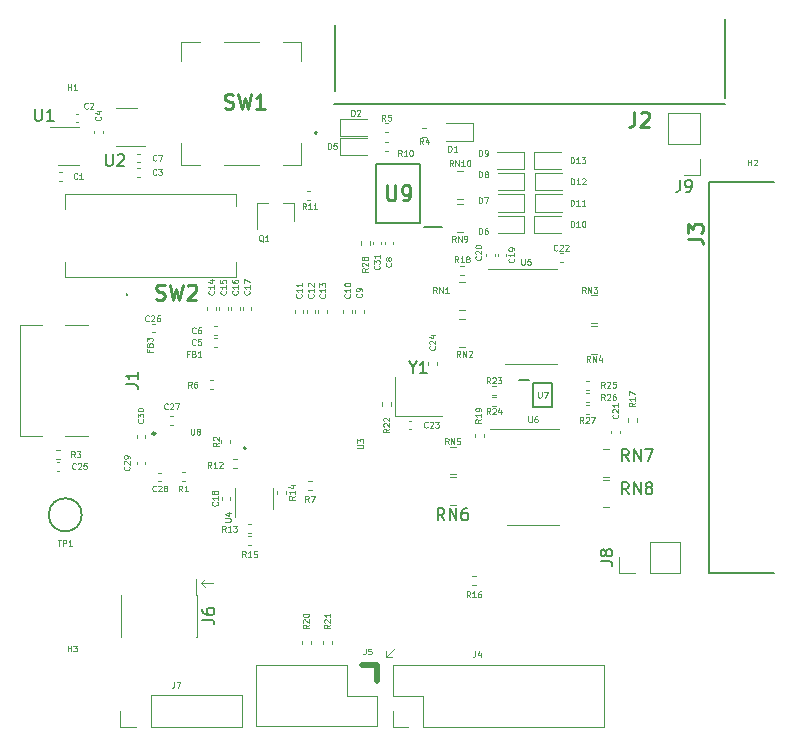
<source format=gbr>
%TF.GenerationSoftware,KiCad,Pcbnew,7.0.7*%
%TF.CreationDate,2024-02-05T14:51:40-08:00*%
%TF.ProjectId,Serberus,53657262-6572-4757-932e-6b696361645f,V2.1*%
%TF.SameCoordinates,Original*%
%TF.FileFunction,Legend,Top*%
%TF.FilePolarity,Positive*%
%FSLAX46Y46*%
G04 Gerber Fmt 4.6, Leading zero omitted, Abs format (unit mm)*
G04 Created by KiCad (PCBNEW 7.0.7) date 2024-02-05 14:51:40*
%MOMM*%
%LPD*%
G01*
G04 APERTURE LIST*
%ADD10C,0.125000*%
%ADD11C,0.150000*%
%ADD12C,0.100000*%
%ADD13C,0.254000*%
%ADD14C,0.120000*%
%ADD15C,0.200000*%
%ADD16C,0.500000*%
%ADD17C,0.225000*%
G04 APERTURE END LIST*
D10*
X170824809Y-102121428D02*
X170586714Y-102288094D01*
X170824809Y-102407142D02*
X170324809Y-102407142D01*
X170324809Y-102407142D02*
X170324809Y-102216666D01*
X170324809Y-102216666D02*
X170348619Y-102169047D01*
X170348619Y-102169047D02*
X170372428Y-102145237D01*
X170372428Y-102145237D02*
X170420047Y-102121428D01*
X170420047Y-102121428D02*
X170491476Y-102121428D01*
X170491476Y-102121428D02*
X170539095Y-102145237D01*
X170539095Y-102145237D02*
X170562904Y-102169047D01*
X170562904Y-102169047D02*
X170586714Y-102216666D01*
X170586714Y-102216666D02*
X170586714Y-102407142D01*
X170824809Y-101645237D02*
X170824809Y-101930951D01*
X170824809Y-101788094D02*
X170324809Y-101788094D01*
X170324809Y-101788094D02*
X170396238Y-101835713D01*
X170396238Y-101835713D02*
X170443857Y-101883332D01*
X170443857Y-101883332D02*
X170467666Y-101930951D01*
X170324809Y-101478571D02*
X170324809Y-101145238D01*
X170324809Y-101145238D02*
X170824809Y-101359523D01*
X134978571Y-107624809D02*
X134811905Y-107386714D01*
X134692857Y-107624809D02*
X134692857Y-107124809D01*
X134692857Y-107124809D02*
X134883333Y-107124809D01*
X134883333Y-107124809D02*
X134930952Y-107148619D01*
X134930952Y-107148619D02*
X134954762Y-107172428D01*
X134954762Y-107172428D02*
X134978571Y-107220047D01*
X134978571Y-107220047D02*
X134978571Y-107291476D01*
X134978571Y-107291476D02*
X134954762Y-107339095D01*
X134954762Y-107339095D02*
X134930952Y-107362904D01*
X134930952Y-107362904D02*
X134883333Y-107386714D01*
X134883333Y-107386714D02*
X134692857Y-107386714D01*
X135454762Y-107624809D02*
X135169048Y-107624809D01*
X135311905Y-107624809D02*
X135311905Y-107124809D01*
X135311905Y-107124809D02*
X135264286Y-107196238D01*
X135264286Y-107196238D02*
X135216667Y-107243857D01*
X135216667Y-107243857D02*
X135169048Y-107267666D01*
X135645238Y-107172428D02*
X135669047Y-107148619D01*
X135669047Y-107148619D02*
X135716666Y-107124809D01*
X135716666Y-107124809D02*
X135835714Y-107124809D01*
X135835714Y-107124809D02*
X135883333Y-107148619D01*
X135883333Y-107148619D02*
X135907142Y-107172428D01*
X135907142Y-107172428D02*
X135930952Y-107220047D01*
X135930952Y-107220047D02*
X135930952Y-107267666D01*
X135930952Y-107267666D02*
X135907142Y-107339095D01*
X135907142Y-107339095D02*
X135621428Y-107624809D01*
X135621428Y-107624809D02*
X135930952Y-107624809D01*
X133631666Y-97177190D02*
X133607857Y-97201000D01*
X133607857Y-97201000D02*
X133536428Y-97224809D01*
X133536428Y-97224809D02*
X133488809Y-97224809D01*
X133488809Y-97224809D02*
X133417381Y-97201000D01*
X133417381Y-97201000D02*
X133369762Y-97153380D01*
X133369762Y-97153380D02*
X133345952Y-97105761D01*
X133345952Y-97105761D02*
X133322143Y-97010523D01*
X133322143Y-97010523D02*
X133322143Y-96939095D01*
X133322143Y-96939095D02*
X133345952Y-96843857D01*
X133345952Y-96843857D02*
X133369762Y-96796238D01*
X133369762Y-96796238D02*
X133417381Y-96748619D01*
X133417381Y-96748619D02*
X133488809Y-96724809D01*
X133488809Y-96724809D02*
X133536428Y-96724809D01*
X133536428Y-96724809D02*
X133607857Y-96748619D01*
X133607857Y-96748619D02*
X133631666Y-96772428D01*
X134084047Y-96724809D02*
X133845952Y-96724809D01*
X133845952Y-96724809D02*
X133822143Y-96962904D01*
X133822143Y-96962904D02*
X133845952Y-96939095D01*
X133845952Y-96939095D02*
X133893571Y-96915285D01*
X133893571Y-96915285D02*
X134012619Y-96915285D01*
X134012619Y-96915285D02*
X134060238Y-96939095D01*
X134060238Y-96939095D02*
X134084047Y-96962904D01*
X134084047Y-96962904D02*
X134107857Y-97010523D01*
X134107857Y-97010523D02*
X134107857Y-97129571D01*
X134107857Y-97129571D02*
X134084047Y-97177190D01*
X134084047Y-97177190D02*
X134060238Y-97201000D01*
X134060238Y-97201000D02*
X134012619Y-97224809D01*
X134012619Y-97224809D02*
X133893571Y-97224809D01*
X133893571Y-97224809D02*
X133845952Y-97201000D01*
X133845952Y-97201000D02*
X133822143Y-97177190D01*
X157777190Y-89721428D02*
X157801000Y-89745237D01*
X157801000Y-89745237D02*
X157824809Y-89816666D01*
X157824809Y-89816666D02*
X157824809Y-89864285D01*
X157824809Y-89864285D02*
X157801000Y-89935713D01*
X157801000Y-89935713D02*
X157753380Y-89983332D01*
X157753380Y-89983332D02*
X157705761Y-90007142D01*
X157705761Y-90007142D02*
X157610523Y-90030951D01*
X157610523Y-90030951D02*
X157539095Y-90030951D01*
X157539095Y-90030951D02*
X157443857Y-90007142D01*
X157443857Y-90007142D02*
X157396238Y-89983332D01*
X157396238Y-89983332D02*
X157348619Y-89935713D01*
X157348619Y-89935713D02*
X157324809Y-89864285D01*
X157324809Y-89864285D02*
X157324809Y-89816666D01*
X157324809Y-89816666D02*
X157348619Y-89745237D01*
X157348619Y-89745237D02*
X157372428Y-89721428D01*
X157372428Y-89530951D02*
X157348619Y-89507142D01*
X157348619Y-89507142D02*
X157324809Y-89459523D01*
X157324809Y-89459523D02*
X157324809Y-89340475D01*
X157324809Y-89340475D02*
X157348619Y-89292856D01*
X157348619Y-89292856D02*
X157372428Y-89269047D01*
X157372428Y-89269047D02*
X157420047Y-89245237D01*
X157420047Y-89245237D02*
X157467666Y-89245237D01*
X157467666Y-89245237D02*
X157539095Y-89269047D01*
X157539095Y-89269047D02*
X157824809Y-89554761D01*
X157824809Y-89554761D02*
X157824809Y-89245237D01*
X157324809Y-88935714D02*
X157324809Y-88888095D01*
X157324809Y-88888095D02*
X157348619Y-88840476D01*
X157348619Y-88840476D02*
X157372428Y-88816666D01*
X157372428Y-88816666D02*
X157420047Y-88792857D01*
X157420047Y-88792857D02*
X157515285Y-88769047D01*
X157515285Y-88769047D02*
X157634333Y-88769047D01*
X157634333Y-88769047D02*
X157729571Y-88792857D01*
X157729571Y-88792857D02*
X157777190Y-88816666D01*
X157777190Y-88816666D02*
X157801000Y-88840476D01*
X157801000Y-88840476D02*
X157824809Y-88888095D01*
X157824809Y-88888095D02*
X157824809Y-88935714D01*
X157824809Y-88935714D02*
X157801000Y-88983333D01*
X157801000Y-88983333D02*
X157777190Y-89007142D01*
X157777190Y-89007142D02*
X157729571Y-89030952D01*
X157729571Y-89030952D02*
X157634333Y-89054761D01*
X157634333Y-89054761D02*
X157515285Y-89054761D01*
X157515285Y-89054761D02*
X157420047Y-89030952D01*
X157420047Y-89030952D02*
X157372428Y-89007142D01*
X157372428Y-89007142D02*
X157348619Y-88983333D01*
X157348619Y-88983333D02*
X157324809Y-88935714D01*
X130316666Y-82777190D02*
X130292857Y-82801000D01*
X130292857Y-82801000D02*
X130221428Y-82824809D01*
X130221428Y-82824809D02*
X130173809Y-82824809D01*
X130173809Y-82824809D02*
X130102381Y-82801000D01*
X130102381Y-82801000D02*
X130054762Y-82753380D01*
X130054762Y-82753380D02*
X130030952Y-82705761D01*
X130030952Y-82705761D02*
X130007143Y-82610523D01*
X130007143Y-82610523D02*
X130007143Y-82539095D01*
X130007143Y-82539095D02*
X130030952Y-82443857D01*
X130030952Y-82443857D02*
X130054762Y-82396238D01*
X130054762Y-82396238D02*
X130102381Y-82348619D01*
X130102381Y-82348619D02*
X130173809Y-82324809D01*
X130173809Y-82324809D02*
X130221428Y-82324809D01*
X130221428Y-82324809D02*
X130292857Y-82348619D01*
X130292857Y-82348619D02*
X130316666Y-82372428D01*
X130483333Y-82324809D02*
X130792857Y-82324809D01*
X130792857Y-82324809D02*
X130626190Y-82515285D01*
X130626190Y-82515285D02*
X130697619Y-82515285D01*
X130697619Y-82515285D02*
X130745238Y-82539095D01*
X130745238Y-82539095D02*
X130769047Y-82562904D01*
X130769047Y-82562904D02*
X130792857Y-82610523D01*
X130792857Y-82610523D02*
X130792857Y-82729571D01*
X130792857Y-82729571D02*
X130769047Y-82777190D01*
X130769047Y-82777190D02*
X130745238Y-82801000D01*
X130745238Y-82801000D02*
X130697619Y-82824809D01*
X130697619Y-82824809D02*
X130554762Y-82824809D01*
X130554762Y-82824809D02*
X130507143Y-82801000D01*
X130507143Y-82801000D02*
X130483333Y-82777190D01*
D11*
X154709523Y-112054819D02*
X154376190Y-111578628D01*
X154138095Y-112054819D02*
X154138095Y-111054819D01*
X154138095Y-111054819D02*
X154519047Y-111054819D01*
X154519047Y-111054819D02*
X154614285Y-111102438D01*
X154614285Y-111102438D02*
X154661904Y-111150057D01*
X154661904Y-111150057D02*
X154709523Y-111245295D01*
X154709523Y-111245295D02*
X154709523Y-111388152D01*
X154709523Y-111388152D02*
X154661904Y-111483390D01*
X154661904Y-111483390D02*
X154614285Y-111531009D01*
X154614285Y-111531009D02*
X154519047Y-111578628D01*
X154519047Y-111578628D02*
X154138095Y-111578628D01*
X155138095Y-112054819D02*
X155138095Y-111054819D01*
X155138095Y-111054819D02*
X155709523Y-112054819D01*
X155709523Y-112054819D02*
X155709523Y-111054819D01*
X156614285Y-111054819D02*
X156423809Y-111054819D01*
X156423809Y-111054819D02*
X156328571Y-111102438D01*
X156328571Y-111102438D02*
X156280952Y-111150057D01*
X156280952Y-111150057D02*
X156185714Y-111292914D01*
X156185714Y-111292914D02*
X156138095Y-111483390D01*
X156138095Y-111483390D02*
X156138095Y-111864342D01*
X156138095Y-111864342D02*
X156185714Y-111959580D01*
X156185714Y-111959580D02*
X156233333Y-112007200D01*
X156233333Y-112007200D02*
X156328571Y-112054819D01*
X156328571Y-112054819D02*
X156519047Y-112054819D01*
X156519047Y-112054819D02*
X156614285Y-112007200D01*
X156614285Y-112007200D02*
X156661904Y-111959580D01*
X156661904Y-111959580D02*
X156709523Y-111864342D01*
X156709523Y-111864342D02*
X156709523Y-111626247D01*
X156709523Y-111626247D02*
X156661904Y-111531009D01*
X156661904Y-111531009D02*
X156614285Y-111483390D01*
X156614285Y-111483390D02*
X156519047Y-111435771D01*
X156519047Y-111435771D02*
X156328571Y-111435771D01*
X156328571Y-111435771D02*
X156233333Y-111483390D01*
X156233333Y-111483390D02*
X156185714Y-111531009D01*
X156185714Y-111531009D02*
X156138095Y-111626247D01*
D10*
X121969048Y-113724809D02*
X122254762Y-113724809D01*
X122111905Y-114224809D02*
X122111905Y-113724809D01*
X122421428Y-114224809D02*
X122421428Y-113724809D01*
X122421428Y-113724809D02*
X122611904Y-113724809D01*
X122611904Y-113724809D02*
X122659523Y-113748619D01*
X122659523Y-113748619D02*
X122683333Y-113772428D01*
X122683333Y-113772428D02*
X122707142Y-113820047D01*
X122707142Y-113820047D02*
X122707142Y-113891476D01*
X122707142Y-113891476D02*
X122683333Y-113939095D01*
X122683333Y-113939095D02*
X122659523Y-113962904D01*
X122659523Y-113962904D02*
X122611904Y-113986714D01*
X122611904Y-113986714D02*
X122421428Y-113986714D01*
X123183333Y-114224809D02*
X122897619Y-114224809D01*
X123040476Y-114224809D02*
X123040476Y-113724809D01*
X123040476Y-113724809D02*
X122992857Y-113796238D01*
X122992857Y-113796238D02*
X122945238Y-113843857D01*
X122945238Y-113843857D02*
X122897619Y-113867666D01*
X137177190Y-92641428D02*
X137201000Y-92665237D01*
X137201000Y-92665237D02*
X137224809Y-92736666D01*
X137224809Y-92736666D02*
X137224809Y-92784285D01*
X137224809Y-92784285D02*
X137201000Y-92855713D01*
X137201000Y-92855713D02*
X137153380Y-92903332D01*
X137153380Y-92903332D02*
X137105761Y-92927142D01*
X137105761Y-92927142D02*
X137010523Y-92950951D01*
X137010523Y-92950951D02*
X136939095Y-92950951D01*
X136939095Y-92950951D02*
X136843857Y-92927142D01*
X136843857Y-92927142D02*
X136796238Y-92903332D01*
X136796238Y-92903332D02*
X136748619Y-92855713D01*
X136748619Y-92855713D02*
X136724809Y-92784285D01*
X136724809Y-92784285D02*
X136724809Y-92736666D01*
X136724809Y-92736666D02*
X136748619Y-92665237D01*
X136748619Y-92665237D02*
X136772428Y-92641428D01*
X137224809Y-92165237D02*
X137224809Y-92450951D01*
X137224809Y-92308094D02*
X136724809Y-92308094D01*
X136724809Y-92308094D02*
X136796238Y-92355713D01*
X136796238Y-92355713D02*
X136843857Y-92403332D01*
X136843857Y-92403332D02*
X136867666Y-92450951D01*
X136724809Y-91736666D02*
X136724809Y-91831904D01*
X136724809Y-91831904D02*
X136748619Y-91879523D01*
X136748619Y-91879523D02*
X136772428Y-91903333D01*
X136772428Y-91903333D02*
X136843857Y-91950952D01*
X136843857Y-91950952D02*
X136939095Y-91974761D01*
X136939095Y-91974761D02*
X137129571Y-91974761D01*
X137129571Y-91974761D02*
X137177190Y-91950952D01*
X137177190Y-91950952D02*
X137201000Y-91927142D01*
X137201000Y-91927142D02*
X137224809Y-91879523D01*
X137224809Y-91879523D02*
X137224809Y-91784285D01*
X137224809Y-91784285D02*
X137201000Y-91736666D01*
X137201000Y-91736666D02*
X137177190Y-91712857D01*
X137177190Y-91712857D02*
X137129571Y-91689047D01*
X137129571Y-91689047D02*
X137010523Y-91689047D01*
X137010523Y-91689047D02*
X136962904Y-91712857D01*
X136962904Y-91712857D02*
X136939095Y-91736666D01*
X136939095Y-91736666D02*
X136915285Y-91784285D01*
X136915285Y-91784285D02*
X136915285Y-91879523D01*
X136915285Y-91879523D02*
X136939095Y-91927142D01*
X136939095Y-91927142D02*
X136962904Y-91950952D01*
X136962904Y-91950952D02*
X137010523Y-91974761D01*
D12*
X162644047Y-101176109D02*
X162644047Y-101580871D01*
X162644047Y-101580871D02*
X162667857Y-101628490D01*
X162667857Y-101628490D02*
X162691666Y-101652300D01*
X162691666Y-101652300D02*
X162739285Y-101676109D01*
X162739285Y-101676109D02*
X162834523Y-101676109D01*
X162834523Y-101676109D02*
X162882142Y-101652300D01*
X162882142Y-101652300D02*
X162905952Y-101628490D01*
X162905952Y-101628490D02*
X162929761Y-101580871D01*
X162929761Y-101580871D02*
X162929761Y-101176109D01*
X163120238Y-101176109D02*
X163453571Y-101176109D01*
X163453571Y-101176109D02*
X163239286Y-101676109D01*
X136126109Y-112180952D02*
X136530871Y-112180952D01*
X136530871Y-112180952D02*
X136578490Y-112157142D01*
X136578490Y-112157142D02*
X136602300Y-112133333D01*
X136602300Y-112133333D02*
X136626109Y-112085714D01*
X136626109Y-112085714D02*
X136626109Y-111990476D01*
X136626109Y-111990476D02*
X136602300Y-111942857D01*
X136602300Y-111942857D02*
X136578490Y-111919047D01*
X136578490Y-111919047D02*
X136530871Y-111895238D01*
X136530871Y-111895238D02*
X136126109Y-111895238D01*
X136292776Y-111442856D02*
X136626109Y-111442856D01*
X136102300Y-111561904D02*
X136459442Y-111680951D01*
X136459442Y-111680951D02*
X136459442Y-111371428D01*
D10*
X168278571Y-101874809D02*
X168111905Y-101636714D01*
X167992857Y-101874809D02*
X167992857Y-101374809D01*
X167992857Y-101374809D02*
X168183333Y-101374809D01*
X168183333Y-101374809D02*
X168230952Y-101398619D01*
X168230952Y-101398619D02*
X168254762Y-101422428D01*
X168254762Y-101422428D02*
X168278571Y-101470047D01*
X168278571Y-101470047D02*
X168278571Y-101541476D01*
X168278571Y-101541476D02*
X168254762Y-101589095D01*
X168254762Y-101589095D02*
X168230952Y-101612904D01*
X168230952Y-101612904D02*
X168183333Y-101636714D01*
X168183333Y-101636714D02*
X167992857Y-101636714D01*
X168469048Y-101422428D02*
X168492857Y-101398619D01*
X168492857Y-101398619D02*
X168540476Y-101374809D01*
X168540476Y-101374809D02*
X168659524Y-101374809D01*
X168659524Y-101374809D02*
X168707143Y-101398619D01*
X168707143Y-101398619D02*
X168730952Y-101422428D01*
X168730952Y-101422428D02*
X168754762Y-101470047D01*
X168754762Y-101470047D02*
X168754762Y-101517666D01*
X168754762Y-101517666D02*
X168730952Y-101589095D01*
X168730952Y-101589095D02*
X168445238Y-101874809D01*
X168445238Y-101874809D02*
X168754762Y-101874809D01*
X169183333Y-101374809D02*
X169088095Y-101374809D01*
X169088095Y-101374809D02*
X169040476Y-101398619D01*
X169040476Y-101398619D02*
X169016666Y-101422428D01*
X169016666Y-101422428D02*
X168969047Y-101493857D01*
X168969047Y-101493857D02*
X168945238Y-101589095D01*
X168945238Y-101589095D02*
X168945238Y-101779571D01*
X168945238Y-101779571D02*
X168969047Y-101827190D01*
X168969047Y-101827190D02*
X168992857Y-101851000D01*
X168992857Y-101851000D02*
X169040476Y-101874809D01*
X169040476Y-101874809D02*
X169135714Y-101874809D01*
X169135714Y-101874809D02*
X169183333Y-101851000D01*
X169183333Y-101851000D02*
X169207142Y-101827190D01*
X169207142Y-101827190D02*
X169230952Y-101779571D01*
X169230952Y-101779571D02*
X169230952Y-101660523D01*
X169230952Y-101660523D02*
X169207142Y-101612904D01*
X169207142Y-101612904D02*
X169183333Y-101589095D01*
X169183333Y-101589095D02*
X169135714Y-101565285D01*
X169135714Y-101565285D02*
X169040476Y-101565285D01*
X169040476Y-101565285D02*
X168992857Y-101589095D01*
X168992857Y-101589095D02*
X168969047Y-101612904D01*
X168969047Y-101612904D02*
X168945238Y-101660523D01*
X165417857Y-83624809D02*
X165417857Y-83124809D01*
X165417857Y-83124809D02*
X165536905Y-83124809D01*
X165536905Y-83124809D02*
X165608333Y-83148619D01*
X165608333Y-83148619D02*
X165655952Y-83196238D01*
X165655952Y-83196238D02*
X165679762Y-83243857D01*
X165679762Y-83243857D02*
X165703571Y-83339095D01*
X165703571Y-83339095D02*
X165703571Y-83410523D01*
X165703571Y-83410523D02*
X165679762Y-83505761D01*
X165679762Y-83505761D02*
X165655952Y-83553380D01*
X165655952Y-83553380D02*
X165608333Y-83601000D01*
X165608333Y-83601000D02*
X165536905Y-83624809D01*
X165536905Y-83624809D02*
X165417857Y-83624809D01*
X166179762Y-83624809D02*
X165894048Y-83624809D01*
X166036905Y-83624809D02*
X166036905Y-83124809D01*
X166036905Y-83124809D02*
X165989286Y-83196238D01*
X165989286Y-83196238D02*
X165941667Y-83243857D01*
X165941667Y-83243857D02*
X165894048Y-83267666D01*
X166370238Y-83172428D02*
X166394047Y-83148619D01*
X166394047Y-83148619D02*
X166441666Y-83124809D01*
X166441666Y-83124809D02*
X166560714Y-83124809D01*
X166560714Y-83124809D02*
X166608333Y-83148619D01*
X166608333Y-83148619D02*
X166632142Y-83172428D01*
X166632142Y-83172428D02*
X166655952Y-83220047D01*
X166655952Y-83220047D02*
X166655952Y-83267666D01*
X166655952Y-83267666D02*
X166632142Y-83339095D01*
X166632142Y-83339095D02*
X166346428Y-83624809D01*
X166346428Y-83624809D02*
X166655952Y-83624809D01*
X165392857Y-81824809D02*
X165392857Y-81324809D01*
X165392857Y-81324809D02*
X165511905Y-81324809D01*
X165511905Y-81324809D02*
X165583333Y-81348619D01*
X165583333Y-81348619D02*
X165630952Y-81396238D01*
X165630952Y-81396238D02*
X165654762Y-81443857D01*
X165654762Y-81443857D02*
X165678571Y-81539095D01*
X165678571Y-81539095D02*
X165678571Y-81610523D01*
X165678571Y-81610523D02*
X165654762Y-81705761D01*
X165654762Y-81705761D02*
X165630952Y-81753380D01*
X165630952Y-81753380D02*
X165583333Y-81801000D01*
X165583333Y-81801000D02*
X165511905Y-81824809D01*
X165511905Y-81824809D02*
X165392857Y-81824809D01*
X166154762Y-81824809D02*
X165869048Y-81824809D01*
X166011905Y-81824809D02*
X166011905Y-81324809D01*
X166011905Y-81324809D02*
X165964286Y-81396238D01*
X165964286Y-81396238D02*
X165916667Y-81443857D01*
X165916667Y-81443857D02*
X165869048Y-81467666D01*
X166321428Y-81324809D02*
X166630952Y-81324809D01*
X166630952Y-81324809D02*
X166464285Y-81515285D01*
X166464285Y-81515285D02*
X166535714Y-81515285D01*
X166535714Y-81515285D02*
X166583333Y-81539095D01*
X166583333Y-81539095D02*
X166607142Y-81562904D01*
X166607142Y-81562904D02*
X166630952Y-81610523D01*
X166630952Y-81610523D02*
X166630952Y-81729571D01*
X166630952Y-81729571D02*
X166607142Y-81777190D01*
X166607142Y-81777190D02*
X166583333Y-81801000D01*
X166583333Y-81801000D02*
X166535714Y-81824809D01*
X166535714Y-81824809D02*
X166392857Y-81824809D01*
X166392857Y-81824809D02*
X166345238Y-81801000D01*
X166345238Y-81801000D02*
X166321428Y-81777190D01*
X130278571Y-109577190D02*
X130254762Y-109601000D01*
X130254762Y-109601000D02*
X130183333Y-109624809D01*
X130183333Y-109624809D02*
X130135714Y-109624809D01*
X130135714Y-109624809D02*
X130064286Y-109601000D01*
X130064286Y-109601000D02*
X130016667Y-109553380D01*
X130016667Y-109553380D02*
X129992857Y-109505761D01*
X129992857Y-109505761D02*
X129969048Y-109410523D01*
X129969048Y-109410523D02*
X129969048Y-109339095D01*
X129969048Y-109339095D02*
X129992857Y-109243857D01*
X129992857Y-109243857D02*
X130016667Y-109196238D01*
X130016667Y-109196238D02*
X130064286Y-109148619D01*
X130064286Y-109148619D02*
X130135714Y-109124809D01*
X130135714Y-109124809D02*
X130183333Y-109124809D01*
X130183333Y-109124809D02*
X130254762Y-109148619D01*
X130254762Y-109148619D02*
X130278571Y-109172428D01*
X130469048Y-109172428D02*
X130492857Y-109148619D01*
X130492857Y-109148619D02*
X130540476Y-109124809D01*
X130540476Y-109124809D02*
X130659524Y-109124809D01*
X130659524Y-109124809D02*
X130707143Y-109148619D01*
X130707143Y-109148619D02*
X130730952Y-109172428D01*
X130730952Y-109172428D02*
X130754762Y-109220047D01*
X130754762Y-109220047D02*
X130754762Y-109267666D01*
X130754762Y-109267666D02*
X130730952Y-109339095D01*
X130730952Y-109339095D02*
X130445238Y-109624809D01*
X130445238Y-109624809D02*
X130754762Y-109624809D01*
X131040476Y-109339095D02*
X130992857Y-109315285D01*
X130992857Y-109315285D02*
X130969047Y-109291476D01*
X130969047Y-109291476D02*
X130945238Y-109243857D01*
X130945238Y-109243857D02*
X130945238Y-109220047D01*
X130945238Y-109220047D02*
X130969047Y-109172428D01*
X130969047Y-109172428D02*
X130992857Y-109148619D01*
X130992857Y-109148619D02*
X131040476Y-109124809D01*
X131040476Y-109124809D02*
X131135714Y-109124809D01*
X131135714Y-109124809D02*
X131183333Y-109148619D01*
X131183333Y-109148619D02*
X131207142Y-109172428D01*
X131207142Y-109172428D02*
X131230952Y-109220047D01*
X131230952Y-109220047D02*
X131230952Y-109243857D01*
X131230952Y-109243857D02*
X131207142Y-109291476D01*
X131207142Y-109291476D02*
X131183333Y-109315285D01*
X131183333Y-109315285D02*
X131135714Y-109339095D01*
X131135714Y-109339095D02*
X131040476Y-109339095D01*
X131040476Y-109339095D02*
X130992857Y-109362904D01*
X130992857Y-109362904D02*
X130969047Y-109386714D01*
X130969047Y-109386714D02*
X130945238Y-109434333D01*
X130945238Y-109434333D02*
X130945238Y-109529571D01*
X130945238Y-109529571D02*
X130969047Y-109577190D01*
X130969047Y-109577190D02*
X130992857Y-109601000D01*
X130992857Y-109601000D02*
X131040476Y-109624809D01*
X131040476Y-109624809D02*
X131135714Y-109624809D01*
X131135714Y-109624809D02*
X131183333Y-109601000D01*
X131183333Y-109601000D02*
X131207142Y-109577190D01*
X131207142Y-109577190D02*
X131230952Y-109529571D01*
X131230952Y-109529571D02*
X131230952Y-109434333D01*
X131230952Y-109434333D02*
X131207142Y-109386714D01*
X131207142Y-109386714D02*
X131183333Y-109362904D01*
X131183333Y-109362904D02*
X131135714Y-109339095D01*
X145024809Y-120921428D02*
X144786714Y-121088094D01*
X145024809Y-121207142D02*
X144524809Y-121207142D01*
X144524809Y-121207142D02*
X144524809Y-121016666D01*
X144524809Y-121016666D02*
X144548619Y-120969047D01*
X144548619Y-120969047D02*
X144572428Y-120945237D01*
X144572428Y-120945237D02*
X144620047Y-120921428D01*
X144620047Y-120921428D02*
X144691476Y-120921428D01*
X144691476Y-120921428D02*
X144739095Y-120945237D01*
X144739095Y-120945237D02*
X144762904Y-120969047D01*
X144762904Y-120969047D02*
X144786714Y-121016666D01*
X144786714Y-121016666D02*
X144786714Y-121207142D01*
X144572428Y-120730951D02*
X144548619Y-120707142D01*
X144548619Y-120707142D02*
X144524809Y-120659523D01*
X144524809Y-120659523D02*
X144524809Y-120540475D01*
X144524809Y-120540475D02*
X144548619Y-120492856D01*
X144548619Y-120492856D02*
X144572428Y-120469047D01*
X144572428Y-120469047D02*
X144620047Y-120445237D01*
X144620047Y-120445237D02*
X144667666Y-120445237D01*
X144667666Y-120445237D02*
X144739095Y-120469047D01*
X144739095Y-120469047D02*
X145024809Y-120754761D01*
X145024809Y-120754761D02*
X145024809Y-120445237D01*
X145024809Y-119969047D02*
X145024809Y-120254761D01*
X145024809Y-120111904D02*
X144524809Y-120111904D01*
X144524809Y-120111904D02*
X144596238Y-120159523D01*
X144596238Y-120159523D02*
X144643857Y-120207142D01*
X144643857Y-120207142D02*
X144667666Y-120254761D01*
X165405357Y-87224809D02*
X165405357Y-86724809D01*
X165405357Y-86724809D02*
X165524405Y-86724809D01*
X165524405Y-86724809D02*
X165595833Y-86748619D01*
X165595833Y-86748619D02*
X165643452Y-86796238D01*
X165643452Y-86796238D02*
X165667262Y-86843857D01*
X165667262Y-86843857D02*
X165691071Y-86939095D01*
X165691071Y-86939095D02*
X165691071Y-87010523D01*
X165691071Y-87010523D02*
X165667262Y-87105761D01*
X165667262Y-87105761D02*
X165643452Y-87153380D01*
X165643452Y-87153380D02*
X165595833Y-87201000D01*
X165595833Y-87201000D02*
X165524405Y-87224809D01*
X165524405Y-87224809D02*
X165405357Y-87224809D01*
X166167262Y-87224809D02*
X165881548Y-87224809D01*
X166024405Y-87224809D02*
X166024405Y-86724809D01*
X166024405Y-86724809D02*
X165976786Y-86796238D01*
X165976786Y-86796238D02*
X165929167Y-86843857D01*
X165929167Y-86843857D02*
X165881548Y-86867666D01*
X166476785Y-86724809D02*
X166524404Y-86724809D01*
X166524404Y-86724809D02*
X166572023Y-86748619D01*
X166572023Y-86748619D02*
X166595833Y-86772428D01*
X166595833Y-86772428D02*
X166619642Y-86820047D01*
X166619642Y-86820047D02*
X166643452Y-86915285D01*
X166643452Y-86915285D02*
X166643452Y-87034333D01*
X166643452Y-87034333D02*
X166619642Y-87129571D01*
X166619642Y-87129571D02*
X166595833Y-87177190D01*
X166595833Y-87177190D02*
X166572023Y-87201000D01*
X166572023Y-87201000D02*
X166524404Y-87224809D01*
X166524404Y-87224809D02*
X166476785Y-87224809D01*
X166476785Y-87224809D02*
X166429166Y-87201000D01*
X166429166Y-87201000D02*
X166405357Y-87177190D01*
X166405357Y-87177190D02*
X166381547Y-87129571D01*
X166381547Y-87129571D02*
X166357738Y-87034333D01*
X166357738Y-87034333D02*
X166357738Y-86915285D01*
X166357738Y-86915285D02*
X166381547Y-86820047D01*
X166381547Y-86820047D02*
X166405357Y-86772428D01*
X166405357Y-86772428D02*
X166429166Y-86748619D01*
X166429166Y-86748619D02*
X166476785Y-86724809D01*
D12*
X155429166Y-82076109D02*
X155262500Y-81838014D01*
X155143452Y-82076109D02*
X155143452Y-81576109D01*
X155143452Y-81576109D02*
X155333928Y-81576109D01*
X155333928Y-81576109D02*
X155381547Y-81599919D01*
X155381547Y-81599919D02*
X155405357Y-81623728D01*
X155405357Y-81623728D02*
X155429166Y-81671347D01*
X155429166Y-81671347D02*
X155429166Y-81742776D01*
X155429166Y-81742776D02*
X155405357Y-81790395D01*
X155405357Y-81790395D02*
X155381547Y-81814204D01*
X155381547Y-81814204D02*
X155333928Y-81838014D01*
X155333928Y-81838014D02*
X155143452Y-81838014D01*
X155643452Y-82076109D02*
X155643452Y-81576109D01*
X155643452Y-81576109D02*
X155929166Y-82076109D01*
X155929166Y-82076109D02*
X155929166Y-81576109D01*
X156429167Y-82076109D02*
X156143453Y-82076109D01*
X156286310Y-82076109D02*
X156286310Y-81576109D01*
X156286310Y-81576109D02*
X156238691Y-81647538D01*
X156238691Y-81647538D02*
X156191072Y-81695157D01*
X156191072Y-81695157D02*
X156143453Y-81718966D01*
X156738690Y-81576109D02*
X156786309Y-81576109D01*
X156786309Y-81576109D02*
X156833928Y-81599919D01*
X156833928Y-81599919D02*
X156857738Y-81623728D01*
X156857738Y-81623728D02*
X156881547Y-81671347D01*
X156881547Y-81671347D02*
X156905357Y-81766585D01*
X156905357Y-81766585D02*
X156905357Y-81885633D01*
X156905357Y-81885633D02*
X156881547Y-81980871D01*
X156881547Y-81980871D02*
X156857738Y-82028490D01*
X156857738Y-82028490D02*
X156833928Y-82052300D01*
X156833928Y-82052300D02*
X156786309Y-82076109D01*
X156786309Y-82076109D02*
X156738690Y-82076109D01*
X156738690Y-82076109D02*
X156691071Y-82052300D01*
X156691071Y-82052300D02*
X156667262Y-82028490D01*
X156667262Y-82028490D02*
X156643452Y-81980871D01*
X156643452Y-81980871D02*
X156619643Y-81885633D01*
X156619643Y-81885633D02*
X156619643Y-81766585D01*
X156619643Y-81766585D02*
X156643452Y-81671347D01*
X156643452Y-81671347D02*
X156667262Y-81623728D01*
X156667262Y-81623728D02*
X156691071Y-81599919D01*
X156691071Y-81599919D02*
X156738690Y-81576109D01*
X167054761Y-98626109D02*
X166888095Y-98388014D01*
X166769047Y-98626109D02*
X166769047Y-98126109D01*
X166769047Y-98126109D02*
X166959523Y-98126109D01*
X166959523Y-98126109D02*
X167007142Y-98149919D01*
X167007142Y-98149919D02*
X167030952Y-98173728D01*
X167030952Y-98173728D02*
X167054761Y-98221347D01*
X167054761Y-98221347D02*
X167054761Y-98292776D01*
X167054761Y-98292776D02*
X167030952Y-98340395D01*
X167030952Y-98340395D02*
X167007142Y-98364204D01*
X167007142Y-98364204D02*
X166959523Y-98388014D01*
X166959523Y-98388014D02*
X166769047Y-98388014D01*
X167269047Y-98626109D02*
X167269047Y-98126109D01*
X167269047Y-98126109D02*
X167554761Y-98626109D01*
X167554761Y-98626109D02*
X167554761Y-98126109D01*
X168007143Y-98292776D02*
X168007143Y-98626109D01*
X167888095Y-98102300D02*
X167769048Y-98459442D01*
X167769048Y-98459442D02*
X168078571Y-98459442D01*
D10*
X149716666Y-78224809D02*
X149550000Y-77986714D01*
X149430952Y-78224809D02*
X149430952Y-77724809D01*
X149430952Y-77724809D02*
X149621428Y-77724809D01*
X149621428Y-77724809D02*
X149669047Y-77748619D01*
X149669047Y-77748619D02*
X149692857Y-77772428D01*
X149692857Y-77772428D02*
X149716666Y-77820047D01*
X149716666Y-77820047D02*
X149716666Y-77891476D01*
X149716666Y-77891476D02*
X149692857Y-77939095D01*
X149692857Y-77939095D02*
X149669047Y-77962904D01*
X149669047Y-77962904D02*
X149621428Y-77986714D01*
X149621428Y-77986714D02*
X149430952Y-77986714D01*
X150169047Y-77724809D02*
X149930952Y-77724809D01*
X149930952Y-77724809D02*
X149907143Y-77962904D01*
X149907143Y-77962904D02*
X149930952Y-77939095D01*
X149930952Y-77939095D02*
X149978571Y-77915285D01*
X149978571Y-77915285D02*
X150097619Y-77915285D01*
X150097619Y-77915285D02*
X150145238Y-77939095D01*
X150145238Y-77939095D02*
X150169047Y-77962904D01*
X150169047Y-77962904D02*
X150192857Y-78010523D01*
X150192857Y-78010523D02*
X150192857Y-78129571D01*
X150192857Y-78129571D02*
X150169047Y-78177190D01*
X150169047Y-78177190D02*
X150145238Y-78201000D01*
X150145238Y-78201000D02*
X150097619Y-78224809D01*
X150097619Y-78224809D02*
X149978571Y-78224809D01*
X149978571Y-78224809D02*
X149930952Y-78201000D01*
X149930952Y-78201000D02*
X149907143Y-78177190D01*
X153877190Y-97321428D02*
X153901000Y-97345237D01*
X153901000Y-97345237D02*
X153924809Y-97416666D01*
X153924809Y-97416666D02*
X153924809Y-97464285D01*
X153924809Y-97464285D02*
X153901000Y-97535713D01*
X153901000Y-97535713D02*
X153853380Y-97583332D01*
X153853380Y-97583332D02*
X153805761Y-97607142D01*
X153805761Y-97607142D02*
X153710523Y-97630951D01*
X153710523Y-97630951D02*
X153639095Y-97630951D01*
X153639095Y-97630951D02*
X153543857Y-97607142D01*
X153543857Y-97607142D02*
X153496238Y-97583332D01*
X153496238Y-97583332D02*
X153448619Y-97535713D01*
X153448619Y-97535713D02*
X153424809Y-97464285D01*
X153424809Y-97464285D02*
X153424809Y-97416666D01*
X153424809Y-97416666D02*
X153448619Y-97345237D01*
X153448619Y-97345237D02*
X153472428Y-97321428D01*
X153472428Y-97130951D02*
X153448619Y-97107142D01*
X153448619Y-97107142D02*
X153424809Y-97059523D01*
X153424809Y-97059523D02*
X153424809Y-96940475D01*
X153424809Y-96940475D02*
X153448619Y-96892856D01*
X153448619Y-96892856D02*
X153472428Y-96869047D01*
X153472428Y-96869047D02*
X153520047Y-96845237D01*
X153520047Y-96845237D02*
X153567666Y-96845237D01*
X153567666Y-96845237D02*
X153639095Y-96869047D01*
X153639095Y-96869047D02*
X153924809Y-97154761D01*
X153924809Y-97154761D02*
X153924809Y-96845237D01*
X153591476Y-96416666D02*
X153924809Y-96416666D01*
X153401000Y-96535714D02*
X153758142Y-96654761D01*
X153758142Y-96654761D02*
X153758142Y-96345238D01*
D11*
X152023809Y-99128628D02*
X152023809Y-99604819D01*
X151690476Y-98604819D02*
X152023809Y-99128628D01*
X152023809Y-99128628D02*
X152357142Y-98604819D01*
X153214285Y-99604819D02*
X152642857Y-99604819D01*
X152928571Y-99604819D02*
X152928571Y-98604819D01*
X152928571Y-98604819D02*
X152833333Y-98747676D01*
X152833333Y-98747676D02*
X152738095Y-98842914D01*
X152738095Y-98842914D02*
X152642857Y-98890533D01*
D10*
X123416666Y-106724809D02*
X123250000Y-106486714D01*
X123130952Y-106724809D02*
X123130952Y-106224809D01*
X123130952Y-106224809D02*
X123321428Y-106224809D01*
X123321428Y-106224809D02*
X123369047Y-106248619D01*
X123369047Y-106248619D02*
X123392857Y-106272428D01*
X123392857Y-106272428D02*
X123416666Y-106320047D01*
X123416666Y-106320047D02*
X123416666Y-106391476D01*
X123416666Y-106391476D02*
X123392857Y-106439095D01*
X123392857Y-106439095D02*
X123369047Y-106462904D01*
X123369047Y-106462904D02*
X123321428Y-106486714D01*
X123321428Y-106486714D02*
X123130952Y-106486714D01*
X123583333Y-106224809D02*
X123892857Y-106224809D01*
X123892857Y-106224809D02*
X123726190Y-106415285D01*
X123726190Y-106415285D02*
X123797619Y-106415285D01*
X123797619Y-106415285D02*
X123845238Y-106439095D01*
X123845238Y-106439095D02*
X123869047Y-106462904D01*
X123869047Y-106462904D02*
X123892857Y-106510523D01*
X123892857Y-106510523D02*
X123892857Y-106629571D01*
X123892857Y-106629571D02*
X123869047Y-106677190D01*
X123869047Y-106677190D02*
X123845238Y-106701000D01*
X123845238Y-106701000D02*
X123797619Y-106724809D01*
X123797619Y-106724809D02*
X123654762Y-106724809D01*
X123654762Y-106724809D02*
X123607143Y-106701000D01*
X123607143Y-106701000D02*
X123583333Y-106677190D01*
X133631666Y-96177190D02*
X133607857Y-96201000D01*
X133607857Y-96201000D02*
X133536428Y-96224809D01*
X133536428Y-96224809D02*
X133488809Y-96224809D01*
X133488809Y-96224809D02*
X133417381Y-96201000D01*
X133417381Y-96201000D02*
X133369762Y-96153380D01*
X133369762Y-96153380D02*
X133345952Y-96105761D01*
X133345952Y-96105761D02*
X133322143Y-96010523D01*
X133322143Y-96010523D02*
X133322143Y-95939095D01*
X133322143Y-95939095D02*
X133345952Y-95843857D01*
X133345952Y-95843857D02*
X133369762Y-95796238D01*
X133369762Y-95796238D02*
X133417381Y-95748619D01*
X133417381Y-95748619D02*
X133488809Y-95724809D01*
X133488809Y-95724809D02*
X133536428Y-95724809D01*
X133536428Y-95724809D02*
X133607857Y-95748619D01*
X133607857Y-95748619D02*
X133631666Y-95772428D01*
X134060238Y-95724809D02*
X133965000Y-95724809D01*
X133965000Y-95724809D02*
X133917381Y-95748619D01*
X133917381Y-95748619D02*
X133893571Y-95772428D01*
X133893571Y-95772428D02*
X133845952Y-95843857D01*
X133845952Y-95843857D02*
X133822143Y-95939095D01*
X133822143Y-95939095D02*
X133822143Y-96129571D01*
X133822143Y-96129571D02*
X133845952Y-96177190D01*
X133845952Y-96177190D02*
X133869762Y-96201000D01*
X133869762Y-96201000D02*
X133917381Y-96224809D01*
X133917381Y-96224809D02*
X134012619Y-96224809D01*
X134012619Y-96224809D02*
X134060238Y-96201000D01*
X134060238Y-96201000D02*
X134084047Y-96177190D01*
X134084047Y-96177190D02*
X134107857Y-96129571D01*
X134107857Y-96129571D02*
X134107857Y-96010523D01*
X134107857Y-96010523D02*
X134084047Y-95962904D01*
X134084047Y-95962904D02*
X134060238Y-95939095D01*
X134060238Y-95939095D02*
X134012619Y-95915285D01*
X134012619Y-95915285D02*
X133917381Y-95915285D01*
X133917381Y-95915285D02*
X133869762Y-95939095D01*
X133869762Y-95939095D02*
X133845952Y-95962904D01*
X133845952Y-95962904D02*
X133822143Y-96010523D01*
X142577190Y-92921428D02*
X142601000Y-92945237D01*
X142601000Y-92945237D02*
X142624809Y-93016666D01*
X142624809Y-93016666D02*
X142624809Y-93064285D01*
X142624809Y-93064285D02*
X142601000Y-93135713D01*
X142601000Y-93135713D02*
X142553380Y-93183332D01*
X142553380Y-93183332D02*
X142505761Y-93207142D01*
X142505761Y-93207142D02*
X142410523Y-93230951D01*
X142410523Y-93230951D02*
X142339095Y-93230951D01*
X142339095Y-93230951D02*
X142243857Y-93207142D01*
X142243857Y-93207142D02*
X142196238Y-93183332D01*
X142196238Y-93183332D02*
X142148619Y-93135713D01*
X142148619Y-93135713D02*
X142124809Y-93064285D01*
X142124809Y-93064285D02*
X142124809Y-93016666D01*
X142124809Y-93016666D02*
X142148619Y-92945237D01*
X142148619Y-92945237D02*
X142172428Y-92921428D01*
X142624809Y-92445237D02*
X142624809Y-92730951D01*
X142624809Y-92588094D02*
X142124809Y-92588094D01*
X142124809Y-92588094D02*
X142196238Y-92635713D01*
X142196238Y-92635713D02*
X142243857Y-92683332D01*
X142243857Y-92683332D02*
X142267666Y-92730951D01*
X142624809Y-91969047D02*
X142624809Y-92254761D01*
X142624809Y-92111904D02*
X142124809Y-92111904D01*
X142124809Y-92111904D02*
X142196238Y-92159523D01*
X142196238Y-92159523D02*
X142243857Y-92207142D01*
X142243857Y-92207142D02*
X142267666Y-92254761D01*
D12*
X139352380Y-88473728D02*
X139304761Y-88449919D01*
X139304761Y-88449919D02*
X139257142Y-88402300D01*
X139257142Y-88402300D02*
X139185714Y-88330871D01*
X139185714Y-88330871D02*
X139138095Y-88307061D01*
X139138095Y-88307061D02*
X139090476Y-88307061D01*
X139114285Y-88426109D02*
X139066666Y-88402300D01*
X139066666Y-88402300D02*
X139019047Y-88354680D01*
X139019047Y-88354680D02*
X138995238Y-88259442D01*
X138995238Y-88259442D02*
X138995238Y-88092776D01*
X138995238Y-88092776D02*
X139019047Y-87997538D01*
X139019047Y-87997538D02*
X139066666Y-87949919D01*
X139066666Y-87949919D02*
X139114285Y-87926109D01*
X139114285Y-87926109D02*
X139209523Y-87926109D01*
X139209523Y-87926109D02*
X139257142Y-87949919D01*
X139257142Y-87949919D02*
X139304761Y-87997538D01*
X139304761Y-87997538D02*
X139328571Y-88092776D01*
X139328571Y-88092776D02*
X139328571Y-88259442D01*
X139328571Y-88259442D02*
X139304761Y-88354680D01*
X139304761Y-88354680D02*
X139257142Y-88402300D01*
X139257142Y-88402300D02*
X139209523Y-88426109D01*
X139209523Y-88426109D02*
X139114285Y-88426109D01*
X139804762Y-88426109D02*
X139519048Y-88426109D01*
X139661905Y-88426109D02*
X139661905Y-87926109D01*
X139661905Y-87926109D02*
X139614286Y-87997538D01*
X139614286Y-87997538D02*
X139566667Y-88045157D01*
X139566667Y-88045157D02*
X139519048Y-88068966D01*
X131833333Y-125726109D02*
X131833333Y-126083252D01*
X131833333Y-126083252D02*
X131809524Y-126154680D01*
X131809524Y-126154680D02*
X131761905Y-126202300D01*
X131761905Y-126202300D02*
X131690476Y-126226109D01*
X131690476Y-126226109D02*
X131642857Y-126226109D01*
X132023809Y-125726109D02*
X132357142Y-125726109D01*
X132357142Y-125726109D02*
X132142857Y-126226109D01*
D10*
X146677190Y-92921428D02*
X146701000Y-92945237D01*
X146701000Y-92945237D02*
X146724809Y-93016666D01*
X146724809Y-93016666D02*
X146724809Y-93064285D01*
X146724809Y-93064285D02*
X146701000Y-93135713D01*
X146701000Y-93135713D02*
X146653380Y-93183332D01*
X146653380Y-93183332D02*
X146605761Y-93207142D01*
X146605761Y-93207142D02*
X146510523Y-93230951D01*
X146510523Y-93230951D02*
X146439095Y-93230951D01*
X146439095Y-93230951D02*
X146343857Y-93207142D01*
X146343857Y-93207142D02*
X146296238Y-93183332D01*
X146296238Y-93183332D02*
X146248619Y-93135713D01*
X146248619Y-93135713D02*
X146224809Y-93064285D01*
X146224809Y-93064285D02*
X146224809Y-93016666D01*
X146224809Y-93016666D02*
X146248619Y-92945237D01*
X146248619Y-92945237D02*
X146272428Y-92921428D01*
X146724809Y-92445237D02*
X146724809Y-92730951D01*
X146724809Y-92588094D02*
X146224809Y-92588094D01*
X146224809Y-92588094D02*
X146296238Y-92635713D01*
X146296238Y-92635713D02*
X146343857Y-92683332D01*
X146343857Y-92683332D02*
X146367666Y-92730951D01*
X146224809Y-92135714D02*
X146224809Y-92088095D01*
X146224809Y-92088095D02*
X146248619Y-92040476D01*
X146248619Y-92040476D02*
X146272428Y-92016666D01*
X146272428Y-92016666D02*
X146320047Y-91992857D01*
X146320047Y-91992857D02*
X146415285Y-91969047D01*
X146415285Y-91969047D02*
X146534333Y-91969047D01*
X146534333Y-91969047D02*
X146629571Y-91992857D01*
X146629571Y-91992857D02*
X146677190Y-92016666D01*
X146677190Y-92016666D02*
X146701000Y-92040476D01*
X146701000Y-92040476D02*
X146724809Y-92088095D01*
X146724809Y-92088095D02*
X146724809Y-92135714D01*
X146724809Y-92135714D02*
X146701000Y-92183333D01*
X146701000Y-92183333D02*
X146677190Y-92207142D01*
X146677190Y-92207142D02*
X146629571Y-92230952D01*
X146629571Y-92230952D02*
X146534333Y-92254761D01*
X146534333Y-92254761D02*
X146415285Y-92254761D01*
X146415285Y-92254761D02*
X146320047Y-92230952D01*
X146320047Y-92230952D02*
X146272428Y-92207142D01*
X146272428Y-92207142D02*
X146248619Y-92183333D01*
X146248619Y-92183333D02*
X146224809Y-92135714D01*
X158578571Y-103074809D02*
X158411905Y-102836714D01*
X158292857Y-103074809D02*
X158292857Y-102574809D01*
X158292857Y-102574809D02*
X158483333Y-102574809D01*
X158483333Y-102574809D02*
X158530952Y-102598619D01*
X158530952Y-102598619D02*
X158554762Y-102622428D01*
X158554762Y-102622428D02*
X158578571Y-102670047D01*
X158578571Y-102670047D02*
X158578571Y-102741476D01*
X158578571Y-102741476D02*
X158554762Y-102789095D01*
X158554762Y-102789095D02*
X158530952Y-102812904D01*
X158530952Y-102812904D02*
X158483333Y-102836714D01*
X158483333Y-102836714D02*
X158292857Y-102836714D01*
X158769048Y-102622428D02*
X158792857Y-102598619D01*
X158792857Y-102598619D02*
X158840476Y-102574809D01*
X158840476Y-102574809D02*
X158959524Y-102574809D01*
X158959524Y-102574809D02*
X159007143Y-102598619D01*
X159007143Y-102598619D02*
X159030952Y-102622428D01*
X159030952Y-102622428D02*
X159054762Y-102670047D01*
X159054762Y-102670047D02*
X159054762Y-102717666D01*
X159054762Y-102717666D02*
X159030952Y-102789095D01*
X159030952Y-102789095D02*
X158745238Y-103074809D01*
X158745238Y-103074809D02*
X159054762Y-103074809D01*
X159483333Y-102741476D02*
X159483333Y-103074809D01*
X159364285Y-102551000D02*
X159245238Y-102908142D01*
X159245238Y-102908142D02*
X159554761Y-102908142D01*
X152916666Y-80224809D02*
X152750000Y-79986714D01*
X152630952Y-80224809D02*
X152630952Y-79724809D01*
X152630952Y-79724809D02*
X152821428Y-79724809D01*
X152821428Y-79724809D02*
X152869047Y-79748619D01*
X152869047Y-79748619D02*
X152892857Y-79772428D01*
X152892857Y-79772428D02*
X152916666Y-79820047D01*
X152916666Y-79820047D02*
X152916666Y-79891476D01*
X152916666Y-79891476D02*
X152892857Y-79939095D01*
X152892857Y-79939095D02*
X152869047Y-79962904D01*
X152869047Y-79962904D02*
X152821428Y-79986714D01*
X152821428Y-79986714D02*
X152630952Y-79986714D01*
X153345238Y-79891476D02*
X153345238Y-80224809D01*
X153226190Y-79701000D02*
X153107143Y-80058142D01*
X153107143Y-80058142D02*
X153416666Y-80058142D01*
X151078571Y-81224809D02*
X150911905Y-80986714D01*
X150792857Y-81224809D02*
X150792857Y-80724809D01*
X150792857Y-80724809D02*
X150983333Y-80724809D01*
X150983333Y-80724809D02*
X151030952Y-80748619D01*
X151030952Y-80748619D02*
X151054762Y-80772428D01*
X151054762Y-80772428D02*
X151078571Y-80820047D01*
X151078571Y-80820047D02*
X151078571Y-80891476D01*
X151078571Y-80891476D02*
X151054762Y-80939095D01*
X151054762Y-80939095D02*
X151030952Y-80962904D01*
X151030952Y-80962904D02*
X150983333Y-80986714D01*
X150983333Y-80986714D02*
X150792857Y-80986714D01*
X151554762Y-81224809D02*
X151269048Y-81224809D01*
X151411905Y-81224809D02*
X151411905Y-80724809D01*
X151411905Y-80724809D02*
X151364286Y-80796238D01*
X151364286Y-80796238D02*
X151316667Y-80843857D01*
X151316667Y-80843857D02*
X151269048Y-80867666D01*
X151864285Y-80724809D02*
X151911904Y-80724809D01*
X151911904Y-80724809D02*
X151959523Y-80748619D01*
X151959523Y-80748619D02*
X151983333Y-80772428D01*
X151983333Y-80772428D02*
X152007142Y-80820047D01*
X152007142Y-80820047D02*
X152030952Y-80915285D01*
X152030952Y-80915285D02*
X152030952Y-81034333D01*
X152030952Y-81034333D02*
X152007142Y-81129571D01*
X152007142Y-81129571D02*
X151983333Y-81177190D01*
X151983333Y-81177190D02*
X151959523Y-81201000D01*
X151959523Y-81201000D02*
X151911904Y-81224809D01*
X151911904Y-81224809D02*
X151864285Y-81224809D01*
X151864285Y-81224809D02*
X151816666Y-81201000D01*
X151816666Y-81201000D02*
X151792857Y-81177190D01*
X151792857Y-81177190D02*
X151769047Y-81129571D01*
X151769047Y-81129571D02*
X151745238Y-81034333D01*
X151745238Y-81034333D02*
X151745238Y-80915285D01*
X151745238Y-80915285D02*
X151769047Y-80820047D01*
X151769047Y-80820047D02*
X151792857Y-80772428D01*
X151792857Y-80772428D02*
X151816666Y-80748619D01*
X151816666Y-80748619D02*
X151864285Y-80724809D01*
X135624809Y-105483333D02*
X135386714Y-105649999D01*
X135624809Y-105769047D02*
X135124809Y-105769047D01*
X135124809Y-105769047D02*
X135124809Y-105578571D01*
X135124809Y-105578571D02*
X135148619Y-105530952D01*
X135148619Y-105530952D02*
X135172428Y-105507142D01*
X135172428Y-105507142D02*
X135220047Y-105483333D01*
X135220047Y-105483333D02*
X135291476Y-105483333D01*
X135291476Y-105483333D02*
X135339095Y-105507142D01*
X135339095Y-105507142D02*
X135362904Y-105530952D01*
X135362904Y-105530952D02*
X135386714Y-105578571D01*
X135386714Y-105578571D02*
X135386714Y-105769047D01*
X135172428Y-105292856D02*
X135148619Y-105269047D01*
X135148619Y-105269047D02*
X135124809Y-105221428D01*
X135124809Y-105221428D02*
X135124809Y-105102380D01*
X135124809Y-105102380D02*
X135148619Y-105054761D01*
X135148619Y-105054761D02*
X135172428Y-105030952D01*
X135172428Y-105030952D02*
X135220047Y-105007142D01*
X135220047Y-105007142D02*
X135267666Y-105007142D01*
X135267666Y-105007142D02*
X135339095Y-105030952D01*
X135339095Y-105030952D02*
X135624809Y-105316666D01*
X135624809Y-105316666D02*
X135624809Y-105007142D01*
X125577190Y-77883333D02*
X125601000Y-77907142D01*
X125601000Y-77907142D02*
X125624809Y-77978571D01*
X125624809Y-77978571D02*
X125624809Y-78026190D01*
X125624809Y-78026190D02*
X125601000Y-78097618D01*
X125601000Y-78097618D02*
X125553380Y-78145237D01*
X125553380Y-78145237D02*
X125505761Y-78169047D01*
X125505761Y-78169047D02*
X125410523Y-78192856D01*
X125410523Y-78192856D02*
X125339095Y-78192856D01*
X125339095Y-78192856D02*
X125243857Y-78169047D01*
X125243857Y-78169047D02*
X125196238Y-78145237D01*
X125196238Y-78145237D02*
X125148619Y-78097618D01*
X125148619Y-78097618D02*
X125124809Y-78026190D01*
X125124809Y-78026190D02*
X125124809Y-77978571D01*
X125124809Y-77978571D02*
X125148619Y-77907142D01*
X125148619Y-77907142D02*
X125172428Y-77883333D01*
X125291476Y-77454761D02*
X125624809Y-77454761D01*
X125101000Y-77573809D02*
X125458142Y-77692856D01*
X125458142Y-77692856D02*
X125458142Y-77383333D01*
X123478571Y-107677190D02*
X123454762Y-107701000D01*
X123454762Y-107701000D02*
X123383333Y-107724809D01*
X123383333Y-107724809D02*
X123335714Y-107724809D01*
X123335714Y-107724809D02*
X123264286Y-107701000D01*
X123264286Y-107701000D02*
X123216667Y-107653380D01*
X123216667Y-107653380D02*
X123192857Y-107605761D01*
X123192857Y-107605761D02*
X123169048Y-107510523D01*
X123169048Y-107510523D02*
X123169048Y-107439095D01*
X123169048Y-107439095D02*
X123192857Y-107343857D01*
X123192857Y-107343857D02*
X123216667Y-107296238D01*
X123216667Y-107296238D02*
X123264286Y-107248619D01*
X123264286Y-107248619D02*
X123335714Y-107224809D01*
X123335714Y-107224809D02*
X123383333Y-107224809D01*
X123383333Y-107224809D02*
X123454762Y-107248619D01*
X123454762Y-107248619D02*
X123478571Y-107272428D01*
X123669048Y-107272428D02*
X123692857Y-107248619D01*
X123692857Y-107248619D02*
X123740476Y-107224809D01*
X123740476Y-107224809D02*
X123859524Y-107224809D01*
X123859524Y-107224809D02*
X123907143Y-107248619D01*
X123907143Y-107248619D02*
X123930952Y-107272428D01*
X123930952Y-107272428D02*
X123954762Y-107320047D01*
X123954762Y-107320047D02*
X123954762Y-107367666D01*
X123954762Y-107367666D02*
X123930952Y-107439095D01*
X123930952Y-107439095D02*
X123645238Y-107724809D01*
X123645238Y-107724809D02*
X123954762Y-107724809D01*
X124407142Y-107224809D02*
X124169047Y-107224809D01*
X124169047Y-107224809D02*
X124145238Y-107462904D01*
X124145238Y-107462904D02*
X124169047Y-107439095D01*
X124169047Y-107439095D02*
X124216666Y-107415285D01*
X124216666Y-107415285D02*
X124335714Y-107415285D01*
X124335714Y-107415285D02*
X124383333Y-107439095D01*
X124383333Y-107439095D02*
X124407142Y-107462904D01*
X124407142Y-107462904D02*
X124430952Y-107510523D01*
X124430952Y-107510523D02*
X124430952Y-107629571D01*
X124430952Y-107629571D02*
X124407142Y-107677190D01*
X124407142Y-107677190D02*
X124383333Y-107701000D01*
X124383333Y-107701000D02*
X124335714Y-107724809D01*
X124335714Y-107724809D02*
X124216666Y-107724809D01*
X124216666Y-107724809D02*
X124169047Y-107701000D01*
X124169047Y-107701000D02*
X124145238Y-107677190D01*
X124516666Y-77177190D02*
X124492857Y-77201000D01*
X124492857Y-77201000D02*
X124421428Y-77224809D01*
X124421428Y-77224809D02*
X124373809Y-77224809D01*
X124373809Y-77224809D02*
X124302381Y-77201000D01*
X124302381Y-77201000D02*
X124254762Y-77153380D01*
X124254762Y-77153380D02*
X124230952Y-77105761D01*
X124230952Y-77105761D02*
X124207143Y-77010523D01*
X124207143Y-77010523D02*
X124207143Y-76939095D01*
X124207143Y-76939095D02*
X124230952Y-76843857D01*
X124230952Y-76843857D02*
X124254762Y-76796238D01*
X124254762Y-76796238D02*
X124302381Y-76748619D01*
X124302381Y-76748619D02*
X124373809Y-76724809D01*
X124373809Y-76724809D02*
X124421428Y-76724809D01*
X124421428Y-76724809D02*
X124492857Y-76748619D01*
X124492857Y-76748619D02*
X124516666Y-76772428D01*
X124707143Y-76772428D02*
X124730952Y-76748619D01*
X124730952Y-76748619D02*
X124778571Y-76724809D01*
X124778571Y-76724809D02*
X124897619Y-76724809D01*
X124897619Y-76724809D02*
X124945238Y-76748619D01*
X124945238Y-76748619D02*
X124969047Y-76772428D01*
X124969047Y-76772428D02*
X124992857Y-76820047D01*
X124992857Y-76820047D02*
X124992857Y-76867666D01*
X124992857Y-76867666D02*
X124969047Y-76939095D01*
X124969047Y-76939095D02*
X124683333Y-77224809D01*
X124683333Y-77224809D02*
X124992857Y-77224809D01*
X133098334Y-97962904D02*
X132931667Y-97962904D01*
X132931667Y-98224809D02*
X132931667Y-97724809D01*
X132931667Y-97724809D02*
X133169762Y-97724809D01*
X133526905Y-97962904D02*
X133598333Y-97986714D01*
X133598333Y-97986714D02*
X133622143Y-98010523D01*
X133622143Y-98010523D02*
X133645952Y-98058142D01*
X133645952Y-98058142D02*
X133645952Y-98129571D01*
X133645952Y-98129571D02*
X133622143Y-98177190D01*
X133622143Y-98177190D02*
X133598333Y-98201000D01*
X133598333Y-98201000D02*
X133550714Y-98224809D01*
X133550714Y-98224809D02*
X133360238Y-98224809D01*
X133360238Y-98224809D02*
X133360238Y-97724809D01*
X133360238Y-97724809D02*
X133526905Y-97724809D01*
X133526905Y-97724809D02*
X133574524Y-97748619D01*
X133574524Y-97748619D02*
X133598333Y-97772428D01*
X133598333Y-97772428D02*
X133622143Y-97820047D01*
X133622143Y-97820047D02*
X133622143Y-97867666D01*
X133622143Y-97867666D02*
X133598333Y-97915285D01*
X133598333Y-97915285D02*
X133574524Y-97939095D01*
X133574524Y-97939095D02*
X133526905Y-97962904D01*
X133526905Y-97962904D02*
X133360238Y-97962904D01*
X134122143Y-98224809D02*
X133836429Y-98224809D01*
X133979286Y-98224809D02*
X133979286Y-97724809D01*
X133979286Y-97724809D02*
X133931667Y-97796238D01*
X133931667Y-97796238D02*
X133884048Y-97843857D01*
X133884048Y-97843857D02*
X133836429Y-97867666D01*
X157630952Y-83024809D02*
X157630952Y-82524809D01*
X157630952Y-82524809D02*
X157750000Y-82524809D01*
X157750000Y-82524809D02*
X157821428Y-82548619D01*
X157821428Y-82548619D02*
X157869047Y-82596238D01*
X157869047Y-82596238D02*
X157892857Y-82643857D01*
X157892857Y-82643857D02*
X157916666Y-82739095D01*
X157916666Y-82739095D02*
X157916666Y-82810523D01*
X157916666Y-82810523D02*
X157892857Y-82905761D01*
X157892857Y-82905761D02*
X157869047Y-82953380D01*
X157869047Y-82953380D02*
X157821428Y-83001000D01*
X157821428Y-83001000D02*
X157750000Y-83024809D01*
X157750000Y-83024809D02*
X157630952Y-83024809D01*
X158202381Y-82739095D02*
X158154762Y-82715285D01*
X158154762Y-82715285D02*
X158130952Y-82691476D01*
X158130952Y-82691476D02*
X158107143Y-82643857D01*
X158107143Y-82643857D02*
X158107143Y-82620047D01*
X158107143Y-82620047D02*
X158130952Y-82572428D01*
X158130952Y-82572428D02*
X158154762Y-82548619D01*
X158154762Y-82548619D02*
X158202381Y-82524809D01*
X158202381Y-82524809D02*
X158297619Y-82524809D01*
X158297619Y-82524809D02*
X158345238Y-82548619D01*
X158345238Y-82548619D02*
X158369047Y-82572428D01*
X158369047Y-82572428D02*
X158392857Y-82620047D01*
X158392857Y-82620047D02*
X158392857Y-82643857D01*
X158392857Y-82643857D02*
X158369047Y-82691476D01*
X158369047Y-82691476D02*
X158345238Y-82715285D01*
X158345238Y-82715285D02*
X158297619Y-82739095D01*
X158297619Y-82739095D02*
X158202381Y-82739095D01*
X158202381Y-82739095D02*
X158154762Y-82762904D01*
X158154762Y-82762904D02*
X158130952Y-82786714D01*
X158130952Y-82786714D02*
X158107143Y-82834333D01*
X158107143Y-82834333D02*
X158107143Y-82929571D01*
X158107143Y-82929571D02*
X158130952Y-82977190D01*
X158130952Y-82977190D02*
X158154762Y-83001000D01*
X158154762Y-83001000D02*
X158202381Y-83024809D01*
X158202381Y-83024809D02*
X158297619Y-83024809D01*
X158297619Y-83024809D02*
X158345238Y-83001000D01*
X158345238Y-83001000D02*
X158369047Y-82977190D01*
X158369047Y-82977190D02*
X158392857Y-82929571D01*
X158392857Y-82929571D02*
X158392857Y-82834333D01*
X158392857Y-82834333D02*
X158369047Y-82786714D01*
X158369047Y-82786714D02*
X158345238Y-82762904D01*
X158345238Y-82762904D02*
X158297619Y-82739095D01*
D12*
X166654761Y-92826109D02*
X166488095Y-92588014D01*
X166369047Y-92826109D02*
X166369047Y-92326109D01*
X166369047Y-92326109D02*
X166559523Y-92326109D01*
X166559523Y-92326109D02*
X166607142Y-92349919D01*
X166607142Y-92349919D02*
X166630952Y-92373728D01*
X166630952Y-92373728D02*
X166654761Y-92421347D01*
X166654761Y-92421347D02*
X166654761Y-92492776D01*
X166654761Y-92492776D02*
X166630952Y-92540395D01*
X166630952Y-92540395D02*
X166607142Y-92564204D01*
X166607142Y-92564204D02*
X166559523Y-92588014D01*
X166559523Y-92588014D02*
X166369047Y-92588014D01*
X166869047Y-92826109D02*
X166869047Y-92326109D01*
X166869047Y-92326109D02*
X167154761Y-92826109D01*
X167154761Y-92826109D02*
X167154761Y-92326109D01*
X167345238Y-92326109D02*
X167654762Y-92326109D01*
X167654762Y-92326109D02*
X167488095Y-92516585D01*
X167488095Y-92516585D02*
X167559524Y-92516585D01*
X167559524Y-92516585D02*
X167607143Y-92540395D01*
X167607143Y-92540395D02*
X167630952Y-92564204D01*
X167630952Y-92564204D02*
X167654762Y-92611823D01*
X167654762Y-92611823D02*
X167654762Y-92730871D01*
X167654762Y-92730871D02*
X167630952Y-92778490D01*
X167630952Y-92778490D02*
X167607143Y-92802300D01*
X167607143Y-92802300D02*
X167559524Y-92826109D01*
X167559524Y-92826109D02*
X167416667Y-92826109D01*
X167416667Y-92826109D02*
X167369048Y-92802300D01*
X167369048Y-92802300D02*
X167345238Y-92778490D01*
D10*
X156878571Y-118594809D02*
X156711905Y-118356714D01*
X156592857Y-118594809D02*
X156592857Y-118094809D01*
X156592857Y-118094809D02*
X156783333Y-118094809D01*
X156783333Y-118094809D02*
X156830952Y-118118619D01*
X156830952Y-118118619D02*
X156854762Y-118142428D01*
X156854762Y-118142428D02*
X156878571Y-118190047D01*
X156878571Y-118190047D02*
X156878571Y-118261476D01*
X156878571Y-118261476D02*
X156854762Y-118309095D01*
X156854762Y-118309095D02*
X156830952Y-118332904D01*
X156830952Y-118332904D02*
X156783333Y-118356714D01*
X156783333Y-118356714D02*
X156592857Y-118356714D01*
X157354762Y-118594809D02*
X157069048Y-118594809D01*
X157211905Y-118594809D02*
X157211905Y-118094809D01*
X157211905Y-118094809D02*
X157164286Y-118166238D01*
X157164286Y-118166238D02*
X157116667Y-118213857D01*
X157116667Y-118213857D02*
X157069048Y-118237666D01*
X157783333Y-118094809D02*
X157688095Y-118094809D01*
X157688095Y-118094809D02*
X157640476Y-118118619D01*
X157640476Y-118118619D02*
X157616666Y-118142428D01*
X157616666Y-118142428D02*
X157569047Y-118213857D01*
X157569047Y-118213857D02*
X157545238Y-118309095D01*
X157545238Y-118309095D02*
X157545238Y-118499571D01*
X157545238Y-118499571D02*
X157569047Y-118547190D01*
X157569047Y-118547190D02*
X157592857Y-118571000D01*
X157592857Y-118571000D02*
X157640476Y-118594809D01*
X157640476Y-118594809D02*
X157735714Y-118594809D01*
X157735714Y-118594809D02*
X157783333Y-118571000D01*
X157783333Y-118571000D02*
X157807142Y-118547190D01*
X157807142Y-118547190D02*
X157830952Y-118499571D01*
X157830952Y-118499571D02*
X157830952Y-118380523D01*
X157830952Y-118380523D02*
X157807142Y-118332904D01*
X157807142Y-118332904D02*
X157783333Y-118309095D01*
X157783333Y-118309095D02*
X157735714Y-118285285D01*
X157735714Y-118285285D02*
X157640476Y-118285285D01*
X157640476Y-118285285D02*
X157592857Y-118309095D01*
X157592857Y-118309095D02*
X157569047Y-118332904D01*
X157569047Y-118332904D02*
X157545238Y-118380523D01*
D12*
X148033333Y-122926109D02*
X148033333Y-123283252D01*
X148033333Y-123283252D02*
X148009524Y-123354680D01*
X148009524Y-123354680D02*
X147961905Y-123402300D01*
X147961905Y-123402300D02*
X147890476Y-123426109D01*
X147890476Y-123426109D02*
X147842857Y-123426109D01*
X148509523Y-122926109D02*
X148271428Y-122926109D01*
X148271428Y-122926109D02*
X148247619Y-123164204D01*
X148247619Y-123164204D02*
X148271428Y-123140395D01*
X148271428Y-123140395D02*
X148319047Y-123116585D01*
X148319047Y-123116585D02*
X148438095Y-123116585D01*
X148438095Y-123116585D02*
X148485714Y-123140395D01*
X148485714Y-123140395D02*
X148509523Y-123164204D01*
X148509523Y-123164204D02*
X148533333Y-123211823D01*
X148533333Y-123211823D02*
X148533333Y-123330871D01*
X148533333Y-123330871D02*
X148509523Y-123378490D01*
X148509523Y-123378490D02*
X148485714Y-123402300D01*
X148485714Y-123402300D02*
X148438095Y-123426109D01*
X148438095Y-123426109D02*
X148319047Y-123426109D01*
X148319047Y-123426109D02*
X148271428Y-123402300D01*
X148271428Y-123402300D02*
X148247619Y-123378490D01*
D10*
X142024809Y-110021428D02*
X141786714Y-110188094D01*
X142024809Y-110307142D02*
X141524809Y-110307142D01*
X141524809Y-110307142D02*
X141524809Y-110116666D01*
X141524809Y-110116666D02*
X141548619Y-110069047D01*
X141548619Y-110069047D02*
X141572428Y-110045237D01*
X141572428Y-110045237D02*
X141620047Y-110021428D01*
X141620047Y-110021428D02*
X141691476Y-110021428D01*
X141691476Y-110021428D02*
X141739095Y-110045237D01*
X141739095Y-110045237D02*
X141762904Y-110069047D01*
X141762904Y-110069047D02*
X141786714Y-110116666D01*
X141786714Y-110116666D02*
X141786714Y-110307142D01*
X142024809Y-109545237D02*
X142024809Y-109830951D01*
X142024809Y-109688094D02*
X141524809Y-109688094D01*
X141524809Y-109688094D02*
X141596238Y-109735713D01*
X141596238Y-109735713D02*
X141643857Y-109783332D01*
X141643857Y-109783332D02*
X141667666Y-109830951D01*
X141691476Y-109116666D02*
X142024809Y-109116666D01*
X141501000Y-109235714D02*
X141858142Y-109354761D01*
X141858142Y-109354761D02*
X141858142Y-109045238D01*
D13*
X175304318Y-88223332D02*
X176211461Y-88223332D01*
X176211461Y-88223332D02*
X176392889Y-88283809D01*
X176392889Y-88283809D02*
X176513842Y-88404761D01*
X176513842Y-88404761D02*
X176574318Y-88586190D01*
X176574318Y-88586190D02*
X176574318Y-88707142D01*
X175304318Y-87739523D02*
X175304318Y-86953332D01*
X175304318Y-86953332D02*
X175788127Y-87376666D01*
X175788127Y-87376666D02*
X175788127Y-87195237D01*
X175788127Y-87195237D02*
X175848603Y-87074285D01*
X175848603Y-87074285D02*
X175909080Y-87013809D01*
X175909080Y-87013809D02*
X176030032Y-86953332D01*
X176030032Y-86953332D02*
X176332413Y-86953332D01*
X176332413Y-86953332D02*
X176453365Y-87013809D01*
X176453365Y-87013809D02*
X176513842Y-87074285D01*
X176513842Y-87074285D02*
X176574318Y-87195237D01*
X176574318Y-87195237D02*
X176574318Y-87558094D01*
X176574318Y-87558094D02*
X176513842Y-87679047D01*
X176513842Y-87679047D02*
X176453365Y-87739523D01*
D10*
X138177190Y-92641428D02*
X138201000Y-92665237D01*
X138201000Y-92665237D02*
X138224809Y-92736666D01*
X138224809Y-92736666D02*
X138224809Y-92784285D01*
X138224809Y-92784285D02*
X138201000Y-92855713D01*
X138201000Y-92855713D02*
X138153380Y-92903332D01*
X138153380Y-92903332D02*
X138105761Y-92927142D01*
X138105761Y-92927142D02*
X138010523Y-92950951D01*
X138010523Y-92950951D02*
X137939095Y-92950951D01*
X137939095Y-92950951D02*
X137843857Y-92927142D01*
X137843857Y-92927142D02*
X137796238Y-92903332D01*
X137796238Y-92903332D02*
X137748619Y-92855713D01*
X137748619Y-92855713D02*
X137724809Y-92784285D01*
X137724809Y-92784285D02*
X137724809Y-92736666D01*
X137724809Y-92736666D02*
X137748619Y-92665237D01*
X137748619Y-92665237D02*
X137772428Y-92641428D01*
X138224809Y-92165237D02*
X138224809Y-92450951D01*
X138224809Y-92308094D02*
X137724809Y-92308094D01*
X137724809Y-92308094D02*
X137796238Y-92355713D01*
X137796238Y-92355713D02*
X137843857Y-92403332D01*
X137843857Y-92403332D02*
X137867666Y-92450951D01*
X137724809Y-91998571D02*
X137724809Y-91665238D01*
X137724809Y-91665238D02*
X138224809Y-91879523D01*
X150024809Y-104321428D02*
X149786714Y-104488094D01*
X150024809Y-104607142D02*
X149524809Y-104607142D01*
X149524809Y-104607142D02*
X149524809Y-104416666D01*
X149524809Y-104416666D02*
X149548619Y-104369047D01*
X149548619Y-104369047D02*
X149572428Y-104345237D01*
X149572428Y-104345237D02*
X149620047Y-104321428D01*
X149620047Y-104321428D02*
X149691476Y-104321428D01*
X149691476Y-104321428D02*
X149739095Y-104345237D01*
X149739095Y-104345237D02*
X149762904Y-104369047D01*
X149762904Y-104369047D02*
X149786714Y-104416666D01*
X149786714Y-104416666D02*
X149786714Y-104607142D01*
X149572428Y-104130951D02*
X149548619Y-104107142D01*
X149548619Y-104107142D02*
X149524809Y-104059523D01*
X149524809Y-104059523D02*
X149524809Y-103940475D01*
X149524809Y-103940475D02*
X149548619Y-103892856D01*
X149548619Y-103892856D02*
X149572428Y-103869047D01*
X149572428Y-103869047D02*
X149620047Y-103845237D01*
X149620047Y-103845237D02*
X149667666Y-103845237D01*
X149667666Y-103845237D02*
X149739095Y-103869047D01*
X149739095Y-103869047D02*
X150024809Y-104154761D01*
X150024809Y-104154761D02*
X150024809Y-103845237D01*
X149572428Y-103654761D02*
X149548619Y-103630952D01*
X149548619Y-103630952D02*
X149524809Y-103583333D01*
X149524809Y-103583333D02*
X149524809Y-103464285D01*
X149524809Y-103464285D02*
X149548619Y-103416666D01*
X149548619Y-103416666D02*
X149572428Y-103392857D01*
X149572428Y-103392857D02*
X149620047Y-103369047D01*
X149620047Y-103369047D02*
X149667666Y-103369047D01*
X149667666Y-103369047D02*
X149739095Y-103392857D01*
X149739095Y-103392857D02*
X150024809Y-103678571D01*
X150024809Y-103678571D02*
X150024809Y-103369047D01*
X161819047Y-103274809D02*
X161819047Y-103679571D01*
X161819047Y-103679571D02*
X161842857Y-103727190D01*
X161842857Y-103727190D02*
X161866666Y-103751000D01*
X161866666Y-103751000D02*
X161914285Y-103774809D01*
X161914285Y-103774809D02*
X162009523Y-103774809D01*
X162009523Y-103774809D02*
X162057142Y-103751000D01*
X162057142Y-103751000D02*
X162080952Y-103727190D01*
X162080952Y-103727190D02*
X162104761Y-103679571D01*
X162104761Y-103679571D02*
X162104761Y-103274809D01*
X162557143Y-103274809D02*
X162461905Y-103274809D01*
X162461905Y-103274809D02*
X162414286Y-103298619D01*
X162414286Y-103298619D02*
X162390476Y-103322428D01*
X162390476Y-103322428D02*
X162342857Y-103393857D01*
X162342857Y-103393857D02*
X162319048Y-103489095D01*
X162319048Y-103489095D02*
X162319048Y-103679571D01*
X162319048Y-103679571D02*
X162342857Y-103727190D01*
X162342857Y-103727190D02*
X162366667Y-103751000D01*
X162366667Y-103751000D02*
X162414286Y-103774809D01*
X162414286Y-103774809D02*
X162509524Y-103774809D01*
X162509524Y-103774809D02*
X162557143Y-103751000D01*
X162557143Y-103751000D02*
X162580952Y-103727190D01*
X162580952Y-103727190D02*
X162604762Y-103679571D01*
X162604762Y-103679571D02*
X162604762Y-103560523D01*
X162604762Y-103560523D02*
X162580952Y-103512904D01*
X162580952Y-103512904D02*
X162557143Y-103489095D01*
X162557143Y-103489095D02*
X162509524Y-103465285D01*
X162509524Y-103465285D02*
X162414286Y-103465285D01*
X162414286Y-103465285D02*
X162366667Y-103489095D01*
X162366667Y-103489095D02*
X162342857Y-103512904D01*
X162342857Y-103512904D02*
X162319048Y-103560523D01*
D12*
X156054761Y-98226109D02*
X155888095Y-97988014D01*
X155769047Y-98226109D02*
X155769047Y-97726109D01*
X155769047Y-97726109D02*
X155959523Y-97726109D01*
X155959523Y-97726109D02*
X156007142Y-97749919D01*
X156007142Y-97749919D02*
X156030952Y-97773728D01*
X156030952Y-97773728D02*
X156054761Y-97821347D01*
X156054761Y-97821347D02*
X156054761Y-97892776D01*
X156054761Y-97892776D02*
X156030952Y-97940395D01*
X156030952Y-97940395D02*
X156007142Y-97964204D01*
X156007142Y-97964204D02*
X155959523Y-97988014D01*
X155959523Y-97988014D02*
X155769047Y-97988014D01*
X156269047Y-98226109D02*
X156269047Y-97726109D01*
X156269047Y-97726109D02*
X156554761Y-98226109D01*
X156554761Y-98226109D02*
X156554761Y-97726109D01*
X156769048Y-97773728D02*
X156792857Y-97749919D01*
X156792857Y-97749919D02*
X156840476Y-97726109D01*
X156840476Y-97726109D02*
X156959524Y-97726109D01*
X156959524Y-97726109D02*
X157007143Y-97749919D01*
X157007143Y-97749919D02*
X157030952Y-97773728D01*
X157030952Y-97773728D02*
X157054762Y-97821347D01*
X157054762Y-97821347D02*
X157054762Y-97868966D01*
X157054762Y-97868966D02*
X157030952Y-97940395D01*
X157030952Y-97940395D02*
X156745238Y-98226109D01*
X156745238Y-98226109D02*
X157054762Y-98226109D01*
D11*
X167924819Y-115533333D02*
X168639104Y-115533333D01*
X168639104Y-115533333D02*
X168781961Y-115580952D01*
X168781961Y-115580952D02*
X168877200Y-115676190D01*
X168877200Y-115676190D02*
X168924819Y-115819047D01*
X168924819Y-115819047D02*
X168924819Y-115914285D01*
X168353390Y-114914285D02*
X168305771Y-115009523D01*
X168305771Y-115009523D02*
X168258152Y-115057142D01*
X168258152Y-115057142D02*
X168162914Y-115104761D01*
X168162914Y-115104761D02*
X168115295Y-115104761D01*
X168115295Y-115104761D02*
X168020057Y-115057142D01*
X168020057Y-115057142D02*
X167972438Y-115009523D01*
X167972438Y-115009523D02*
X167924819Y-114914285D01*
X167924819Y-114914285D02*
X167924819Y-114723809D01*
X167924819Y-114723809D02*
X167972438Y-114628571D01*
X167972438Y-114628571D02*
X168020057Y-114580952D01*
X168020057Y-114580952D02*
X168115295Y-114533333D01*
X168115295Y-114533333D02*
X168162914Y-114533333D01*
X168162914Y-114533333D02*
X168258152Y-114580952D01*
X168258152Y-114580952D02*
X168305771Y-114628571D01*
X168305771Y-114628571D02*
X168353390Y-114723809D01*
X168353390Y-114723809D02*
X168353390Y-114914285D01*
X168353390Y-114914285D02*
X168401009Y-115009523D01*
X168401009Y-115009523D02*
X168448628Y-115057142D01*
X168448628Y-115057142D02*
X168543866Y-115104761D01*
X168543866Y-115104761D02*
X168734342Y-115104761D01*
X168734342Y-115104761D02*
X168829580Y-115057142D01*
X168829580Y-115057142D02*
X168877200Y-115009523D01*
X168877200Y-115009523D02*
X168924819Y-114914285D01*
X168924819Y-114914285D02*
X168924819Y-114723809D01*
X168924819Y-114723809D02*
X168877200Y-114628571D01*
X168877200Y-114628571D02*
X168829580Y-114580952D01*
X168829580Y-114580952D02*
X168734342Y-114533333D01*
X168734342Y-114533333D02*
X168543866Y-114533333D01*
X168543866Y-114533333D02*
X168448628Y-114580952D01*
X168448628Y-114580952D02*
X168401009Y-114628571D01*
X168401009Y-114628571D02*
X168353390Y-114723809D01*
D10*
X122819047Y-123174809D02*
X122819047Y-122674809D01*
X122819047Y-122912904D02*
X123104761Y-122912904D01*
X123104761Y-123174809D02*
X123104761Y-122674809D01*
X123295238Y-122674809D02*
X123604762Y-122674809D01*
X123604762Y-122674809D02*
X123438095Y-122865285D01*
X123438095Y-122865285D02*
X123509524Y-122865285D01*
X123509524Y-122865285D02*
X123557143Y-122889095D01*
X123557143Y-122889095D02*
X123580952Y-122912904D01*
X123580952Y-122912904D02*
X123604762Y-122960523D01*
X123604762Y-122960523D02*
X123604762Y-123079571D01*
X123604762Y-123079571D02*
X123580952Y-123127190D01*
X123580952Y-123127190D02*
X123557143Y-123151000D01*
X123557143Y-123151000D02*
X123509524Y-123174809D01*
X123509524Y-123174809D02*
X123366667Y-123174809D01*
X123366667Y-123174809D02*
X123319048Y-123151000D01*
X123319048Y-123151000D02*
X123295238Y-123127190D01*
X150177190Y-90283333D02*
X150201000Y-90307142D01*
X150201000Y-90307142D02*
X150224809Y-90378571D01*
X150224809Y-90378571D02*
X150224809Y-90426190D01*
X150224809Y-90426190D02*
X150201000Y-90497618D01*
X150201000Y-90497618D02*
X150153380Y-90545237D01*
X150153380Y-90545237D02*
X150105761Y-90569047D01*
X150105761Y-90569047D02*
X150010523Y-90592856D01*
X150010523Y-90592856D02*
X149939095Y-90592856D01*
X149939095Y-90592856D02*
X149843857Y-90569047D01*
X149843857Y-90569047D02*
X149796238Y-90545237D01*
X149796238Y-90545237D02*
X149748619Y-90497618D01*
X149748619Y-90497618D02*
X149724809Y-90426190D01*
X149724809Y-90426190D02*
X149724809Y-90378571D01*
X149724809Y-90378571D02*
X149748619Y-90307142D01*
X149748619Y-90307142D02*
X149772428Y-90283333D01*
X149939095Y-89997618D02*
X149915285Y-90045237D01*
X149915285Y-90045237D02*
X149891476Y-90069047D01*
X149891476Y-90069047D02*
X149843857Y-90092856D01*
X149843857Y-90092856D02*
X149820047Y-90092856D01*
X149820047Y-90092856D02*
X149772428Y-90069047D01*
X149772428Y-90069047D02*
X149748619Y-90045237D01*
X149748619Y-90045237D02*
X149724809Y-89997618D01*
X149724809Y-89997618D02*
X149724809Y-89902380D01*
X149724809Y-89902380D02*
X149748619Y-89854761D01*
X149748619Y-89854761D02*
X149772428Y-89830952D01*
X149772428Y-89830952D02*
X149820047Y-89807142D01*
X149820047Y-89807142D02*
X149843857Y-89807142D01*
X149843857Y-89807142D02*
X149891476Y-89830952D01*
X149891476Y-89830952D02*
X149915285Y-89854761D01*
X149915285Y-89854761D02*
X149939095Y-89902380D01*
X149939095Y-89902380D02*
X149939095Y-89997618D01*
X149939095Y-89997618D02*
X149962904Y-90045237D01*
X149962904Y-90045237D02*
X149986714Y-90069047D01*
X149986714Y-90069047D02*
X150034333Y-90092856D01*
X150034333Y-90092856D02*
X150129571Y-90092856D01*
X150129571Y-90092856D02*
X150177190Y-90069047D01*
X150177190Y-90069047D02*
X150201000Y-90045237D01*
X150201000Y-90045237D02*
X150224809Y-89997618D01*
X150224809Y-89997618D02*
X150224809Y-89902380D01*
X150224809Y-89902380D02*
X150201000Y-89854761D01*
X150201000Y-89854761D02*
X150177190Y-89830952D01*
X150177190Y-89830952D02*
X150129571Y-89807142D01*
X150129571Y-89807142D02*
X150034333Y-89807142D01*
X150034333Y-89807142D02*
X149986714Y-89830952D01*
X149986714Y-89830952D02*
X149962904Y-89854761D01*
X149962904Y-89854761D02*
X149939095Y-89902380D01*
D11*
X170309523Y-107054819D02*
X169976190Y-106578628D01*
X169738095Y-107054819D02*
X169738095Y-106054819D01*
X169738095Y-106054819D02*
X170119047Y-106054819D01*
X170119047Y-106054819D02*
X170214285Y-106102438D01*
X170214285Y-106102438D02*
X170261904Y-106150057D01*
X170261904Y-106150057D02*
X170309523Y-106245295D01*
X170309523Y-106245295D02*
X170309523Y-106388152D01*
X170309523Y-106388152D02*
X170261904Y-106483390D01*
X170261904Y-106483390D02*
X170214285Y-106531009D01*
X170214285Y-106531009D02*
X170119047Y-106578628D01*
X170119047Y-106578628D02*
X169738095Y-106578628D01*
X170738095Y-107054819D02*
X170738095Y-106054819D01*
X170738095Y-106054819D02*
X171309523Y-107054819D01*
X171309523Y-107054819D02*
X171309523Y-106054819D01*
X171690476Y-106054819D02*
X172357142Y-106054819D01*
X172357142Y-106054819D02*
X171928571Y-107054819D01*
D10*
X132516666Y-109624809D02*
X132350000Y-109386714D01*
X132230952Y-109624809D02*
X132230952Y-109124809D01*
X132230952Y-109124809D02*
X132421428Y-109124809D01*
X132421428Y-109124809D02*
X132469047Y-109148619D01*
X132469047Y-109148619D02*
X132492857Y-109172428D01*
X132492857Y-109172428D02*
X132516666Y-109220047D01*
X132516666Y-109220047D02*
X132516666Y-109291476D01*
X132516666Y-109291476D02*
X132492857Y-109339095D01*
X132492857Y-109339095D02*
X132469047Y-109362904D01*
X132469047Y-109362904D02*
X132421428Y-109386714D01*
X132421428Y-109386714D02*
X132230952Y-109386714D01*
X132992857Y-109624809D02*
X132707143Y-109624809D01*
X132850000Y-109624809D02*
X132850000Y-109124809D01*
X132850000Y-109124809D02*
X132802381Y-109196238D01*
X132802381Y-109196238D02*
X132754762Y-109243857D01*
X132754762Y-109243857D02*
X132707143Y-109267666D01*
X155030952Y-80854809D02*
X155030952Y-80354809D01*
X155030952Y-80354809D02*
X155150000Y-80354809D01*
X155150000Y-80354809D02*
X155221428Y-80378619D01*
X155221428Y-80378619D02*
X155269047Y-80426238D01*
X155269047Y-80426238D02*
X155292857Y-80473857D01*
X155292857Y-80473857D02*
X155316666Y-80569095D01*
X155316666Y-80569095D02*
X155316666Y-80640523D01*
X155316666Y-80640523D02*
X155292857Y-80735761D01*
X155292857Y-80735761D02*
X155269047Y-80783380D01*
X155269047Y-80783380D02*
X155221428Y-80831000D01*
X155221428Y-80831000D02*
X155150000Y-80854809D01*
X155150000Y-80854809D02*
X155030952Y-80854809D01*
X155792857Y-80854809D02*
X155507143Y-80854809D01*
X155650000Y-80854809D02*
X155650000Y-80354809D01*
X155650000Y-80354809D02*
X155602381Y-80426238D01*
X155602381Y-80426238D02*
X155554762Y-80473857D01*
X155554762Y-80473857D02*
X155507143Y-80497666D01*
X157630952Y-81224809D02*
X157630952Y-80724809D01*
X157630952Y-80724809D02*
X157750000Y-80724809D01*
X157750000Y-80724809D02*
X157821428Y-80748619D01*
X157821428Y-80748619D02*
X157869047Y-80796238D01*
X157869047Y-80796238D02*
X157892857Y-80843857D01*
X157892857Y-80843857D02*
X157916666Y-80939095D01*
X157916666Y-80939095D02*
X157916666Y-81010523D01*
X157916666Y-81010523D02*
X157892857Y-81105761D01*
X157892857Y-81105761D02*
X157869047Y-81153380D01*
X157869047Y-81153380D02*
X157821428Y-81201000D01*
X157821428Y-81201000D02*
X157750000Y-81224809D01*
X157750000Y-81224809D02*
X157630952Y-81224809D01*
X158154762Y-81224809D02*
X158250000Y-81224809D01*
X158250000Y-81224809D02*
X158297619Y-81201000D01*
X158297619Y-81201000D02*
X158321428Y-81177190D01*
X158321428Y-81177190D02*
X158369047Y-81105761D01*
X158369047Y-81105761D02*
X158392857Y-81010523D01*
X158392857Y-81010523D02*
X158392857Y-80820047D01*
X158392857Y-80820047D02*
X158369047Y-80772428D01*
X158369047Y-80772428D02*
X158345238Y-80748619D01*
X158345238Y-80748619D02*
X158297619Y-80724809D01*
X158297619Y-80724809D02*
X158202381Y-80724809D01*
X158202381Y-80724809D02*
X158154762Y-80748619D01*
X158154762Y-80748619D02*
X158130952Y-80772428D01*
X158130952Y-80772428D02*
X158107143Y-80820047D01*
X158107143Y-80820047D02*
X158107143Y-80939095D01*
X158107143Y-80939095D02*
X158130952Y-80986714D01*
X158130952Y-80986714D02*
X158154762Y-81010523D01*
X158154762Y-81010523D02*
X158202381Y-81034333D01*
X158202381Y-81034333D02*
X158297619Y-81034333D01*
X158297619Y-81034333D02*
X158345238Y-81010523D01*
X158345238Y-81010523D02*
X158369047Y-80986714D01*
X158369047Y-80986714D02*
X158392857Y-80939095D01*
X180419047Y-82024809D02*
X180419047Y-81524809D01*
X180419047Y-81762904D02*
X180704761Y-81762904D01*
X180704761Y-82024809D02*
X180704761Y-81524809D01*
X180919048Y-81572428D02*
X180942857Y-81548619D01*
X180942857Y-81548619D02*
X180990476Y-81524809D01*
X180990476Y-81524809D02*
X181109524Y-81524809D01*
X181109524Y-81524809D02*
X181157143Y-81548619D01*
X181157143Y-81548619D02*
X181180952Y-81572428D01*
X181180952Y-81572428D02*
X181204762Y-81620047D01*
X181204762Y-81620047D02*
X181204762Y-81667666D01*
X181204762Y-81667666D02*
X181180952Y-81739095D01*
X181180952Y-81739095D02*
X180895238Y-82024809D01*
X180895238Y-82024809D02*
X181204762Y-82024809D01*
X158578571Y-100474809D02*
X158411905Y-100236714D01*
X158292857Y-100474809D02*
X158292857Y-99974809D01*
X158292857Y-99974809D02*
X158483333Y-99974809D01*
X158483333Y-99974809D02*
X158530952Y-99998619D01*
X158530952Y-99998619D02*
X158554762Y-100022428D01*
X158554762Y-100022428D02*
X158578571Y-100070047D01*
X158578571Y-100070047D02*
X158578571Y-100141476D01*
X158578571Y-100141476D02*
X158554762Y-100189095D01*
X158554762Y-100189095D02*
X158530952Y-100212904D01*
X158530952Y-100212904D02*
X158483333Y-100236714D01*
X158483333Y-100236714D02*
X158292857Y-100236714D01*
X158769048Y-100022428D02*
X158792857Y-99998619D01*
X158792857Y-99998619D02*
X158840476Y-99974809D01*
X158840476Y-99974809D02*
X158959524Y-99974809D01*
X158959524Y-99974809D02*
X159007143Y-99998619D01*
X159007143Y-99998619D02*
X159030952Y-100022428D01*
X159030952Y-100022428D02*
X159054762Y-100070047D01*
X159054762Y-100070047D02*
X159054762Y-100117666D01*
X159054762Y-100117666D02*
X159030952Y-100189095D01*
X159030952Y-100189095D02*
X158745238Y-100474809D01*
X158745238Y-100474809D02*
X159054762Y-100474809D01*
X159221428Y-99974809D02*
X159530952Y-99974809D01*
X159530952Y-99974809D02*
X159364285Y-100165285D01*
X159364285Y-100165285D02*
X159435714Y-100165285D01*
X159435714Y-100165285D02*
X159483333Y-100189095D01*
X159483333Y-100189095D02*
X159507142Y-100212904D01*
X159507142Y-100212904D02*
X159530952Y-100260523D01*
X159530952Y-100260523D02*
X159530952Y-100379571D01*
X159530952Y-100379571D02*
X159507142Y-100427190D01*
X159507142Y-100427190D02*
X159483333Y-100451000D01*
X159483333Y-100451000D02*
X159435714Y-100474809D01*
X159435714Y-100474809D02*
X159292857Y-100474809D01*
X159292857Y-100474809D02*
X159245238Y-100451000D01*
X159245238Y-100451000D02*
X159221428Y-100427190D01*
X164278571Y-89177190D02*
X164254762Y-89201000D01*
X164254762Y-89201000D02*
X164183333Y-89224809D01*
X164183333Y-89224809D02*
X164135714Y-89224809D01*
X164135714Y-89224809D02*
X164064286Y-89201000D01*
X164064286Y-89201000D02*
X164016667Y-89153380D01*
X164016667Y-89153380D02*
X163992857Y-89105761D01*
X163992857Y-89105761D02*
X163969048Y-89010523D01*
X163969048Y-89010523D02*
X163969048Y-88939095D01*
X163969048Y-88939095D02*
X163992857Y-88843857D01*
X163992857Y-88843857D02*
X164016667Y-88796238D01*
X164016667Y-88796238D02*
X164064286Y-88748619D01*
X164064286Y-88748619D02*
X164135714Y-88724809D01*
X164135714Y-88724809D02*
X164183333Y-88724809D01*
X164183333Y-88724809D02*
X164254762Y-88748619D01*
X164254762Y-88748619D02*
X164278571Y-88772428D01*
X164469048Y-88772428D02*
X164492857Y-88748619D01*
X164492857Y-88748619D02*
X164540476Y-88724809D01*
X164540476Y-88724809D02*
X164659524Y-88724809D01*
X164659524Y-88724809D02*
X164707143Y-88748619D01*
X164707143Y-88748619D02*
X164730952Y-88772428D01*
X164730952Y-88772428D02*
X164754762Y-88820047D01*
X164754762Y-88820047D02*
X164754762Y-88867666D01*
X164754762Y-88867666D02*
X164730952Y-88939095D01*
X164730952Y-88939095D02*
X164445238Y-89224809D01*
X164445238Y-89224809D02*
X164754762Y-89224809D01*
X164945238Y-88772428D02*
X164969047Y-88748619D01*
X164969047Y-88748619D02*
X165016666Y-88724809D01*
X165016666Y-88724809D02*
X165135714Y-88724809D01*
X165135714Y-88724809D02*
X165183333Y-88748619D01*
X165183333Y-88748619D02*
X165207142Y-88772428D01*
X165207142Y-88772428D02*
X165230952Y-88820047D01*
X165230952Y-88820047D02*
X165230952Y-88867666D01*
X165230952Y-88867666D02*
X165207142Y-88939095D01*
X165207142Y-88939095D02*
X164921428Y-89224809D01*
X164921428Y-89224809D02*
X165230952Y-89224809D01*
X136178571Y-113024809D02*
X136011905Y-112786714D01*
X135892857Y-113024809D02*
X135892857Y-112524809D01*
X135892857Y-112524809D02*
X136083333Y-112524809D01*
X136083333Y-112524809D02*
X136130952Y-112548619D01*
X136130952Y-112548619D02*
X136154762Y-112572428D01*
X136154762Y-112572428D02*
X136178571Y-112620047D01*
X136178571Y-112620047D02*
X136178571Y-112691476D01*
X136178571Y-112691476D02*
X136154762Y-112739095D01*
X136154762Y-112739095D02*
X136130952Y-112762904D01*
X136130952Y-112762904D02*
X136083333Y-112786714D01*
X136083333Y-112786714D02*
X135892857Y-112786714D01*
X136654762Y-113024809D02*
X136369048Y-113024809D01*
X136511905Y-113024809D02*
X136511905Y-112524809D01*
X136511905Y-112524809D02*
X136464286Y-112596238D01*
X136464286Y-112596238D02*
X136416667Y-112643857D01*
X136416667Y-112643857D02*
X136369048Y-112667666D01*
X136821428Y-112524809D02*
X137130952Y-112524809D01*
X137130952Y-112524809D02*
X136964285Y-112715285D01*
X136964285Y-112715285D02*
X137035714Y-112715285D01*
X137035714Y-112715285D02*
X137083333Y-112739095D01*
X137083333Y-112739095D02*
X137107142Y-112762904D01*
X137107142Y-112762904D02*
X137130952Y-112810523D01*
X137130952Y-112810523D02*
X137130952Y-112929571D01*
X137130952Y-112929571D02*
X137107142Y-112977190D01*
X137107142Y-112977190D02*
X137083333Y-113001000D01*
X137083333Y-113001000D02*
X137035714Y-113024809D01*
X137035714Y-113024809D02*
X136892857Y-113024809D01*
X136892857Y-113024809D02*
X136845238Y-113001000D01*
X136845238Y-113001000D02*
X136821428Y-112977190D01*
X168278571Y-100824809D02*
X168111905Y-100586714D01*
X167992857Y-100824809D02*
X167992857Y-100324809D01*
X167992857Y-100324809D02*
X168183333Y-100324809D01*
X168183333Y-100324809D02*
X168230952Y-100348619D01*
X168230952Y-100348619D02*
X168254762Y-100372428D01*
X168254762Y-100372428D02*
X168278571Y-100420047D01*
X168278571Y-100420047D02*
X168278571Y-100491476D01*
X168278571Y-100491476D02*
X168254762Y-100539095D01*
X168254762Y-100539095D02*
X168230952Y-100562904D01*
X168230952Y-100562904D02*
X168183333Y-100586714D01*
X168183333Y-100586714D02*
X167992857Y-100586714D01*
X168469048Y-100372428D02*
X168492857Y-100348619D01*
X168492857Y-100348619D02*
X168540476Y-100324809D01*
X168540476Y-100324809D02*
X168659524Y-100324809D01*
X168659524Y-100324809D02*
X168707143Y-100348619D01*
X168707143Y-100348619D02*
X168730952Y-100372428D01*
X168730952Y-100372428D02*
X168754762Y-100420047D01*
X168754762Y-100420047D02*
X168754762Y-100467666D01*
X168754762Y-100467666D02*
X168730952Y-100539095D01*
X168730952Y-100539095D02*
X168445238Y-100824809D01*
X168445238Y-100824809D02*
X168754762Y-100824809D01*
X169207142Y-100324809D02*
X168969047Y-100324809D01*
X168969047Y-100324809D02*
X168945238Y-100562904D01*
X168945238Y-100562904D02*
X168969047Y-100539095D01*
X168969047Y-100539095D02*
X169016666Y-100515285D01*
X169016666Y-100515285D02*
X169135714Y-100515285D01*
X169135714Y-100515285D02*
X169183333Y-100539095D01*
X169183333Y-100539095D02*
X169207142Y-100562904D01*
X169207142Y-100562904D02*
X169230952Y-100610523D01*
X169230952Y-100610523D02*
X169230952Y-100729571D01*
X169230952Y-100729571D02*
X169207142Y-100777190D01*
X169207142Y-100777190D02*
X169183333Y-100801000D01*
X169183333Y-100801000D02*
X169135714Y-100824809D01*
X169135714Y-100824809D02*
X169016666Y-100824809D01*
X169016666Y-100824809D02*
X168969047Y-100801000D01*
X168969047Y-100801000D02*
X168945238Y-100777190D01*
X143224809Y-120921428D02*
X142986714Y-121088094D01*
X143224809Y-121207142D02*
X142724809Y-121207142D01*
X142724809Y-121207142D02*
X142724809Y-121016666D01*
X142724809Y-121016666D02*
X142748619Y-120969047D01*
X142748619Y-120969047D02*
X142772428Y-120945237D01*
X142772428Y-120945237D02*
X142820047Y-120921428D01*
X142820047Y-120921428D02*
X142891476Y-120921428D01*
X142891476Y-120921428D02*
X142939095Y-120945237D01*
X142939095Y-120945237D02*
X142962904Y-120969047D01*
X142962904Y-120969047D02*
X142986714Y-121016666D01*
X142986714Y-121016666D02*
X142986714Y-121207142D01*
X142772428Y-120730951D02*
X142748619Y-120707142D01*
X142748619Y-120707142D02*
X142724809Y-120659523D01*
X142724809Y-120659523D02*
X142724809Y-120540475D01*
X142724809Y-120540475D02*
X142748619Y-120492856D01*
X142748619Y-120492856D02*
X142772428Y-120469047D01*
X142772428Y-120469047D02*
X142820047Y-120445237D01*
X142820047Y-120445237D02*
X142867666Y-120445237D01*
X142867666Y-120445237D02*
X142939095Y-120469047D01*
X142939095Y-120469047D02*
X143224809Y-120754761D01*
X143224809Y-120754761D02*
X143224809Y-120445237D01*
X142724809Y-120135714D02*
X142724809Y-120088095D01*
X142724809Y-120088095D02*
X142748619Y-120040476D01*
X142748619Y-120040476D02*
X142772428Y-120016666D01*
X142772428Y-120016666D02*
X142820047Y-119992857D01*
X142820047Y-119992857D02*
X142915285Y-119969047D01*
X142915285Y-119969047D02*
X143034333Y-119969047D01*
X143034333Y-119969047D02*
X143129571Y-119992857D01*
X143129571Y-119992857D02*
X143177190Y-120016666D01*
X143177190Y-120016666D02*
X143201000Y-120040476D01*
X143201000Y-120040476D02*
X143224809Y-120088095D01*
X143224809Y-120088095D02*
X143224809Y-120135714D01*
X143224809Y-120135714D02*
X143201000Y-120183333D01*
X143201000Y-120183333D02*
X143177190Y-120207142D01*
X143177190Y-120207142D02*
X143129571Y-120230952D01*
X143129571Y-120230952D02*
X143034333Y-120254761D01*
X143034333Y-120254761D02*
X142915285Y-120254761D01*
X142915285Y-120254761D02*
X142820047Y-120230952D01*
X142820047Y-120230952D02*
X142772428Y-120207142D01*
X142772428Y-120207142D02*
X142748619Y-120183333D01*
X142748619Y-120183333D02*
X142724809Y-120135714D01*
D13*
X149832380Y-83704318D02*
X149832380Y-84732413D01*
X149832380Y-84732413D02*
X149892857Y-84853365D01*
X149892857Y-84853365D02*
X149953333Y-84913842D01*
X149953333Y-84913842D02*
X150074285Y-84974318D01*
X150074285Y-84974318D02*
X150316190Y-84974318D01*
X150316190Y-84974318D02*
X150437142Y-84913842D01*
X150437142Y-84913842D02*
X150497619Y-84853365D01*
X150497619Y-84853365D02*
X150558095Y-84732413D01*
X150558095Y-84732413D02*
X150558095Y-83704318D01*
X151223333Y-84974318D02*
X151465237Y-84974318D01*
X151465237Y-84974318D02*
X151586190Y-84913842D01*
X151586190Y-84913842D02*
X151646666Y-84853365D01*
X151646666Y-84853365D02*
X151767618Y-84671937D01*
X151767618Y-84671937D02*
X151828095Y-84430032D01*
X151828095Y-84430032D02*
X151828095Y-83946222D01*
X151828095Y-83946222D02*
X151767618Y-83825270D01*
X151767618Y-83825270D02*
X151707142Y-83764794D01*
X151707142Y-83764794D02*
X151586190Y-83704318D01*
X151586190Y-83704318D02*
X151344285Y-83704318D01*
X151344285Y-83704318D02*
X151223333Y-83764794D01*
X151223333Y-83764794D02*
X151162856Y-83825270D01*
X151162856Y-83825270D02*
X151102380Y-83946222D01*
X151102380Y-83946222D02*
X151102380Y-84248603D01*
X151102380Y-84248603D02*
X151162856Y-84369556D01*
X151162856Y-84369556D02*
X151223333Y-84430032D01*
X151223333Y-84430032D02*
X151344285Y-84490508D01*
X151344285Y-84490508D02*
X151586190Y-84490508D01*
X151586190Y-84490508D02*
X151707142Y-84430032D01*
X151707142Y-84430032D02*
X151767618Y-84369556D01*
X151767618Y-84369556D02*
X151828095Y-84248603D01*
D10*
X157313333Y-123124809D02*
X157313333Y-123481952D01*
X157313333Y-123481952D02*
X157289524Y-123553380D01*
X157289524Y-123553380D02*
X157241905Y-123601000D01*
X157241905Y-123601000D02*
X157170476Y-123624809D01*
X157170476Y-123624809D02*
X157122857Y-123624809D01*
X157765714Y-123291476D02*
X157765714Y-123624809D01*
X157646666Y-123101000D02*
X157527619Y-123458142D01*
X157527619Y-123458142D02*
X157837142Y-123458142D01*
D11*
X126038095Y-81054819D02*
X126038095Y-81864342D01*
X126038095Y-81864342D02*
X126085714Y-81959580D01*
X126085714Y-81959580D02*
X126133333Y-82007200D01*
X126133333Y-82007200D02*
X126228571Y-82054819D01*
X126228571Y-82054819D02*
X126419047Y-82054819D01*
X126419047Y-82054819D02*
X126514285Y-82007200D01*
X126514285Y-82007200D02*
X126561904Y-81959580D01*
X126561904Y-81959580D02*
X126609523Y-81864342D01*
X126609523Y-81864342D02*
X126609523Y-81054819D01*
X127038095Y-81150057D02*
X127085714Y-81102438D01*
X127085714Y-81102438D02*
X127180952Y-81054819D01*
X127180952Y-81054819D02*
X127419047Y-81054819D01*
X127419047Y-81054819D02*
X127514285Y-81102438D01*
X127514285Y-81102438D02*
X127561904Y-81150057D01*
X127561904Y-81150057D02*
X127609523Y-81245295D01*
X127609523Y-81245295D02*
X127609523Y-81340533D01*
X127609523Y-81340533D02*
X127561904Y-81483390D01*
X127561904Y-81483390D02*
X126990476Y-82054819D01*
X126990476Y-82054819D02*
X127609523Y-82054819D01*
D10*
X157824809Y-103521428D02*
X157586714Y-103688094D01*
X157824809Y-103807142D02*
X157324809Y-103807142D01*
X157324809Y-103807142D02*
X157324809Y-103616666D01*
X157324809Y-103616666D02*
X157348619Y-103569047D01*
X157348619Y-103569047D02*
X157372428Y-103545237D01*
X157372428Y-103545237D02*
X157420047Y-103521428D01*
X157420047Y-103521428D02*
X157491476Y-103521428D01*
X157491476Y-103521428D02*
X157539095Y-103545237D01*
X157539095Y-103545237D02*
X157562904Y-103569047D01*
X157562904Y-103569047D02*
X157586714Y-103616666D01*
X157586714Y-103616666D02*
X157586714Y-103807142D01*
X157824809Y-103045237D02*
X157824809Y-103330951D01*
X157824809Y-103188094D02*
X157324809Y-103188094D01*
X157324809Y-103188094D02*
X157396238Y-103235713D01*
X157396238Y-103235713D02*
X157443857Y-103283332D01*
X157443857Y-103283332D02*
X157467666Y-103330951D01*
X157824809Y-102807142D02*
X157824809Y-102711904D01*
X157824809Y-102711904D02*
X157801000Y-102664285D01*
X157801000Y-102664285D02*
X157777190Y-102640476D01*
X157777190Y-102640476D02*
X157705761Y-102592857D01*
X157705761Y-102592857D02*
X157610523Y-102569047D01*
X157610523Y-102569047D02*
X157420047Y-102569047D01*
X157420047Y-102569047D02*
X157372428Y-102592857D01*
X157372428Y-102592857D02*
X157348619Y-102616666D01*
X157348619Y-102616666D02*
X157324809Y-102664285D01*
X157324809Y-102664285D02*
X157324809Y-102759523D01*
X157324809Y-102759523D02*
X157348619Y-102807142D01*
X157348619Y-102807142D02*
X157372428Y-102830952D01*
X157372428Y-102830952D02*
X157420047Y-102854761D01*
X157420047Y-102854761D02*
X157539095Y-102854761D01*
X157539095Y-102854761D02*
X157586714Y-102830952D01*
X157586714Y-102830952D02*
X157610523Y-102807142D01*
X157610523Y-102807142D02*
X157634333Y-102759523D01*
X157634333Y-102759523D02*
X157634333Y-102664285D01*
X157634333Y-102664285D02*
X157610523Y-102616666D01*
X157610523Y-102616666D02*
X157586714Y-102592857D01*
X157586714Y-102592857D02*
X157539095Y-102569047D01*
D11*
X127739819Y-100533333D02*
X128454104Y-100533333D01*
X128454104Y-100533333D02*
X128596961Y-100580952D01*
X128596961Y-100580952D02*
X128692200Y-100676190D01*
X128692200Y-100676190D02*
X128739819Y-100819047D01*
X128739819Y-100819047D02*
X128739819Y-100914285D01*
X128739819Y-99533333D02*
X128739819Y-100104761D01*
X128739819Y-99819047D02*
X127739819Y-99819047D01*
X127739819Y-99819047D02*
X127882676Y-99914285D01*
X127882676Y-99914285D02*
X127977914Y-100009523D01*
X127977914Y-100009523D02*
X128025533Y-100104761D01*
D10*
X129732904Y-97616665D02*
X129732904Y-97783332D01*
X129994809Y-97783332D02*
X129494809Y-97783332D01*
X129494809Y-97783332D02*
X129494809Y-97545237D01*
X129732904Y-97188094D02*
X129756714Y-97116666D01*
X129756714Y-97116666D02*
X129780523Y-97092856D01*
X129780523Y-97092856D02*
X129828142Y-97069047D01*
X129828142Y-97069047D02*
X129899571Y-97069047D01*
X129899571Y-97069047D02*
X129947190Y-97092856D01*
X129947190Y-97092856D02*
X129971000Y-97116666D01*
X129971000Y-97116666D02*
X129994809Y-97164285D01*
X129994809Y-97164285D02*
X129994809Y-97354761D01*
X129994809Y-97354761D02*
X129494809Y-97354761D01*
X129494809Y-97354761D02*
X129494809Y-97188094D01*
X129494809Y-97188094D02*
X129518619Y-97140475D01*
X129518619Y-97140475D02*
X129542428Y-97116666D01*
X129542428Y-97116666D02*
X129590047Y-97092856D01*
X129590047Y-97092856D02*
X129637666Y-97092856D01*
X129637666Y-97092856D02*
X129685285Y-97116666D01*
X129685285Y-97116666D02*
X129709095Y-97140475D01*
X129709095Y-97140475D02*
X129732904Y-97188094D01*
X129732904Y-97188094D02*
X129732904Y-97354761D01*
X129494809Y-96902380D02*
X129494809Y-96592856D01*
X129494809Y-96592856D02*
X129685285Y-96759523D01*
X129685285Y-96759523D02*
X129685285Y-96688094D01*
X129685285Y-96688094D02*
X129709095Y-96640475D01*
X129709095Y-96640475D02*
X129732904Y-96616666D01*
X129732904Y-96616666D02*
X129780523Y-96592856D01*
X129780523Y-96592856D02*
X129899571Y-96592856D01*
X129899571Y-96592856D02*
X129947190Y-96616666D01*
X129947190Y-96616666D02*
X129971000Y-96640475D01*
X129971000Y-96640475D02*
X129994809Y-96688094D01*
X129994809Y-96688094D02*
X129994809Y-96830951D01*
X129994809Y-96830951D02*
X129971000Y-96878570D01*
X129971000Y-96878570D02*
X129947190Y-96902380D01*
X160577190Y-89921428D02*
X160601000Y-89945237D01*
X160601000Y-89945237D02*
X160624809Y-90016666D01*
X160624809Y-90016666D02*
X160624809Y-90064285D01*
X160624809Y-90064285D02*
X160601000Y-90135713D01*
X160601000Y-90135713D02*
X160553380Y-90183332D01*
X160553380Y-90183332D02*
X160505761Y-90207142D01*
X160505761Y-90207142D02*
X160410523Y-90230951D01*
X160410523Y-90230951D02*
X160339095Y-90230951D01*
X160339095Y-90230951D02*
X160243857Y-90207142D01*
X160243857Y-90207142D02*
X160196238Y-90183332D01*
X160196238Y-90183332D02*
X160148619Y-90135713D01*
X160148619Y-90135713D02*
X160124809Y-90064285D01*
X160124809Y-90064285D02*
X160124809Y-90016666D01*
X160124809Y-90016666D02*
X160148619Y-89945237D01*
X160148619Y-89945237D02*
X160172428Y-89921428D01*
X160624809Y-89445237D02*
X160624809Y-89730951D01*
X160624809Y-89588094D02*
X160124809Y-89588094D01*
X160124809Y-89588094D02*
X160196238Y-89635713D01*
X160196238Y-89635713D02*
X160243857Y-89683332D01*
X160243857Y-89683332D02*
X160267666Y-89730951D01*
X160624809Y-89207142D02*
X160624809Y-89111904D01*
X160624809Y-89111904D02*
X160601000Y-89064285D01*
X160601000Y-89064285D02*
X160577190Y-89040476D01*
X160577190Y-89040476D02*
X160505761Y-88992857D01*
X160505761Y-88992857D02*
X160410523Y-88969047D01*
X160410523Y-88969047D02*
X160220047Y-88969047D01*
X160220047Y-88969047D02*
X160172428Y-88992857D01*
X160172428Y-88992857D02*
X160148619Y-89016666D01*
X160148619Y-89016666D02*
X160124809Y-89064285D01*
X160124809Y-89064285D02*
X160124809Y-89159523D01*
X160124809Y-89159523D02*
X160148619Y-89207142D01*
X160148619Y-89207142D02*
X160172428Y-89230952D01*
X160172428Y-89230952D02*
X160220047Y-89254761D01*
X160220047Y-89254761D02*
X160339095Y-89254761D01*
X160339095Y-89254761D02*
X160386714Y-89230952D01*
X160386714Y-89230952D02*
X160410523Y-89207142D01*
X160410523Y-89207142D02*
X160434333Y-89159523D01*
X160434333Y-89159523D02*
X160434333Y-89064285D01*
X160434333Y-89064285D02*
X160410523Y-89016666D01*
X160410523Y-89016666D02*
X160386714Y-88992857D01*
X160386714Y-88992857D02*
X160339095Y-88969047D01*
X142978571Y-85724809D02*
X142811905Y-85486714D01*
X142692857Y-85724809D02*
X142692857Y-85224809D01*
X142692857Y-85224809D02*
X142883333Y-85224809D01*
X142883333Y-85224809D02*
X142930952Y-85248619D01*
X142930952Y-85248619D02*
X142954762Y-85272428D01*
X142954762Y-85272428D02*
X142978571Y-85320047D01*
X142978571Y-85320047D02*
X142978571Y-85391476D01*
X142978571Y-85391476D02*
X142954762Y-85439095D01*
X142954762Y-85439095D02*
X142930952Y-85462904D01*
X142930952Y-85462904D02*
X142883333Y-85486714D01*
X142883333Y-85486714D02*
X142692857Y-85486714D01*
X143454762Y-85724809D02*
X143169048Y-85724809D01*
X143311905Y-85724809D02*
X143311905Y-85224809D01*
X143311905Y-85224809D02*
X143264286Y-85296238D01*
X143264286Y-85296238D02*
X143216667Y-85343857D01*
X143216667Y-85343857D02*
X143169048Y-85367666D01*
X143930952Y-85724809D02*
X143645238Y-85724809D01*
X143788095Y-85724809D02*
X143788095Y-85224809D01*
X143788095Y-85224809D02*
X143740476Y-85296238D01*
X143740476Y-85296238D02*
X143692857Y-85343857D01*
X143692857Y-85343857D02*
X143645238Y-85367666D01*
D13*
X130306666Y-93313842D02*
X130488095Y-93374318D01*
X130488095Y-93374318D02*
X130790476Y-93374318D01*
X130790476Y-93374318D02*
X130911428Y-93313842D01*
X130911428Y-93313842D02*
X130971904Y-93253365D01*
X130971904Y-93253365D02*
X131032381Y-93132413D01*
X131032381Y-93132413D02*
X131032381Y-93011461D01*
X131032381Y-93011461D02*
X130971904Y-92890508D01*
X130971904Y-92890508D02*
X130911428Y-92830032D01*
X130911428Y-92830032D02*
X130790476Y-92769556D01*
X130790476Y-92769556D02*
X130548571Y-92709080D01*
X130548571Y-92709080D02*
X130427619Y-92648603D01*
X130427619Y-92648603D02*
X130367142Y-92588127D01*
X130367142Y-92588127D02*
X130306666Y-92467175D01*
X130306666Y-92467175D02*
X130306666Y-92346222D01*
X130306666Y-92346222D02*
X130367142Y-92225270D01*
X130367142Y-92225270D02*
X130427619Y-92164794D01*
X130427619Y-92164794D02*
X130548571Y-92104318D01*
X130548571Y-92104318D02*
X130850952Y-92104318D01*
X130850952Y-92104318D02*
X131032381Y-92164794D01*
X131455714Y-92104318D02*
X131758095Y-93374318D01*
X131758095Y-93374318D02*
X132000000Y-92467175D01*
X132000000Y-92467175D02*
X132241905Y-93374318D01*
X132241905Y-93374318D02*
X132544286Y-92104318D01*
X132967619Y-92225270D02*
X133028095Y-92164794D01*
X133028095Y-92164794D02*
X133149048Y-92104318D01*
X133149048Y-92104318D02*
X133451429Y-92104318D01*
X133451429Y-92104318D02*
X133572381Y-92164794D01*
X133572381Y-92164794D02*
X133632857Y-92225270D01*
X133632857Y-92225270D02*
X133693334Y-92346222D01*
X133693334Y-92346222D02*
X133693334Y-92467175D01*
X133693334Y-92467175D02*
X133632857Y-92648603D01*
X133632857Y-92648603D02*
X132907143Y-93374318D01*
X132907143Y-93374318D02*
X133693334Y-93374318D01*
D10*
X128017190Y-107521428D02*
X128041000Y-107545237D01*
X128041000Y-107545237D02*
X128064809Y-107616666D01*
X128064809Y-107616666D02*
X128064809Y-107664285D01*
X128064809Y-107664285D02*
X128041000Y-107735713D01*
X128041000Y-107735713D02*
X127993380Y-107783332D01*
X127993380Y-107783332D02*
X127945761Y-107807142D01*
X127945761Y-107807142D02*
X127850523Y-107830951D01*
X127850523Y-107830951D02*
X127779095Y-107830951D01*
X127779095Y-107830951D02*
X127683857Y-107807142D01*
X127683857Y-107807142D02*
X127636238Y-107783332D01*
X127636238Y-107783332D02*
X127588619Y-107735713D01*
X127588619Y-107735713D02*
X127564809Y-107664285D01*
X127564809Y-107664285D02*
X127564809Y-107616666D01*
X127564809Y-107616666D02*
X127588619Y-107545237D01*
X127588619Y-107545237D02*
X127612428Y-107521428D01*
X127612428Y-107330951D02*
X127588619Y-107307142D01*
X127588619Y-107307142D02*
X127564809Y-107259523D01*
X127564809Y-107259523D02*
X127564809Y-107140475D01*
X127564809Y-107140475D02*
X127588619Y-107092856D01*
X127588619Y-107092856D02*
X127612428Y-107069047D01*
X127612428Y-107069047D02*
X127660047Y-107045237D01*
X127660047Y-107045237D02*
X127707666Y-107045237D01*
X127707666Y-107045237D02*
X127779095Y-107069047D01*
X127779095Y-107069047D02*
X128064809Y-107354761D01*
X128064809Y-107354761D02*
X128064809Y-107045237D01*
X128064809Y-106807142D02*
X128064809Y-106711904D01*
X128064809Y-106711904D02*
X128041000Y-106664285D01*
X128041000Y-106664285D02*
X128017190Y-106640476D01*
X128017190Y-106640476D02*
X127945761Y-106592857D01*
X127945761Y-106592857D02*
X127850523Y-106569047D01*
X127850523Y-106569047D02*
X127660047Y-106569047D01*
X127660047Y-106569047D02*
X127612428Y-106592857D01*
X127612428Y-106592857D02*
X127588619Y-106616666D01*
X127588619Y-106616666D02*
X127564809Y-106664285D01*
X127564809Y-106664285D02*
X127564809Y-106759523D01*
X127564809Y-106759523D02*
X127588619Y-106807142D01*
X127588619Y-106807142D02*
X127612428Y-106830952D01*
X127612428Y-106830952D02*
X127660047Y-106854761D01*
X127660047Y-106854761D02*
X127779095Y-106854761D01*
X127779095Y-106854761D02*
X127826714Y-106830952D01*
X127826714Y-106830952D02*
X127850523Y-106807142D01*
X127850523Y-106807142D02*
X127874333Y-106759523D01*
X127874333Y-106759523D02*
X127874333Y-106664285D01*
X127874333Y-106664285D02*
X127850523Y-106616666D01*
X127850523Y-106616666D02*
X127826714Y-106592857D01*
X127826714Y-106592857D02*
X127779095Y-106569047D01*
D13*
X136106666Y-77173842D02*
X136288095Y-77234318D01*
X136288095Y-77234318D02*
X136590476Y-77234318D01*
X136590476Y-77234318D02*
X136711428Y-77173842D01*
X136711428Y-77173842D02*
X136771904Y-77113365D01*
X136771904Y-77113365D02*
X136832381Y-76992413D01*
X136832381Y-76992413D02*
X136832381Y-76871461D01*
X136832381Y-76871461D02*
X136771904Y-76750508D01*
X136771904Y-76750508D02*
X136711428Y-76690032D01*
X136711428Y-76690032D02*
X136590476Y-76629556D01*
X136590476Y-76629556D02*
X136348571Y-76569080D01*
X136348571Y-76569080D02*
X136227619Y-76508603D01*
X136227619Y-76508603D02*
X136167142Y-76448127D01*
X136167142Y-76448127D02*
X136106666Y-76327175D01*
X136106666Y-76327175D02*
X136106666Y-76206222D01*
X136106666Y-76206222D02*
X136167142Y-76085270D01*
X136167142Y-76085270D02*
X136227619Y-76024794D01*
X136227619Y-76024794D02*
X136348571Y-75964318D01*
X136348571Y-75964318D02*
X136650952Y-75964318D01*
X136650952Y-75964318D02*
X136832381Y-76024794D01*
X137255714Y-75964318D02*
X137558095Y-77234318D01*
X137558095Y-77234318D02*
X137800000Y-76327175D01*
X137800000Y-76327175D02*
X138041905Y-77234318D01*
X138041905Y-77234318D02*
X138344286Y-75964318D01*
X139493334Y-77234318D02*
X138767619Y-77234318D01*
X139130476Y-77234318D02*
X139130476Y-75964318D01*
X139130476Y-75964318D02*
X139009524Y-76145746D01*
X139009524Y-76145746D02*
X138888572Y-76266699D01*
X138888572Y-76266699D02*
X138767619Y-76327175D01*
D10*
X157630952Y-85224809D02*
X157630952Y-84724809D01*
X157630952Y-84724809D02*
X157750000Y-84724809D01*
X157750000Y-84724809D02*
X157821428Y-84748619D01*
X157821428Y-84748619D02*
X157869047Y-84796238D01*
X157869047Y-84796238D02*
X157892857Y-84843857D01*
X157892857Y-84843857D02*
X157916666Y-84939095D01*
X157916666Y-84939095D02*
X157916666Y-85010523D01*
X157916666Y-85010523D02*
X157892857Y-85105761D01*
X157892857Y-85105761D02*
X157869047Y-85153380D01*
X157869047Y-85153380D02*
X157821428Y-85201000D01*
X157821428Y-85201000D02*
X157750000Y-85224809D01*
X157750000Y-85224809D02*
X157630952Y-85224809D01*
X158083333Y-84724809D02*
X158416666Y-84724809D01*
X158416666Y-84724809D02*
X158202381Y-85224809D01*
X165392857Y-85424809D02*
X165392857Y-84924809D01*
X165392857Y-84924809D02*
X165511905Y-84924809D01*
X165511905Y-84924809D02*
X165583333Y-84948619D01*
X165583333Y-84948619D02*
X165630952Y-84996238D01*
X165630952Y-84996238D02*
X165654762Y-85043857D01*
X165654762Y-85043857D02*
X165678571Y-85139095D01*
X165678571Y-85139095D02*
X165678571Y-85210523D01*
X165678571Y-85210523D02*
X165654762Y-85305761D01*
X165654762Y-85305761D02*
X165630952Y-85353380D01*
X165630952Y-85353380D02*
X165583333Y-85401000D01*
X165583333Y-85401000D02*
X165511905Y-85424809D01*
X165511905Y-85424809D02*
X165392857Y-85424809D01*
X166154762Y-85424809D02*
X165869048Y-85424809D01*
X166011905Y-85424809D02*
X166011905Y-84924809D01*
X166011905Y-84924809D02*
X165964286Y-84996238D01*
X165964286Y-84996238D02*
X165916667Y-85043857D01*
X165916667Y-85043857D02*
X165869048Y-85067666D01*
X166630952Y-85424809D02*
X166345238Y-85424809D01*
X166488095Y-85424809D02*
X166488095Y-84924809D01*
X166488095Y-84924809D02*
X166440476Y-84996238D01*
X166440476Y-84996238D02*
X166392857Y-85043857D01*
X166392857Y-85043857D02*
X166345238Y-85067666D01*
D12*
X147326109Y-105980952D02*
X147730871Y-105980952D01*
X147730871Y-105980952D02*
X147778490Y-105957142D01*
X147778490Y-105957142D02*
X147802300Y-105933333D01*
X147802300Y-105933333D02*
X147826109Y-105885714D01*
X147826109Y-105885714D02*
X147826109Y-105790476D01*
X147826109Y-105790476D02*
X147802300Y-105742857D01*
X147802300Y-105742857D02*
X147778490Y-105719047D01*
X147778490Y-105719047D02*
X147730871Y-105695238D01*
X147730871Y-105695238D02*
X147326109Y-105695238D01*
X147326109Y-105504761D02*
X147326109Y-105195237D01*
X147326109Y-105195237D02*
X147516585Y-105361904D01*
X147516585Y-105361904D02*
X147516585Y-105290475D01*
X147516585Y-105290475D02*
X147540395Y-105242856D01*
X147540395Y-105242856D02*
X147564204Y-105219047D01*
X147564204Y-105219047D02*
X147611823Y-105195237D01*
X147611823Y-105195237D02*
X147730871Y-105195237D01*
X147730871Y-105195237D02*
X147778490Y-105219047D01*
X147778490Y-105219047D02*
X147802300Y-105242856D01*
X147802300Y-105242856D02*
X147826109Y-105290475D01*
X147826109Y-105290475D02*
X147826109Y-105433332D01*
X147826109Y-105433332D02*
X147802300Y-105480951D01*
X147802300Y-105480951D02*
X147778490Y-105504761D01*
X133219047Y-104326109D02*
X133219047Y-104730871D01*
X133219047Y-104730871D02*
X133242857Y-104778490D01*
X133242857Y-104778490D02*
X133266666Y-104802300D01*
X133266666Y-104802300D02*
X133314285Y-104826109D01*
X133314285Y-104826109D02*
X133409523Y-104826109D01*
X133409523Y-104826109D02*
X133457142Y-104802300D01*
X133457142Y-104802300D02*
X133480952Y-104778490D01*
X133480952Y-104778490D02*
X133504761Y-104730871D01*
X133504761Y-104730871D02*
X133504761Y-104326109D01*
X133814286Y-104540395D02*
X133766667Y-104516585D01*
X133766667Y-104516585D02*
X133742857Y-104492776D01*
X133742857Y-104492776D02*
X133719048Y-104445157D01*
X133719048Y-104445157D02*
X133719048Y-104421347D01*
X133719048Y-104421347D02*
X133742857Y-104373728D01*
X133742857Y-104373728D02*
X133766667Y-104349919D01*
X133766667Y-104349919D02*
X133814286Y-104326109D01*
X133814286Y-104326109D02*
X133909524Y-104326109D01*
X133909524Y-104326109D02*
X133957143Y-104349919D01*
X133957143Y-104349919D02*
X133980952Y-104373728D01*
X133980952Y-104373728D02*
X134004762Y-104421347D01*
X134004762Y-104421347D02*
X134004762Y-104445157D01*
X134004762Y-104445157D02*
X133980952Y-104492776D01*
X133980952Y-104492776D02*
X133957143Y-104516585D01*
X133957143Y-104516585D02*
X133909524Y-104540395D01*
X133909524Y-104540395D02*
X133814286Y-104540395D01*
X133814286Y-104540395D02*
X133766667Y-104564204D01*
X133766667Y-104564204D02*
X133742857Y-104588014D01*
X133742857Y-104588014D02*
X133719048Y-104635633D01*
X133719048Y-104635633D02*
X133719048Y-104730871D01*
X133719048Y-104730871D02*
X133742857Y-104778490D01*
X133742857Y-104778490D02*
X133766667Y-104802300D01*
X133766667Y-104802300D02*
X133814286Y-104826109D01*
X133814286Y-104826109D02*
X133909524Y-104826109D01*
X133909524Y-104826109D02*
X133957143Y-104802300D01*
X133957143Y-104802300D02*
X133980952Y-104778490D01*
X133980952Y-104778490D02*
X134004762Y-104730871D01*
X134004762Y-104730871D02*
X134004762Y-104635633D01*
X134004762Y-104635633D02*
X133980952Y-104588014D01*
X133980952Y-104588014D02*
X133957143Y-104564204D01*
X133957143Y-104564204D02*
X133909524Y-104540395D01*
X155654761Y-88476109D02*
X155488095Y-88238014D01*
X155369047Y-88476109D02*
X155369047Y-87976109D01*
X155369047Y-87976109D02*
X155559523Y-87976109D01*
X155559523Y-87976109D02*
X155607142Y-87999919D01*
X155607142Y-87999919D02*
X155630952Y-88023728D01*
X155630952Y-88023728D02*
X155654761Y-88071347D01*
X155654761Y-88071347D02*
X155654761Y-88142776D01*
X155654761Y-88142776D02*
X155630952Y-88190395D01*
X155630952Y-88190395D02*
X155607142Y-88214204D01*
X155607142Y-88214204D02*
X155559523Y-88238014D01*
X155559523Y-88238014D02*
X155369047Y-88238014D01*
X155869047Y-88476109D02*
X155869047Y-87976109D01*
X155869047Y-87976109D02*
X156154761Y-88476109D01*
X156154761Y-88476109D02*
X156154761Y-87976109D01*
X156416667Y-88476109D02*
X156511905Y-88476109D01*
X156511905Y-88476109D02*
X156559524Y-88452300D01*
X156559524Y-88452300D02*
X156583333Y-88428490D01*
X156583333Y-88428490D02*
X156630952Y-88357061D01*
X156630952Y-88357061D02*
X156654762Y-88261823D01*
X156654762Y-88261823D02*
X156654762Y-88071347D01*
X156654762Y-88071347D02*
X156630952Y-88023728D01*
X156630952Y-88023728D02*
X156607143Y-87999919D01*
X156607143Y-87999919D02*
X156559524Y-87976109D01*
X156559524Y-87976109D02*
X156464286Y-87976109D01*
X156464286Y-87976109D02*
X156416667Y-87999919D01*
X156416667Y-87999919D02*
X156392857Y-88023728D01*
X156392857Y-88023728D02*
X156369048Y-88071347D01*
X156369048Y-88071347D02*
X156369048Y-88190395D01*
X156369048Y-88190395D02*
X156392857Y-88238014D01*
X156392857Y-88238014D02*
X156416667Y-88261823D01*
X156416667Y-88261823D02*
X156464286Y-88285633D01*
X156464286Y-88285633D02*
X156559524Y-88285633D01*
X156559524Y-88285633D02*
X156607143Y-88261823D01*
X156607143Y-88261823D02*
X156630952Y-88238014D01*
X156630952Y-88238014D02*
X156654762Y-88190395D01*
D10*
X161219047Y-89924809D02*
X161219047Y-90329571D01*
X161219047Y-90329571D02*
X161242857Y-90377190D01*
X161242857Y-90377190D02*
X161266666Y-90401000D01*
X161266666Y-90401000D02*
X161314285Y-90424809D01*
X161314285Y-90424809D02*
X161409523Y-90424809D01*
X161409523Y-90424809D02*
X161457142Y-90401000D01*
X161457142Y-90401000D02*
X161480952Y-90377190D01*
X161480952Y-90377190D02*
X161504761Y-90329571D01*
X161504761Y-90329571D02*
X161504761Y-89924809D01*
X161980952Y-89924809D02*
X161742857Y-89924809D01*
X161742857Y-89924809D02*
X161719048Y-90162904D01*
X161719048Y-90162904D02*
X161742857Y-90139095D01*
X161742857Y-90139095D02*
X161790476Y-90115285D01*
X161790476Y-90115285D02*
X161909524Y-90115285D01*
X161909524Y-90115285D02*
X161957143Y-90139095D01*
X161957143Y-90139095D02*
X161980952Y-90162904D01*
X161980952Y-90162904D02*
X162004762Y-90210523D01*
X162004762Y-90210523D02*
X162004762Y-90329571D01*
X162004762Y-90329571D02*
X161980952Y-90377190D01*
X161980952Y-90377190D02*
X161957143Y-90401000D01*
X161957143Y-90401000D02*
X161909524Y-90424809D01*
X161909524Y-90424809D02*
X161790476Y-90424809D01*
X161790476Y-90424809D02*
X161742857Y-90401000D01*
X161742857Y-90401000D02*
X161719048Y-90377190D01*
X157630952Y-87824809D02*
X157630952Y-87324809D01*
X157630952Y-87324809D02*
X157750000Y-87324809D01*
X157750000Y-87324809D02*
X157821428Y-87348619D01*
X157821428Y-87348619D02*
X157869047Y-87396238D01*
X157869047Y-87396238D02*
X157892857Y-87443857D01*
X157892857Y-87443857D02*
X157916666Y-87539095D01*
X157916666Y-87539095D02*
X157916666Y-87610523D01*
X157916666Y-87610523D02*
X157892857Y-87705761D01*
X157892857Y-87705761D02*
X157869047Y-87753380D01*
X157869047Y-87753380D02*
X157821428Y-87801000D01*
X157821428Y-87801000D02*
X157750000Y-87824809D01*
X157750000Y-87824809D02*
X157630952Y-87824809D01*
X158345238Y-87324809D02*
X158250000Y-87324809D01*
X158250000Y-87324809D02*
X158202381Y-87348619D01*
X158202381Y-87348619D02*
X158178571Y-87372428D01*
X158178571Y-87372428D02*
X158130952Y-87443857D01*
X158130952Y-87443857D02*
X158107143Y-87539095D01*
X158107143Y-87539095D02*
X158107143Y-87729571D01*
X158107143Y-87729571D02*
X158130952Y-87777190D01*
X158130952Y-87777190D02*
X158154762Y-87801000D01*
X158154762Y-87801000D02*
X158202381Y-87824809D01*
X158202381Y-87824809D02*
X158297619Y-87824809D01*
X158297619Y-87824809D02*
X158345238Y-87801000D01*
X158345238Y-87801000D02*
X158369047Y-87777190D01*
X158369047Y-87777190D02*
X158392857Y-87729571D01*
X158392857Y-87729571D02*
X158392857Y-87610523D01*
X158392857Y-87610523D02*
X158369047Y-87562904D01*
X158369047Y-87562904D02*
X158345238Y-87539095D01*
X158345238Y-87539095D02*
X158297619Y-87515285D01*
X158297619Y-87515285D02*
X158202381Y-87515285D01*
X158202381Y-87515285D02*
X158154762Y-87539095D01*
X158154762Y-87539095D02*
X158130952Y-87562904D01*
X158130952Y-87562904D02*
X158107143Y-87610523D01*
X123616666Y-83127190D02*
X123592857Y-83151000D01*
X123592857Y-83151000D02*
X123521428Y-83174809D01*
X123521428Y-83174809D02*
X123473809Y-83174809D01*
X123473809Y-83174809D02*
X123402381Y-83151000D01*
X123402381Y-83151000D02*
X123354762Y-83103380D01*
X123354762Y-83103380D02*
X123330952Y-83055761D01*
X123330952Y-83055761D02*
X123307143Y-82960523D01*
X123307143Y-82960523D02*
X123307143Y-82889095D01*
X123307143Y-82889095D02*
X123330952Y-82793857D01*
X123330952Y-82793857D02*
X123354762Y-82746238D01*
X123354762Y-82746238D02*
X123402381Y-82698619D01*
X123402381Y-82698619D02*
X123473809Y-82674809D01*
X123473809Y-82674809D02*
X123521428Y-82674809D01*
X123521428Y-82674809D02*
X123592857Y-82698619D01*
X123592857Y-82698619D02*
X123616666Y-82722428D01*
X124092857Y-83174809D02*
X123807143Y-83174809D01*
X123950000Y-83174809D02*
X123950000Y-82674809D01*
X123950000Y-82674809D02*
X123902381Y-82746238D01*
X123902381Y-82746238D02*
X123854762Y-82793857D01*
X123854762Y-82793857D02*
X123807143Y-82817666D01*
D12*
X154054761Y-92826109D02*
X153888095Y-92588014D01*
X153769047Y-92826109D02*
X153769047Y-92326109D01*
X153769047Y-92326109D02*
X153959523Y-92326109D01*
X153959523Y-92326109D02*
X154007142Y-92349919D01*
X154007142Y-92349919D02*
X154030952Y-92373728D01*
X154030952Y-92373728D02*
X154054761Y-92421347D01*
X154054761Y-92421347D02*
X154054761Y-92492776D01*
X154054761Y-92492776D02*
X154030952Y-92540395D01*
X154030952Y-92540395D02*
X154007142Y-92564204D01*
X154007142Y-92564204D02*
X153959523Y-92588014D01*
X153959523Y-92588014D02*
X153769047Y-92588014D01*
X154269047Y-92826109D02*
X154269047Y-92326109D01*
X154269047Y-92326109D02*
X154554761Y-92826109D01*
X154554761Y-92826109D02*
X154554761Y-92326109D01*
X155054762Y-92826109D02*
X154769048Y-92826109D01*
X154911905Y-92826109D02*
X154911905Y-92326109D01*
X154911905Y-92326109D02*
X154864286Y-92397538D01*
X154864286Y-92397538D02*
X154816667Y-92445157D01*
X154816667Y-92445157D02*
X154769048Y-92468966D01*
D10*
X148224809Y-90721428D02*
X147986714Y-90888094D01*
X148224809Y-91007142D02*
X147724809Y-91007142D01*
X147724809Y-91007142D02*
X147724809Y-90816666D01*
X147724809Y-90816666D02*
X147748619Y-90769047D01*
X147748619Y-90769047D02*
X147772428Y-90745237D01*
X147772428Y-90745237D02*
X147820047Y-90721428D01*
X147820047Y-90721428D02*
X147891476Y-90721428D01*
X147891476Y-90721428D02*
X147939095Y-90745237D01*
X147939095Y-90745237D02*
X147962904Y-90769047D01*
X147962904Y-90769047D02*
X147986714Y-90816666D01*
X147986714Y-90816666D02*
X147986714Y-91007142D01*
X147772428Y-90530951D02*
X147748619Y-90507142D01*
X147748619Y-90507142D02*
X147724809Y-90459523D01*
X147724809Y-90459523D02*
X147724809Y-90340475D01*
X147724809Y-90340475D02*
X147748619Y-90292856D01*
X147748619Y-90292856D02*
X147772428Y-90269047D01*
X147772428Y-90269047D02*
X147820047Y-90245237D01*
X147820047Y-90245237D02*
X147867666Y-90245237D01*
X147867666Y-90245237D02*
X147939095Y-90269047D01*
X147939095Y-90269047D02*
X148224809Y-90554761D01*
X148224809Y-90554761D02*
X148224809Y-90245237D01*
X147939095Y-89959523D02*
X147915285Y-90007142D01*
X147915285Y-90007142D02*
X147891476Y-90030952D01*
X147891476Y-90030952D02*
X147843857Y-90054761D01*
X147843857Y-90054761D02*
X147820047Y-90054761D01*
X147820047Y-90054761D02*
X147772428Y-90030952D01*
X147772428Y-90030952D02*
X147748619Y-90007142D01*
X147748619Y-90007142D02*
X147724809Y-89959523D01*
X147724809Y-89959523D02*
X147724809Y-89864285D01*
X147724809Y-89864285D02*
X147748619Y-89816666D01*
X147748619Y-89816666D02*
X147772428Y-89792857D01*
X147772428Y-89792857D02*
X147820047Y-89769047D01*
X147820047Y-89769047D02*
X147843857Y-89769047D01*
X147843857Y-89769047D02*
X147891476Y-89792857D01*
X147891476Y-89792857D02*
X147915285Y-89816666D01*
X147915285Y-89816666D02*
X147939095Y-89864285D01*
X147939095Y-89864285D02*
X147939095Y-89959523D01*
X147939095Y-89959523D02*
X147962904Y-90007142D01*
X147962904Y-90007142D02*
X147986714Y-90030952D01*
X147986714Y-90030952D02*
X148034333Y-90054761D01*
X148034333Y-90054761D02*
X148129571Y-90054761D01*
X148129571Y-90054761D02*
X148177190Y-90030952D01*
X148177190Y-90030952D02*
X148201000Y-90007142D01*
X148201000Y-90007142D02*
X148224809Y-89959523D01*
X148224809Y-89959523D02*
X148224809Y-89864285D01*
X148224809Y-89864285D02*
X148201000Y-89816666D01*
X148201000Y-89816666D02*
X148177190Y-89792857D01*
X148177190Y-89792857D02*
X148129571Y-89769047D01*
X148129571Y-89769047D02*
X148034333Y-89769047D01*
X148034333Y-89769047D02*
X147986714Y-89792857D01*
X147986714Y-89792857D02*
X147962904Y-89816666D01*
X147962904Y-89816666D02*
X147939095Y-89864285D01*
X133316666Y-100824809D02*
X133150000Y-100586714D01*
X133030952Y-100824809D02*
X133030952Y-100324809D01*
X133030952Y-100324809D02*
X133221428Y-100324809D01*
X133221428Y-100324809D02*
X133269047Y-100348619D01*
X133269047Y-100348619D02*
X133292857Y-100372428D01*
X133292857Y-100372428D02*
X133316666Y-100420047D01*
X133316666Y-100420047D02*
X133316666Y-100491476D01*
X133316666Y-100491476D02*
X133292857Y-100539095D01*
X133292857Y-100539095D02*
X133269047Y-100562904D01*
X133269047Y-100562904D02*
X133221428Y-100586714D01*
X133221428Y-100586714D02*
X133030952Y-100586714D01*
X133745238Y-100324809D02*
X133650000Y-100324809D01*
X133650000Y-100324809D02*
X133602381Y-100348619D01*
X133602381Y-100348619D02*
X133578571Y-100372428D01*
X133578571Y-100372428D02*
X133530952Y-100443857D01*
X133530952Y-100443857D02*
X133507143Y-100539095D01*
X133507143Y-100539095D02*
X133507143Y-100729571D01*
X133507143Y-100729571D02*
X133530952Y-100777190D01*
X133530952Y-100777190D02*
X133554762Y-100801000D01*
X133554762Y-100801000D02*
X133602381Y-100824809D01*
X133602381Y-100824809D02*
X133697619Y-100824809D01*
X133697619Y-100824809D02*
X133745238Y-100801000D01*
X133745238Y-100801000D02*
X133769047Y-100777190D01*
X133769047Y-100777190D02*
X133792857Y-100729571D01*
X133792857Y-100729571D02*
X133792857Y-100610523D01*
X133792857Y-100610523D02*
X133769047Y-100562904D01*
X133769047Y-100562904D02*
X133745238Y-100539095D01*
X133745238Y-100539095D02*
X133697619Y-100515285D01*
X133697619Y-100515285D02*
X133602381Y-100515285D01*
X133602381Y-100515285D02*
X133554762Y-100539095D01*
X133554762Y-100539095D02*
X133530952Y-100562904D01*
X133530952Y-100562904D02*
X133507143Y-100610523D01*
X169377190Y-103121428D02*
X169401000Y-103145237D01*
X169401000Y-103145237D02*
X169424809Y-103216666D01*
X169424809Y-103216666D02*
X169424809Y-103264285D01*
X169424809Y-103264285D02*
X169401000Y-103335713D01*
X169401000Y-103335713D02*
X169353380Y-103383332D01*
X169353380Y-103383332D02*
X169305761Y-103407142D01*
X169305761Y-103407142D02*
X169210523Y-103430951D01*
X169210523Y-103430951D02*
X169139095Y-103430951D01*
X169139095Y-103430951D02*
X169043857Y-103407142D01*
X169043857Y-103407142D02*
X168996238Y-103383332D01*
X168996238Y-103383332D02*
X168948619Y-103335713D01*
X168948619Y-103335713D02*
X168924809Y-103264285D01*
X168924809Y-103264285D02*
X168924809Y-103216666D01*
X168924809Y-103216666D02*
X168948619Y-103145237D01*
X168948619Y-103145237D02*
X168972428Y-103121428D01*
X168972428Y-102930951D02*
X168948619Y-102907142D01*
X168948619Y-102907142D02*
X168924809Y-102859523D01*
X168924809Y-102859523D02*
X168924809Y-102740475D01*
X168924809Y-102740475D02*
X168948619Y-102692856D01*
X168948619Y-102692856D02*
X168972428Y-102669047D01*
X168972428Y-102669047D02*
X169020047Y-102645237D01*
X169020047Y-102645237D02*
X169067666Y-102645237D01*
X169067666Y-102645237D02*
X169139095Y-102669047D01*
X169139095Y-102669047D02*
X169424809Y-102954761D01*
X169424809Y-102954761D02*
X169424809Y-102645237D01*
X169424809Y-102169047D02*
X169424809Y-102454761D01*
X169424809Y-102311904D02*
X168924809Y-102311904D01*
X168924809Y-102311904D02*
X168996238Y-102359523D01*
X168996238Y-102359523D02*
X169043857Y-102407142D01*
X169043857Y-102407142D02*
X169067666Y-102454761D01*
D12*
X155054761Y-105626109D02*
X154888095Y-105388014D01*
X154769047Y-105626109D02*
X154769047Y-105126109D01*
X154769047Y-105126109D02*
X154959523Y-105126109D01*
X154959523Y-105126109D02*
X155007142Y-105149919D01*
X155007142Y-105149919D02*
X155030952Y-105173728D01*
X155030952Y-105173728D02*
X155054761Y-105221347D01*
X155054761Y-105221347D02*
X155054761Y-105292776D01*
X155054761Y-105292776D02*
X155030952Y-105340395D01*
X155030952Y-105340395D02*
X155007142Y-105364204D01*
X155007142Y-105364204D02*
X154959523Y-105388014D01*
X154959523Y-105388014D02*
X154769047Y-105388014D01*
X155269047Y-105626109D02*
X155269047Y-105126109D01*
X155269047Y-105126109D02*
X155554761Y-105626109D01*
X155554761Y-105626109D02*
X155554761Y-105126109D01*
X156030952Y-105126109D02*
X155792857Y-105126109D01*
X155792857Y-105126109D02*
X155769048Y-105364204D01*
X155769048Y-105364204D02*
X155792857Y-105340395D01*
X155792857Y-105340395D02*
X155840476Y-105316585D01*
X155840476Y-105316585D02*
X155959524Y-105316585D01*
X155959524Y-105316585D02*
X156007143Y-105340395D01*
X156007143Y-105340395D02*
X156030952Y-105364204D01*
X156030952Y-105364204D02*
X156054762Y-105411823D01*
X156054762Y-105411823D02*
X156054762Y-105530871D01*
X156054762Y-105530871D02*
X156030952Y-105578490D01*
X156030952Y-105578490D02*
X156007143Y-105602300D01*
X156007143Y-105602300D02*
X155959524Y-105626109D01*
X155959524Y-105626109D02*
X155840476Y-105626109D01*
X155840476Y-105626109D02*
X155792857Y-105602300D01*
X155792857Y-105602300D02*
X155769048Y-105578490D01*
D10*
X135177190Y-92641428D02*
X135201000Y-92665237D01*
X135201000Y-92665237D02*
X135224809Y-92736666D01*
X135224809Y-92736666D02*
X135224809Y-92784285D01*
X135224809Y-92784285D02*
X135201000Y-92855713D01*
X135201000Y-92855713D02*
X135153380Y-92903332D01*
X135153380Y-92903332D02*
X135105761Y-92927142D01*
X135105761Y-92927142D02*
X135010523Y-92950951D01*
X135010523Y-92950951D02*
X134939095Y-92950951D01*
X134939095Y-92950951D02*
X134843857Y-92927142D01*
X134843857Y-92927142D02*
X134796238Y-92903332D01*
X134796238Y-92903332D02*
X134748619Y-92855713D01*
X134748619Y-92855713D02*
X134724809Y-92784285D01*
X134724809Y-92784285D02*
X134724809Y-92736666D01*
X134724809Y-92736666D02*
X134748619Y-92665237D01*
X134748619Y-92665237D02*
X134772428Y-92641428D01*
X135224809Y-92165237D02*
X135224809Y-92450951D01*
X135224809Y-92308094D02*
X134724809Y-92308094D01*
X134724809Y-92308094D02*
X134796238Y-92355713D01*
X134796238Y-92355713D02*
X134843857Y-92403332D01*
X134843857Y-92403332D02*
X134867666Y-92450951D01*
X134891476Y-91736666D02*
X135224809Y-91736666D01*
X134701000Y-91855714D02*
X135058142Y-91974761D01*
X135058142Y-91974761D02*
X135058142Y-91665238D01*
D13*
X170776667Y-77504318D02*
X170776667Y-78411461D01*
X170776667Y-78411461D02*
X170716190Y-78592889D01*
X170716190Y-78592889D02*
X170595238Y-78713842D01*
X170595238Y-78713842D02*
X170413809Y-78774318D01*
X170413809Y-78774318D02*
X170292857Y-78774318D01*
X171320952Y-77625270D02*
X171381428Y-77564794D01*
X171381428Y-77564794D02*
X171502381Y-77504318D01*
X171502381Y-77504318D02*
X171804762Y-77504318D01*
X171804762Y-77504318D02*
X171925714Y-77564794D01*
X171925714Y-77564794D02*
X171986190Y-77625270D01*
X171986190Y-77625270D02*
X172046667Y-77746222D01*
X172046667Y-77746222D02*
X172046667Y-77867175D01*
X172046667Y-77867175D02*
X171986190Y-78048603D01*
X171986190Y-78048603D02*
X171260476Y-78774318D01*
X171260476Y-78774318D02*
X172046667Y-78774318D01*
D10*
X131278571Y-102617190D02*
X131254762Y-102641000D01*
X131254762Y-102641000D02*
X131183333Y-102664809D01*
X131183333Y-102664809D02*
X131135714Y-102664809D01*
X131135714Y-102664809D02*
X131064286Y-102641000D01*
X131064286Y-102641000D02*
X131016667Y-102593380D01*
X131016667Y-102593380D02*
X130992857Y-102545761D01*
X130992857Y-102545761D02*
X130969048Y-102450523D01*
X130969048Y-102450523D02*
X130969048Y-102379095D01*
X130969048Y-102379095D02*
X130992857Y-102283857D01*
X130992857Y-102283857D02*
X131016667Y-102236238D01*
X131016667Y-102236238D02*
X131064286Y-102188619D01*
X131064286Y-102188619D02*
X131135714Y-102164809D01*
X131135714Y-102164809D02*
X131183333Y-102164809D01*
X131183333Y-102164809D02*
X131254762Y-102188619D01*
X131254762Y-102188619D02*
X131278571Y-102212428D01*
X131469048Y-102212428D02*
X131492857Y-102188619D01*
X131492857Y-102188619D02*
X131540476Y-102164809D01*
X131540476Y-102164809D02*
X131659524Y-102164809D01*
X131659524Y-102164809D02*
X131707143Y-102188619D01*
X131707143Y-102188619D02*
X131730952Y-102212428D01*
X131730952Y-102212428D02*
X131754762Y-102260047D01*
X131754762Y-102260047D02*
X131754762Y-102307666D01*
X131754762Y-102307666D02*
X131730952Y-102379095D01*
X131730952Y-102379095D02*
X131445238Y-102664809D01*
X131445238Y-102664809D02*
X131754762Y-102664809D01*
X131921428Y-102164809D02*
X132254761Y-102164809D01*
X132254761Y-102164809D02*
X132040476Y-102664809D01*
X130316666Y-81577190D02*
X130292857Y-81601000D01*
X130292857Y-81601000D02*
X130221428Y-81624809D01*
X130221428Y-81624809D02*
X130173809Y-81624809D01*
X130173809Y-81624809D02*
X130102381Y-81601000D01*
X130102381Y-81601000D02*
X130054762Y-81553380D01*
X130054762Y-81553380D02*
X130030952Y-81505761D01*
X130030952Y-81505761D02*
X130007143Y-81410523D01*
X130007143Y-81410523D02*
X130007143Y-81339095D01*
X130007143Y-81339095D02*
X130030952Y-81243857D01*
X130030952Y-81243857D02*
X130054762Y-81196238D01*
X130054762Y-81196238D02*
X130102381Y-81148619D01*
X130102381Y-81148619D02*
X130173809Y-81124809D01*
X130173809Y-81124809D02*
X130221428Y-81124809D01*
X130221428Y-81124809D02*
X130292857Y-81148619D01*
X130292857Y-81148619D02*
X130316666Y-81172428D01*
X130483333Y-81124809D02*
X130816666Y-81124809D01*
X130816666Y-81124809D02*
X130602381Y-81624809D01*
X147677190Y-92883333D02*
X147701000Y-92907142D01*
X147701000Y-92907142D02*
X147724809Y-92978571D01*
X147724809Y-92978571D02*
X147724809Y-93026190D01*
X147724809Y-93026190D02*
X147701000Y-93097618D01*
X147701000Y-93097618D02*
X147653380Y-93145237D01*
X147653380Y-93145237D02*
X147605761Y-93169047D01*
X147605761Y-93169047D02*
X147510523Y-93192856D01*
X147510523Y-93192856D02*
X147439095Y-93192856D01*
X147439095Y-93192856D02*
X147343857Y-93169047D01*
X147343857Y-93169047D02*
X147296238Y-93145237D01*
X147296238Y-93145237D02*
X147248619Y-93097618D01*
X147248619Y-93097618D02*
X147224809Y-93026190D01*
X147224809Y-93026190D02*
X147224809Y-92978571D01*
X147224809Y-92978571D02*
X147248619Y-92907142D01*
X147248619Y-92907142D02*
X147272428Y-92883333D01*
X147724809Y-92645237D02*
X147724809Y-92549999D01*
X147724809Y-92549999D02*
X147701000Y-92502380D01*
X147701000Y-92502380D02*
X147677190Y-92478571D01*
X147677190Y-92478571D02*
X147605761Y-92430952D01*
X147605761Y-92430952D02*
X147510523Y-92407142D01*
X147510523Y-92407142D02*
X147320047Y-92407142D01*
X147320047Y-92407142D02*
X147272428Y-92430952D01*
X147272428Y-92430952D02*
X147248619Y-92454761D01*
X147248619Y-92454761D02*
X147224809Y-92502380D01*
X147224809Y-92502380D02*
X147224809Y-92597618D01*
X147224809Y-92597618D02*
X147248619Y-92645237D01*
X147248619Y-92645237D02*
X147272428Y-92669047D01*
X147272428Y-92669047D02*
X147320047Y-92692856D01*
X147320047Y-92692856D02*
X147439095Y-92692856D01*
X147439095Y-92692856D02*
X147486714Y-92669047D01*
X147486714Y-92669047D02*
X147510523Y-92645237D01*
X147510523Y-92645237D02*
X147534333Y-92597618D01*
X147534333Y-92597618D02*
X147534333Y-92502380D01*
X147534333Y-92502380D02*
X147510523Y-92454761D01*
X147510523Y-92454761D02*
X147486714Y-92430952D01*
X147486714Y-92430952D02*
X147439095Y-92407142D01*
X135477190Y-110521428D02*
X135501000Y-110545237D01*
X135501000Y-110545237D02*
X135524809Y-110616666D01*
X135524809Y-110616666D02*
X135524809Y-110664285D01*
X135524809Y-110664285D02*
X135501000Y-110735713D01*
X135501000Y-110735713D02*
X135453380Y-110783332D01*
X135453380Y-110783332D02*
X135405761Y-110807142D01*
X135405761Y-110807142D02*
X135310523Y-110830951D01*
X135310523Y-110830951D02*
X135239095Y-110830951D01*
X135239095Y-110830951D02*
X135143857Y-110807142D01*
X135143857Y-110807142D02*
X135096238Y-110783332D01*
X135096238Y-110783332D02*
X135048619Y-110735713D01*
X135048619Y-110735713D02*
X135024809Y-110664285D01*
X135024809Y-110664285D02*
X135024809Y-110616666D01*
X135024809Y-110616666D02*
X135048619Y-110545237D01*
X135048619Y-110545237D02*
X135072428Y-110521428D01*
X135524809Y-110045237D02*
X135524809Y-110330951D01*
X135524809Y-110188094D02*
X135024809Y-110188094D01*
X135024809Y-110188094D02*
X135096238Y-110235713D01*
X135096238Y-110235713D02*
X135143857Y-110283332D01*
X135143857Y-110283332D02*
X135167666Y-110330951D01*
X135239095Y-109759523D02*
X135215285Y-109807142D01*
X135215285Y-109807142D02*
X135191476Y-109830952D01*
X135191476Y-109830952D02*
X135143857Y-109854761D01*
X135143857Y-109854761D02*
X135120047Y-109854761D01*
X135120047Y-109854761D02*
X135072428Y-109830952D01*
X135072428Y-109830952D02*
X135048619Y-109807142D01*
X135048619Y-109807142D02*
X135024809Y-109759523D01*
X135024809Y-109759523D02*
X135024809Y-109664285D01*
X135024809Y-109664285D02*
X135048619Y-109616666D01*
X135048619Y-109616666D02*
X135072428Y-109592857D01*
X135072428Y-109592857D02*
X135120047Y-109569047D01*
X135120047Y-109569047D02*
X135143857Y-109569047D01*
X135143857Y-109569047D02*
X135191476Y-109592857D01*
X135191476Y-109592857D02*
X135215285Y-109616666D01*
X135215285Y-109616666D02*
X135239095Y-109664285D01*
X135239095Y-109664285D02*
X135239095Y-109759523D01*
X135239095Y-109759523D02*
X135262904Y-109807142D01*
X135262904Y-109807142D02*
X135286714Y-109830952D01*
X135286714Y-109830952D02*
X135334333Y-109854761D01*
X135334333Y-109854761D02*
X135429571Y-109854761D01*
X135429571Y-109854761D02*
X135477190Y-109830952D01*
X135477190Y-109830952D02*
X135501000Y-109807142D01*
X135501000Y-109807142D02*
X135524809Y-109759523D01*
X135524809Y-109759523D02*
X135524809Y-109664285D01*
X135524809Y-109664285D02*
X135501000Y-109616666D01*
X135501000Y-109616666D02*
X135477190Y-109592857D01*
X135477190Y-109592857D02*
X135429571Y-109569047D01*
X135429571Y-109569047D02*
X135334333Y-109569047D01*
X135334333Y-109569047D02*
X135286714Y-109592857D01*
X135286714Y-109592857D02*
X135262904Y-109616666D01*
X135262904Y-109616666D02*
X135239095Y-109664285D01*
X129678571Y-95177190D02*
X129654762Y-95201000D01*
X129654762Y-95201000D02*
X129583333Y-95224809D01*
X129583333Y-95224809D02*
X129535714Y-95224809D01*
X129535714Y-95224809D02*
X129464286Y-95201000D01*
X129464286Y-95201000D02*
X129416667Y-95153380D01*
X129416667Y-95153380D02*
X129392857Y-95105761D01*
X129392857Y-95105761D02*
X129369048Y-95010523D01*
X129369048Y-95010523D02*
X129369048Y-94939095D01*
X129369048Y-94939095D02*
X129392857Y-94843857D01*
X129392857Y-94843857D02*
X129416667Y-94796238D01*
X129416667Y-94796238D02*
X129464286Y-94748619D01*
X129464286Y-94748619D02*
X129535714Y-94724809D01*
X129535714Y-94724809D02*
X129583333Y-94724809D01*
X129583333Y-94724809D02*
X129654762Y-94748619D01*
X129654762Y-94748619D02*
X129678571Y-94772428D01*
X129869048Y-94772428D02*
X129892857Y-94748619D01*
X129892857Y-94748619D02*
X129940476Y-94724809D01*
X129940476Y-94724809D02*
X130059524Y-94724809D01*
X130059524Y-94724809D02*
X130107143Y-94748619D01*
X130107143Y-94748619D02*
X130130952Y-94772428D01*
X130130952Y-94772428D02*
X130154762Y-94820047D01*
X130154762Y-94820047D02*
X130154762Y-94867666D01*
X130154762Y-94867666D02*
X130130952Y-94939095D01*
X130130952Y-94939095D02*
X129845238Y-95224809D01*
X129845238Y-95224809D02*
X130154762Y-95224809D01*
X130583333Y-94724809D02*
X130488095Y-94724809D01*
X130488095Y-94724809D02*
X130440476Y-94748619D01*
X130440476Y-94748619D02*
X130416666Y-94772428D01*
X130416666Y-94772428D02*
X130369047Y-94843857D01*
X130369047Y-94843857D02*
X130345238Y-94939095D01*
X130345238Y-94939095D02*
X130345238Y-95129571D01*
X130345238Y-95129571D02*
X130369047Y-95177190D01*
X130369047Y-95177190D02*
X130392857Y-95201000D01*
X130392857Y-95201000D02*
X130440476Y-95224809D01*
X130440476Y-95224809D02*
X130535714Y-95224809D01*
X130535714Y-95224809D02*
X130583333Y-95201000D01*
X130583333Y-95201000D02*
X130607142Y-95177190D01*
X130607142Y-95177190D02*
X130630952Y-95129571D01*
X130630952Y-95129571D02*
X130630952Y-95010523D01*
X130630952Y-95010523D02*
X130607142Y-94962904D01*
X130607142Y-94962904D02*
X130583333Y-94939095D01*
X130583333Y-94939095D02*
X130535714Y-94915285D01*
X130535714Y-94915285D02*
X130440476Y-94915285D01*
X130440476Y-94915285D02*
X130392857Y-94939095D01*
X130392857Y-94939095D02*
X130369047Y-94962904D01*
X130369047Y-94962904D02*
X130345238Y-95010523D01*
X143216666Y-110494809D02*
X143050000Y-110256714D01*
X142930952Y-110494809D02*
X142930952Y-109994809D01*
X142930952Y-109994809D02*
X143121428Y-109994809D01*
X143121428Y-109994809D02*
X143169047Y-110018619D01*
X143169047Y-110018619D02*
X143192857Y-110042428D01*
X143192857Y-110042428D02*
X143216666Y-110090047D01*
X143216666Y-110090047D02*
X143216666Y-110161476D01*
X143216666Y-110161476D02*
X143192857Y-110209095D01*
X143192857Y-110209095D02*
X143169047Y-110232904D01*
X143169047Y-110232904D02*
X143121428Y-110256714D01*
X143121428Y-110256714D02*
X142930952Y-110256714D01*
X143383333Y-109994809D02*
X143716666Y-109994809D01*
X143716666Y-109994809D02*
X143502381Y-110494809D01*
X137878571Y-115194809D02*
X137711905Y-114956714D01*
X137592857Y-115194809D02*
X137592857Y-114694809D01*
X137592857Y-114694809D02*
X137783333Y-114694809D01*
X137783333Y-114694809D02*
X137830952Y-114718619D01*
X137830952Y-114718619D02*
X137854762Y-114742428D01*
X137854762Y-114742428D02*
X137878571Y-114790047D01*
X137878571Y-114790047D02*
X137878571Y-114861476D01*
X137878571Y-114861476D02*
X137854762Y-114909095D01*
X137854762Y-114909095D02*
X137830952Y-114932904D01*
X137830952Y-114932904D02*
X137783333Y-114956714D01*
X137783333Y-114956714D02*
X137592857Y-114956714D01*
X138354762Y-115194809D02*
X138069048Y-115194809D01*
X138211905Y-115194809D02*
X138211905Y-114694809D01*
X138211905Y-114694809D02*
X138164286Y-114766238D01*
X138164286Y-114766238D02*
X138116667Y-114813857D01*
X138116667Y-114813857D02*
X138069048Y-114837666D01*
X138807142Y-114694809D02*
X138569047Y-114694809D01*
X138569047Y-114694809D02*
X138545238Y-114932904D01*
X138545238Y-114932904D02*
X138569047Y-114909095D01*
X138569047Y-114909095D02*
X138616666Y-114885285D01*
X138616666Y-114885285D02*
X138735714Y-114885285D01*
X138735714Y-114885285D02*
X138783333Y-114909095D01*
X138783333Y-114909095D02*
X138807142Y-114932904D01*
X138807142Y-114932904D02*
X138830952Y-114980523D01*
X138830952Y-114980523D02*
X138830952Y-115099571D01*
X138830952Y-115099571D02*
X138807142Y-115147190D01*
X138807142Y-115147190D02*
X138783333Y-115171000D01*
X138783333Y-115171000D02*
X138735714Y-115194809D01*
X138735714Y-115194809D02*
X138616666Y-115194809D01*
X138616666Y-115194809D02*
X138569047Y-115171000D01*
X138569047Y-115171000D02*
X138545238Y-115147190D01*
X166478571Y-103824809D02*
X166311905Y-103586714D01*
X166192857Y-103824809D02*
X166192857Y-103324809D01*
X166192857Y-103324809D02*
X166383333Y-103324809D01*
X166383333Y-103324809D02*
X166430952Y-103348619D01*
X166430952Y-103348619D02*
X166454762Y-103372428D01*
X166454762Y-103372428D02*
X166478571Y-103420047D01*
X166478571Y-103420047D02*
X166478571Y-103491476D01*
X166478571Y-103491476D02*
X166454762Y-103539095D01*
X166454762Y-103539095D02*
X166430952Y-103562904D01*
X166430952Y-103562904D02*
X166383333Y-103586714D01*
X166383333Y-103586714D02*
X166192857Y-103586714D01*
X166669048Y-103372428D02*
X166692857Y-103348619D01*
X166692857Y-103348619D02*
X166740476Y-103324809D01*
X166740476Y-103324809D02*
X166859524Y-103324809D01*
X166859524Y-103324809D02*
X166907143Y-103348619D01*
X166907143Y-103348619D02*
X166930952Y-103372428D01*
X166930952Y-103372428D02*
X166954762Y-103420047D01*
X166954762Y-103420047D02*
X166954762Y-103467666D01*
X166954762Y-103467666D02*
X166930952Y-103539095D01*
X166930952Y-103539095D02*
X166645238Y-103824809D01*
X166645238Y-103824809D02*
X166954762Y-103824809D01*
X167121428Y-103324809D02*
X167454761Y-103324809D01*
X167454761Y-103324809D02*
X167240476Y-103824809D01*
X143577190Y-92921428D02*
X143601000Y-92945237D01*
X143601000Y-92945237D02*
X143624809Y-93016666D01*
X143624809Y-93016666D02*
X143624809Y-93064285D01*
X143624809Y-93064285D02*
X143601000Y-93135713D01*
X143601000Y-93135713D02*
X143553380Y-93183332D01*
X143553380Y-93183332D02*
X143505761Y-93207142D01*
X143505761Y-93207142D02*
X143410523Y-93230951D01*
X143410523Y-93230951D02*
X143339095Y-93230951D01*
X143339095Y-93230951D02*
X143243857Y-93207142D01*
X143243857Y-93207142D02*
X143196238Y-93183332D01*
X143196238Y-93183332D02*
X143148619Y-93135713D01*
X143148619Y-93135713D02*
X143124809Y-93064285D01*
X143124809Y-93064285D02*
X143124809Y-93016666D01*
X143124809Y-93016666D02*
X143148619Y-92945237D01*
X143148619Y-92945237D02*
X143172428Y-92921428D01*
X143624809Y-92445237D02*
X143624809Y-92730951D01*
X143624809Y-92588094D02*
X143124809Y-92588094D01*
X143124809Y-92588094D02*
X143196238Y-92635713D01*
X143196238Y-92635713D02*
X143243857Y-92683332D01*
X143243857Y-92683332D02*
X143267666Y-92730951D01*
X143172428Y-92254761D02*
X143148619Y-92230952D01*
X143148619Y-92230952D02*
X143124809Y-92183333D01*
X143124809Y-92183333D02*
X143124809Y-92064285D01*
X143124809Y-92064285D02*
X143148619Y-92016666D01*
X143148619Y-92016666D02*
X143172428Y-91992857D01*
X143172428Y-91992857D02*
X143220047Y-91969047D01*
X143220047Y-91969047D02*
X143267666Y-91969047D01*
X143267666Y-91969047D02*
X143339095Y-91992857D01*
X143339095Y-91992857D02*
X143624809Y-92278571D01*
X143624809Y-92278571D02*
X143624809Y-91969047D01*
X144830952Y-80624809D02*
X144830952Y-80124809D01*
X144830952Y-80124809D02*
X144950000Y-80124809D01*
X144950000Y-80124809D02*
X145021428Y-80148619D01*
X145021428Y-80148619D02*
X145069047Y-80196238D01*
X145069047Y-80196238D02*
X145092857Y-80243857D01*
X145092857Y-80243857D02*
X145116666Y-80339095D01*
X145116666Y-80339095D02*
X145116666Y-80410523D01*
X145116666Y-80410523D02*
X145092857Y-80505761D01*
X145092857Y-80505761D02*
X145069047Y-80553380D01*
X145069047Y-80553380D02*
X145021428Y-80601000D01*
X145021428Y-80601000D02*
X144950000Y-80624809D01*
X144950000Y-80624809D02*
X144830952Y-80624809D01*
X145569047Y-80124809D02*
X145330952Y-80124809D01*
X145330952Y-80124809D02*
X145307143Y-80362904D01*
X145307143Y-80362904D02*
X145330952Y-80339095D01*
X145330952Y-80339095D02*
X145378571Y-80315285D01*
X145378571Y-80315285D02*
X145497619Y-80315285D01*
X145497619Y-80315285D02*
X145545238Y-80339095D01*
X145545238Y-80339095D02*
X145569047Y-80362904D01*
X145569047Y-80362904D02*
X145592857Y-80410523D01*
X145592857Y-80410523D02*
X145592857Y-80529571D01*
X145592857Y-80529571D02*
X145569047Y-80577190D01*
X145569047Y-80577190D02*
X145545238Y-80601000D01*
X145545238Y-80601000D02*
X145497619Y-80624809D01*
X145497619Y-80624809D02*
X145378571Y-80624809D01*
X145378571Y-80624809D02*
X145330952Y-80601000D01*
X145330952Y-80601000D02*
X145307143Y-80577190D01*
X149177190Y-90521428D02*
X149201000Y-90545237D01*
X149201000Y-90545237D02*
X149224809Y-90616666D01*
X149224809Y-90616666D02*
X149224809Y-90664285D01*
X149224809Y-90664285D02*
X149201000Y-90735713D01*
X149201000Y-90735713D02*
X149153380Y-90783332D01*
X149153380Y-90783332D02*
X149105761Y-90807142D01*
X149105761Y-90807142D02*
X149010523Y-90830951D01*
X149010523Y-90830951D02*
X148939095Y-90830951D01*
X148939095Y-90830951D02*
X148843857Y-90807142D01*
X148843857Y-90807142D02*
X148796238Y-90783332D01*
X148796238Y-90783332D02*
X148748619Y-90735713D01*
X148748619Y-90735713D02*
X148724809Y-90664285D01*
X148724809Y-90664285D02*
X148724809Y-90616666D01*
X148724809Y-90616666D02*
X148748619Y-90545237D01*
X148748619Y-90545237D02*
X148772428Y-90521428D01*
X148724809Y-90354761D02*
X148724809Y-90045237D01*
X148724809Y-90045237D02*
X148915285Y-90211904D01*
X148915285Y-90211904D02*
X148915285Y-90140475D01*
X148915285Y-90140475D02*
X148939095Y-90092856D01*
X148939095Y-90092856D02*
X148962904Y-90069047D01*
X148962904Y-90069047D02*
X149010523Y-90045237D01*
X149010523Y-90045237D02*
X149129571Y-90045237D01*
X149129571Y-90045237D02*
X149177190Y-90069047D01*
X149177190Y-90069047D02*
X149201000Y-90092856D01*
X149201000Y-90092856D02*
X149224809Y-90140475D01*
X149224809Y-90140475D02*
X149224809Y-90283332D01*
X149224809Y-90283332D02*
X149201000Y-90330951D01*
X149201000Y-90330951D02*
X149177190Y-90354761D01*
X149224809Y-89569047D02*
X149224809Y-89854761D01*
X149224809Y-89711904D02*
X148724809Y-89711904D01*
X148724809Y-89711904D02*
X148796238Y-89759523D01*
X148796238Y-89759523D02*
X148843857Y-89807142D01*
X148843857Y-89807142D02*
X148867666Y-89854761D01*
D11*
X120038095Y-77254819D02*
X120038095Y-78064342D01*
X120038095Y-78064342D02*
X120085714Y-78159580D01*
X120085714Y-78159580D02*
X120133333Y-78207200D01*
X120133333Y-78207200D02*
X120228571Y-78254819D01*
X120228571Y-78254819D02*
X120419047Y-78254819D01*
X120419047Y-78254819D02*
X120514285Y-78207200D01*
X120514285Y-78207200D02*
X120561904Y-78159580D01*
X120561904Y-78159580D02*
X120609523Y-78064342D01*
X120609523Y-78064342D02*
X120609523Y-77254819D01*
X121609523Y-78254819D02*
X121038095Y-78254819D01*
X121323809Y-78254819D02*
X121323809Y-77254819D01*
X121323809Y-77254819D02*
X121228571Y-77397676D01*
X121228571Y-77397676D02*
X121133333Y-77492914D01*
X121133333Y-77492914D02*
X121038095Y-77540533D01*
D10*
X146830952Y-77824809D02*
X146830952Y-77324809D01*
X146830952Y-77324809D02*
X146950000Y-77324809D01*
X146950000Y-77324809D02*
X147021428Y-77348619D01*
X147021428Y-77348619D02*
X147069047Y-77396238D01*
X147069047Y-77396238D02*
X147092857Y-77443857D01*
X147092857Y-77443857D02*
X147116666Y-77539095D01*
X147116666Y-77539095D02*
X147116666Y-77610523D01*
X147116666Y-77610523D02*
X147092857Y-77705761D01*
X147092857Y-77705761D02*
X147069047Y-77753380D01*
X147069047Y-77753380D02*
X147021428Y-77801000D01*
X147021428Y-77801000D02*
X146950000Y-77824809D01*
X146950000Y-77824809D02*
X146830952Y-77824809D01*
X147307143Y-77372428D02*
X147330952Y-77348619D01*
X147330952Y-77348619D02*
X147378571Y-77324809D01*
X147378571Y-77324809D02*
X147497619Y-77324809D01*
X147497619Y-77324809D02*
X147545238Y-77348619D01*
X147545238Y-77348619D02*
X147569047Y-77372428D01*
X147569047Y-77372428D02*
X147592857Y-77420047D01*
X147592857Y-77420047D02*
X147592857Y-77467666D01*
X147592857Y-77467666D02*
X147569047Y-77539095D01*
X147569047Y-77539095D02*
X147283333Y-77824809D01*
X147283333Y-77824809D02*
X147592857Y-77824809D01*
X129177190Y-103521428D02*
X129201000Y-103545237D01*
X129201000Y-103545237D02*
X129224809Y-103616666D01*
X129224809Y-103616666D02*
X129224809Y-103664285D01*
X129224809Y-103664285D02*
X129201000Y-103735713D01*
X129201000Y-103735713D02*
X129153380Y-103783332D01*
X129153380Y-103783332D02*
X129105761Y-103807142D01*
X129105761Y-103807142D02*
X129010523Y-103830951D01*
X129010523Y-103830951D02*
X128939095Y-103830951D01*
X128939095Y-103830951D02*
X128843857Y-103807142D01*
X128843857Y-103807142D02*
X128796238Y-103783332D01*
X128796238Y-103783332D02*
X128748619Y-103735713D01*
X128748619Y-103735713D02*
X128724809Y-103664285D01*
X128724809Y-103664285D02*
X128724809Y-103616666D01*
X128724809Y-103616666D02*
X128748619Y-103545237D01*
X128748619Y-103545237D02*
X128772428Y-103521428D01*
X128724809Y-103354761D02*
X128724809Y-103045237D01*
X128724809Y-103045237D02*
X128915285Y-103211904D01*
X128915285Y-103211904D02*
X128915285Y-103140475D01*
X128915285Y-103140475D02*
X128939095Y-103092856D01*
X128939095Y-103092856D02*
X128962904Y-103069047D01*
X128962904Y-103069047D02*
X129010523Y-103045237D01*
X129010523Y-103045237D02*
X129129571Y-103045237D01*
X129129571Y-103045237D02*
X129177190Y-103069047D01*
X129177190Y-103069047D02*
X129201000Y-103092856D01*
X129201000Y-103092856D02*
X129224809Y-103140475D01*
X129224809Y-103140475D02*
X129224809Y-103283332D01*
X129224809Y-103283332D02*
X129201000Y-103330951D01*
X129201000Y-103330951D02*
X129177190Y-103354761D01*
X128724809Y-102735714D02*
X128724809Y-102688095D01*
X128724809Y-102688095D02*
X128748619Y-102640476D01*
X128748619Y-102640476D02*
X128772428Y-102616666D01*
X128772428Y-102616666D02*
X128820047Y-102592857D01*
X128820047Y-102592857D02*
X128915285Y-102569047D01*
X128915285Y-102569047D02*
X129034333Y-102569047D01*
X129034333Y-102569047D02*
X129129571Y-102592857D01*
X129129571Y-102592857D02*
X129177190Y-102616666D01*
X129177190Y-102616666D02*
X129201000Y-102640476D01*
X129201000Y-102640476D02*
X129224809Y-102688095D01*
X129224809Y-102688095D02*
X129224809Y-102735714D01*
X129224809Y-102735714D02*
X129201000Y-102783333D01*
X129201000Y-102783333D02*
X129177190Y-102807142D01*
X129177190Y-102807142D02*
X129129571Y-102830952D01*
X129129571Y-102830952D02*
X129034333Y-102854761D01*
X129034333Y-102854761D02*
X128915285Y-102854761D01*
X128915285Y-102854761D02*
X128820047Y-102830952D01*
X128820047Y-102830952D02*
X128772428Y-102807142D01*
X128772428Y-102807142D02*
X128748619Y-102783333D01*
X128748619Y-102783333D02*
X128724809Y-102735714D01*
D11*
X134205504Y-120483333D02*
X134919789Y-120483333D01*
X134919789Y-120483333D02*
X135062646Y-120530952D01*
X135062646Y-120530952D02*
X135157885Y-120626190D01*
X135157885Y-120626190D02*
X135205504Y-120769047D01*
X135205504Y-120769047D02*
X135205504Y-120864285D01*
X134205504Y-119578571D02*
X134205504Y-119769047D01*
X134205504Y-119769047D02*
X134253123Y-119864285D01*
X134253123Y-119864285D02*
X134300742Y-119911904D01*
X134300742Y-119911904D02*
X134443599Y-120007142D01*
X134443599Y-120007142D02*
X134634075Y-120054761D01*
X134634075Y-120054761D02*
X135015027Y-120054761D01*
X135015027Y-120054761D02*
X135110265Y-120007142D01*
X135110265Y-120007142D02*
X135157885Y-119959523D01*
X135157885Y-119959523D02*
X135205504Y-119864285D01*
X135205504Y-119864285D02*
X135205504Y-119673809D01*
X135205504Y-119673809D02*
X135157885Y-119578571D01*
X135157885Y-119578571D02*
X135110265Y-119530952D01*
X135110265Y-119530952D02*
X135015027Y-119483333D01*
X135015027Y-119483333D02*
X134776932Y-119483333D01*
X134776932Y-119483333D02*
X134681694Y-119530952D01*
X134681694Y-119530952D02*
X134634075Y-119578571D01*
X134634075Y-119578571D02*
X134586456Y-119673809D01*
X134586456Y-119673809D02*
X134586456Y-119864285D01*
X134586456Y-119864285D02*
X134634075Y-119959523D01*
X134634075Y-119959523D02*
X134681694Y-120007142D01*
X134681694Y-120007142D02*
X134776932Y-120054761D01*
X174666666Y-83259819D02*
X174666666Y-83974104D01*
X174666666Y-83974104D02*
X174619047Y-84116961D01*
X174619047Y-84116961D02*
X174523809Y-84212200D01*
X174523809Y-84212200D02*
X174380952Y-84259819D01*
X174380952Y-84259819D02*
X174285714Y-84259819D01*
X175190476Y-84259819D02*
X175380952Y-84259819D01*
X175380952Y-84259819D02*
X175476190Y-84212200D01*
X175476190Y-84212200D02*
X175523809Y-84164580D01*
X175523809Y-84164580D02*
X175619047Y-84021723D01*
X175619047Y-84021723D02*
X175666666Y-83831247D01*
X175666666Y-83831247D02*
X175666666Y-83450295D01*
X175666666Y-83450295D02*
X175619047Y-83355057D01*
X175619047Y-83355057D02*
X175571428Y-83307438D01*
X175571428Y-83307438D02*
X175476190Y-83259819D01*
X175476190Y-83259819D02*
X175285714Y-83259819D01*
X175285714Y-83259819D02*
X175190476Y-83307438D01*
X175190476Y-83307438D02*
X175142857Y-83355057D01*
X175142857Y-83355057D02*
X175095238Y-83450295D01*
X175095238Y-83450295D02*
X175095238Y-83688390D01*
X175095238Y-83688390D02*
X175142857Y-83783628D01*
X175142857Y-83783628D02*
X175190476Y-83831247D01*
X175190476Y-83831247D02*
X175285714Y-83878866D01*
X175285714Y-83878866D02*
X175476190Y-83878866D01*
X175476190Y-83878866D02*
X175571428Y-83831247D01*
X175571428Y-83831247D02*
X175619047Y-83783628D01*
X175619047Y-83783628D02*
X175666666Y-83688390D01*
X170309523Y-109854819D02*
X169976190Y-109378628D01*
X169738095Y-109854819D02*
X169738095Y-108854819D01*
X169738095Y-108854819D02*
X170119047Y-108854819D01*
X170119047Y-108854819D02*
X170214285Y-108902438D01*
X170214285Y-108902438D02*
X170261904Y-108950057D01*
X170261904Y-108950057D02*
X170309523Y-109045295D01*
X170309523Y-109045295D02*
X170309523Y-109188152D01*
X170309523Y-109188152D02*
X170261904Y-109283390D01*
X170261904Y-109283390D02*
X170214285Y-109331009D01*
X170214285Y-109331009D02*
X170119047Y-109378628D01*
X170119047Y-109378628D02*
X169738095Y-109378628D01*
X170738095Y-109854819D02*
X170738095Y-108854819D01*
X170738095Y-108854819D02*
X171309523Y-109854819D01*
X171309523Y-109854819D02*
X171309523Y-108854819D01*
X171928571Y-109283390D02*
X171833333Y-109235771D01*
X171833333Y-109235771D02*
X171785714Y-109188152D01*
X171785714Y-109188152D02*
X171738095Y-109092914D01*
X171738095Y-109092914D02*
X171738095Y-109045295D01*
X171738095Y-109045295D02*
X171785714Y-108950057D01*
X171785714Y-108950057D02*
X171833333Y-108902438D01*
X171833333Y-108902438D02*
X171928571Y-108854819D01*
X171928571Y-108854819D02*
X172119047Y-108854819D01*
X172119047Y-108854819D02*
X172214285Y-108902438D01*
X172214285Y-108902438D02*
X172261904Y-108950057D01*
X172261904Y-108950057D02*
X172309523Y-109045295D01*
X172309523Y-109045295D02*
X172309523Y-109092914D01*
X172309523Y-109092914D02*
X172261904Y-109188152D01*
X172261904Y-109188152D02*
X172214285Y-109235771D01*
X172214285Y-109235771D02*
X172119047Y-109283390D01*
X172119047Y-109283390D02*
X171928571Y-109283390D01*
X171928571Y-109283390D02*
X171833333Y-109331009D01*
X171833333Y-109331009D02*
X171785714Y-109378628D01*
X171785714Y-109378628D02*
X171738095Y-109473866D01*
X171738095Y-109473866D02*
X171738095Y-109664342D01*
X171738095Y-109664342D02*
X171785714Y-109759580D01*
X171785714Y-109759580D02*
X171833333Y-109807200D01*
X171833333Y-109807200D02*
X171928571Y-109854819D01*
X171928571Y-109854819D02*
X172119047Y-109854819D01*
X172119047Y-109854819D02*
X172214285Y-109807200D01*
X172214285Y-109807200D02*
X172261904Y-109759580D01*
X172261904Y-109759580D02*
X172309523Y-109664342D01*
X172309523Y-109664342D02*
X172309523Y-109473866D01*
X172309523Y-109473866D02*
X172261904Y-109378628D01*
X172261904Y-109378628D02*
X172214285Y-109331009D01*
X172214285Y-109331009D02*
X172119047Y-109283390D01*
D10*
X153278571Y-104177190D02*
X153254762Y-104201000D01*
X153254762Y-104201000D02*
X153183333Y-104224809D01*
X153183333Y-104224809D02*
X153135714Y-104224809D01*
X153135714Y-104224809D02*
X153064286Y-104201000D01*
X153064286Y-104201000D02*
X153016667Y-104153380D01*
X153016667Y-104153380D02*
X152992857Y-104105761D01*
X152992857Y-104105761D02*
X152969048Y-104010523D01*
X152969048Y-104010523D02*
X152969048Y-103939095D01*
X152969048Y-103939095D02*
X152992857Y-103843857D01*
X152992857Y-103843857D02*
X153016667Y-103796238D01*
X153016667Y-103796238D02*
X153064286Y-103748619D01*
X153064286Y-103748619D02*
X153135714Y-103724809D01*
X153135714Y-103724809D02*
X153183333Y-103724809D01*
X153183333Y-103724809D02*
X153254762Y-103748619D01*
X153254762Y-103748619D02*
X153278571Y-103772428D01*
X153469048Y-103772428D02*
X153492857Y-103748619D01*
X153492857Y-103748619D02*
X153540476Y-103724809D01*
X153540476Y-103724809D02*
X153659524Y-103724809D01*
X153659524Y-103724809D02*
X153707143Y-103748619D01*
X153707143Y-103748619D02*
X153730952Y-103772428D01*
X153730952Y-103772428D02*
X153754762Y-103820047D01*
X153754762Y-103820047D02*
X153754762Y-103867666D01*
X153754762Y-103867666D02*
X153730952Y-103939095D01*
X153730952Y-103939095D02*
X153445238Y-104224809D01*
X153445238Y-104224809D02*
X153754762Y-104224809D01*
X153921428Y-103724809D02*
X154230952Y-103724809D01*
X154230952Y-103724809D02*
X154064285Y-103915285D01*
X154064285Y-103915285D02*
X154135714Y-103915285D01*
X154135714Y-103915285D02*
X154183333Y-103939095D01*
X154183333Y-103939095D02*
X154207142Y-103962904D01*
X154207142Y-103962904D02*
X154230952Y-104010523D01*
X154230952Y-104010523D02*
X154230952Y-104129571D01*
X154230952Y-104129571D02*
X154207142Y-104177190D01*
X154207142Y-104177190D02*
X154183333Y-104201000D01*
X154183333Y-104201000D02*
X154135714Y-104224809D01*
X154135714Y-104224809D02*
X153992857Y-104224809D01*
X153992857Y-104224809D02*
X153945238Y-104201000D01*
X153945238Y-104201000D02*
X153921428Y-104177190D01*
X122819047Y-75624809D02*
X122819047Y-75124809D01*
X122819047Y-75362904D02*
X123104761Y-75362904D01*
X123104761Y-75624809D02*
X123104761Y-75124809D01*
X123604762Y-75624809D02*
X123319048Y-75624809D01*
X123461905Y-75624809D02*
X123461905Y-75124809D01*
X123461905Y-75124809D02*
X123414286Y-75196238D01*
X123414286Y-75196238D02*
X123366667Y-75243857D01*
X123366667Y-75243857D02*
X123319048Y-75267666D01*
X136177190Y-92641428D02*
X136201000Y-92665237D01*
X136201000Y-92665237D02*
X136224809Y-92736666D01*
X136224809Y-92736666D02*
X136224809Y-92784285D01*
X136224809Y-92784285D02*
X136201000Y-92855713D01*
X136201000Y-92855713D02*
X136153380Y-92903332D01*
X136153380Y-92903332D02*
X136105761Y-92927142D01*
X136105761Y-92927142D02*
X136010523Y-92950951D01*
X136010523Y-92950951D02*
X135939095Y-92950951D01*
X135939095Y-92950951D02*
X135843857Y-92927142D01*
X135843857Y-92927142D02*
X135796238Y-92903332D01*
X135796238Y-92903332D02*
X135748619Y-92855713D01*
X135748619Y-92855713D02*
X135724809Y-92784285D01*
X135724809Y-92784285D02*
X135724809Y-92736666D01*
X135724809Y-92736666D02*
X135748619Y-92665237D01*
X135748619Y-92665237D02*
X135772428Y-92641428D01*
X136224809Y-92165237D02*
X136224809Y-92450951D01*
X136224809Y-92308094D02*
X135724809Y-92308094D01*
X135724809Y-92308094D02*
X135796238Y-92355713D01*
X135796238Y-92355713D02*
X135843857Y-92403332D01*
X135843857Y-92403332D02*
X135867666Y-92450951D01*
X135724809Y-91712857D02*
X135724809Y-91950952D01*
X135724809Y-91950952D02*
X135962904Y-91974761D01*
X135962904Y-91974761D02*
X135939095Y-91950952D01*
X135939095Y-91950952D02*
X135915285Y-91903333D01*
X135915285Y-91903333D02*
X135915285Y-91784285D01*
X135915285Y-91784285D02*
X135939095Y-91736666D01*
X135939095Y-91736666D02*
X135962904Y-91712857D01*
X135962904Y-91712857D02*
X136010523Y-91689047D01*
X136010523Y-91689047D02*
X136129571Y-91689047D01*
X136129571Y-91689047D02*
X136177190Y-91712857D01*
X136177190Y-91712857D02*
X136201000Y-91736666D01*
X136201000Y-91736666D02*
X136224809Y-91784285D01*
X136224809Y-91784285D02*
X136224809Y-91903333D01*
X136224809Y-91903333D02*
X136201000Y-91950952D01*
X136201000Y-91950952D02*
X136177190Y-91974761D01*
X144577190Y-92921428D02*
X144601000Y-92945237D01*
X144601000Y-92945237D02*
X144624809Y-93016666D01*
X144624809Y-93016666D02*
X144624809Y-93064285D01*
X144624809Y-93064285D02*
X144601000Y-93135713D01*
X144601000Y-93135713D02*
X144553380Y-93183332D01*
X144553380Y-93183332D02*
X144505761Y-93207142D01*
X144505761Y-93207142D02*
X144410523Y-93230951D01*
X144410523Y-93230951D02*
X144339095Y-93230951D01*
X144339095Y-93230951D02*
X144243857Y-93207142D01*
X144243857Y-93207142D02*
X144196238Y-93183332D01*
X144196238Y-93183332D02*
X144148619Y-93135713D01*
X144148619Y-93135713D02*
X144124809Y-93064285D01*
X144124809Y-93064285D02*
X144124809Y-93016666D01*
X144124809Y-93016666D02*
X144148619Y-92945237D01*
X144148619Y-92945237D02*
X144172428Y-92921428D01*
X144624809Y-92445237D02*
X144624809Y-92730951D01*
X144624809Y-92588094D02*
X144124809Y-92588094D01*
X144124809Y-92588094D02*
X144196238Y-92635713D01*
X144196238Y-92635713D02*
X144243857Y-92683332D01*
X144243857Y-92683332D02*
X144267666Y-92730951D01*
X144124809Y-92278571D02*
X144124809Y-91969047D01*
X144124809Y-91969047D02*
X144315285Y-92135714D01*
X144315285Y-92135714D02*
X144315285Y-92064285D01*
X144315285Y-92064285D02*
X144339095Y-92016666D01*
X144339095Y-92016666D02*
X144362904Y-91992857D01*
X144362904Y-91992857D02*
X144410523Y-91969047D01*
X144410523Y-91969047D02*
X144529571Y-91969047D01*
X144529571Y-91969047D02*
X144577190Y-91992857D01*
X144577190Y-91992857D02*
X144601000Y-92016666D01*
X144601000Y-92016666D02*
X144624809Y-92064285D01*
X144624809Y-92064285D02*
X144624809Y-92207142D01*
X144624809Y-92207142D02*
X144601000Y-92254761D01*
X144601000Y-92254761D02*
X144577190Y-92278571D01*
X155878571Y-90224809D02*
X155711905Y-89986714D01*
X155592857Y-90224809D02*
X155592857Y-89724809D01*
X155592857Y-89724809D02*
X155783333Y-89724809D01*
X155783333Y-89724809D02*
X155830952Y-89748619D01*
X155830952Y-89748619D02*
X155854762Y-89772428D01*
X155854762Y-89772428D02*
X155878571Y-89820047D01*
X155878571Y-89820047D02*
X155878571Y-89891476D01*
X155878571Y-89891476D02*
X155854762Y-89939095D01*
X155854762Y-89939095D02*
X155830952Y-89962904D01*
X155830952Y-89962904D02*
X155783333Y-89986714D01*
X155783333Y-89986714D02*
X155592857Y-89986714D01*
X156354762Y-90224809D02*
X156069048Y-90224809D01*
X156211905Y-90224809D02*
X156211905Y-89724809D01*
X156211905Y-89724809D02*
X156164286Y-89796238D01*
X156164286Y-89796238D02*
X156116667Y-89843857D01*
X156116667Y-89843857D02*
X156069048Y-89867666D01*
X156640476Y-89939095D02*
X156592857Y-89915285D01*
X156592857Y-89915285D02*
X156569047Y-89891476D01*
X156569047Y-89891476D02*
X156545238Y-89843857D01*
X156545238Y-89843857D02*
X156545238Y-89820047D01*
X156545238Y-89820047D02*
X156569047Y-89772428D01*
X156569047Y-89772428D02*
X156592857Y-89748619D01*
X156592857Y-89748619D02*
X156640476Y-89724809D01*
X156640476Y-89724809D02*
X156735714Y-89724809D01*
X156735714Y-89724809D02*
X156783333Y-89748619D01*
X156783333Y-89748619D02*
X156807142Y-89772428D01*
X156807142Y-89772428D02*
X156830952Y-89820047D01*
X156830952Y-89820047D02*
X156830952Y-89843857D01*
X156830952Y-89843857D02*
X156807142Y-89891476D01*
X156807142Y-89891476D02*
X156783333Y-89915285D01*
X156783333Y-89915285D02*
X156735714Y-89939095D01*
X156735714Y-89939095D02*
X156640476Y-89939095D01*
X156640476Y-89939095D02*
X156592857Y-89962904D01*
X156592857Y-89962904D02*
X156569047Y-89986714D01*
X156569047Y-89986714D02*
X156545238Y-90034333D01*
X156545238Y-90034333D02*
X156545238Y-90129571D01*
X156545238Y-90129571D02*
X156569047Y-90177190D01*
X156569047Y-90177190D02*
X156592857Y-90201000D01*
X156592857Y-90201000D02*
X156640476Y-90224809D01*
X156640476Y-90224809D02*
X156735714Y-90224809D01*
X156735714Y-90224809D02*
X156783333Y-90201000D01*
X156783333Y-90201000D02*
X156807142Y-90177190D01*
X156807142Y-90177190D02*
X156830952Y-90129571D01*
X156830952Y-90129571D02*
X156830952Y-90034333D01*
X156830952Y-90034333D02*
X156807142Y-89986714D01*
X156807142Y-89986714D02*
X156783333Y-89962904D01*
X156783333Y-89962904D02*
X156735714Y-89939095D01*
D14*
%TO.C,R17*%
X170980000Y-103446359D02*
X170980000Y-103753641D01*
X170220000Y-103446359D02*
X170220000Y-103753641D01*
%TO.C,R12*%
X136846359Y-106920000D02*
X137153641Y-106920000D01*
X136846359Y-107680000D02*
X137153641Y-107680000D01*
%TO.C,C5*%
X135422836Y-97360000D02*
X135207164Y-97360000D01*
X135422836Y-96640000D02*
X135207164Y-96640000D01*
%TO.C,C20*%
X158240000Y-89707836D02*
X158240000Y-89492164D01*
X158960000Y-89707836D02*
X158960000Y-89492164D01*
%TO.C,C3*%
X128692164Y-82240000D02*
X128907836Y-82240000D01*
X128692164Y-82960000D02*
X128907836Y-82960000D01*
%TO.C,RN6*%
X155650000Y-108420000D02*
X155150000Y-108420000D01*
X155650000Y-110780000D02*
X155150000Y-110780000D01*
D11*
%TO.C,TP1*%
X124000000Y-111600000D02*
G75*
G03*
X124000000Y-111600000I-1400000J0D01*
G01*
D14*
%TO.C,C16*%
X137360000Y-94012164D02*
X137360000Y-94227836D01*
X136640000Y-94012164D02*
X136640000Y-94227836D01*
D15*
%TO.C,U7*%
X161025000Y-100200000D02*
X161875000Y-100200000D01*
X162225000Y-100450000D02*
X163825000Y-100450000D01*
X162225000Y-102450000D02*
X162225000Y-100450000D01*
X163825000Y-100450000D02*
X163825000Y-102450000D01*
X163825000Y-102450000D02*
X162225000Y-102450000D01*
D14*
%TO.C,U4*%
X140210000Y-111100000D02*
X140210000Y-109300000D01*
X136990000Y-109300000D02*
X136990000Y-111750000D01*
%TO.C,R26*%
X166978641Y-102030000D02*
X166671359Y-102030000D01*
X166978641Y-101270000D02*
X166671359Y-101270000D01*
%TO.C,D12*%
X162340000Y-82665000D02*
X162340000Y-84135000D01*
X162340000Y-84135000D02*
X164625000Y-84135000D01*
X164625000Y-82665000D02*
X162340000Y-82665000D01*
%TO.C,D13*%
X162327500Y-80865000D02*
X162327500Y-82335000D01*
X162327500Y-82335000D02*
X164612500Y-82335000D01*
X164612500Y-80865000D02*
X162327500Y-80865000D01*
%TO.C,C28*%
X130492164Y-108040000D02*
X130707836Y-108040000D01*
X130492164Y-108760000D02*
X130707836Y-108760000D01*
%TO.C,R21*%
X145180000Y-122246359D02*
X145180000Y-122553641D01*
X144420000Y-122246359D02*
X144420000Y-122553641D01*
%TO.C,D10*%
X162327500Y-86265000D02*
X162327500Y-87735000D01*
X162327500Y-87735000D02*
X164612500Y-87735000D01*
X164612500Y-86265000D02*
X162327500Y-86265000D01*
%TO.C,RN10*%
X155750000Y-84830000D02*
X156250000Y-84830000D01*
X155750000Y-82470000D02*
X156250000Y-82470000D01*
%TO.C,RN4*%
X167650000Y-95620000D02*
X167150000Y-95620000D01*
X167650000Y-97980000D02*
X167150000Y-97980000D01*
%TO.C,R5*%
X149953641Y-79180000D02*
X149646359Y-79180000D01*
X149953641Y-78420000D02*
X149646359Y-78420000D01*
%TO.C,C24*%
X153340000Y-98907836D02*
X153340000Y-98692164D01*
X154060000Y-98907836D02*
X154060000Y-98692164D01*
%TO.C,Y1*%
X150500000Y-99950000D02*
X150500000Y-103250000D01*
X150500000Y-103250000D02*
X154500000Y-103250000D01*
%TO.C,R3*%
X122153641Y-106880000D02*
X121846359Y-106880000D01*
X122153641Y-106120000D02*
X121846359Y-106120000D01*
%TO.C,C6*%
X135422836Y-96360000D02*
X135207164Y-96360000D01*
X135422836Y-95640000D02*
X135207164Y-95640000D01*
%TO.C,C11*%
X142040000Y-94507836D02*
X142040000Y-94292164D01*
X142760000Y-94507836D02*
X142760000Y-94292164D01*
%TO.C,Q1*%
X138820000Y-85240000D02*
X138820000Y-87400000D01*
X138820000Y-85240000D02*
X139750000Y-85240000D01*
X141980000Y-85240000D02*
X141980000Y-86700000D01*
X141980000Y-85240000D02*
X141050000Y-85240000D01*
%TO.C,J7*%
X127270000Y-129530000D02*
X127270000Y-128200000D01*
X128600000Y-129530000D02*
X127270000Y-129530000D01*
X129870000Y-129530000D02*
X137550000Y-129530000D01*
X129870000Y-129530000D02*
X129870000Y-126870000D01*
X137550000Y-129530000D02*
X137550000Y-126870000D01*
X129870000Y-126870000D02*
X137550000Y-126870000D01*
%TO.C,C10*%
X146140000Y-94507836D02*
X146140000Y-94292164D01*
X146860000Y-94507836D02*
X146860000Y-94292164D01*
%TO.C,R24*%
X159053641Y-102430000D02*
X158746359Y-102430000D01*
X159053641Y-101670000D02*
X158746359Y-101670000D01*
%TO.C,R4*%
X152846359Y-78820000D02*
X153153641Y-78820000D01*
X152846359Y-79580000D02*
X153153641Y-79580000D01*
%TO.C,R10*%
X149646359Y-80020000D02*
X149953641Y-80020000D01*
X149646359Y-80780000D02*
X149953641Y-80780000D01*
%TO.C,R2*%
X135820000Y-105553641D02*
X135820000Y-105246359D01*
X136580000Y-105553641D02*
X136580000Y-105246359D01*
%TO.C,C4*%
X125040000Y-79307836D02*
X125040000Y-79092164D01*
X125760000Y-79307836D02*
X125760000Y-79092164D01*
%TO.C,C25*%
X122107836Y-107860000D02*
X121892164Y-107860000D01*
X122107836Y-107140000D02*
X121892164Y-107140000D01*
%TO.C,C2*%
X123707836Y-78360000D02*
X123492164Y-78360000D01*
X123707836Y-77640000D02*
X123492164Y-77640000D01*
%TO.C,D8*%
X161485000Y-84135000D02*
X161485000Y-82665000D01*
X161485000Y-82665000D02*
X159200000Y-82665000D01*
X159200000Y-84135000D02*
X161485000Y-84135000D01*
%TO.C,RN3*%
X167650000Y-93020000D02*
X167150000Y-93020000D01*
X167650000Y-95380000D02*
X167150000Y-95380000D01*
%TO.C,R16*%
X157353641Y-117580000D02*
X157046359Y-117580000D01*
X157353641Y-116820000D02*
X157046359Y-116820000D01*
%TO.C,J5*%
X149717500Y-123099500D02*
X149717500Y-123607500D01*
X149717500Y-123607500D02*
X150479500Y-122845500D01*
X149717500Y-123607500D02*
X149717500Y-123099500D01*
X149717500Y-123607500D02*
X150225500Y-123607500D01*
D16*
X149015500Y-124309500D02*
X149015500Y-125639500D01*
X147685500Y-124309500D02*
X149015500Y-124309500D01*
D14*
X146415500Y-124309500D02*
X138735500Y-124309500D01*
X146415500Y-124309500D02*
X146415500Y-126909500D01*
X138735500Y-124309500D02*
X138735500Y-129509500D01*
X149015500Y-126909500D02*
X149015500Y-129509500D01*
X146415500Y-126909500D02*
X149015500Y-126909500D01*
X149015500Y-129509500D02*
X138735500Y-129509500D01*
%TO.C,R14*%
X140520000Y-109853641D02*
X140520000Y-109546359D01*
X141280000Y-109853641D02*
X141280000Y-109546359D01*
D15*
%TO.C,J3*%
X177066200Y-83454600D02*
X182628800Y-83449200D01*
X177066200Y-83454600D02*
X177066200Y-116514600D01*
X182628800Y-116520000D02*
X177066200Y-116514600D01*
D14*
%TO.C,C17*%
X138360000Y-94012164D02*
X138360000Y-94227836D01*
X137640000Y-94012164D02*
X137640000Y-94227836D01*
%TO.C,R22*%
X149420000Y-102353641D02*
X149420000Y-102046359D01*
X150180000Y-102353641D02*
X150180000Y-102046359D01*
%TO.C,U6*%
X162200000Y-104365000D02*
X158600000Y-104365000D01*
X162200000Y-104365000D02*
X164400000Y-104365000D01*
X162200000Y-112435000D02*
X160000000Y-112435000D01*
X162200000Y-112435000D02*
X164400000Y-112435000D01*
%TO.C,RN2*%
X156450000Y-95020000D02*
X155950000Y-95020000D01*
X156450000Y-97380000D02*
X155950000Y-97380000D01*
%TO.C,J8*%
X169470000Y-116530000D02*
X169470000Y-115200000D01*
X170800000Y-116530000D02*
X169470000Y-116530000D01*
X172070000Y-116530000D02*
X174670000Y-116530000D01*
X172070000Y-116530000D02*
X172070000Y-113870000D01*
X174670000Y-116530000D02*
X174670000Y-113870000D01*
X172070000Y-113870000D02*
X174670000Y-113870000D01*
%TO.C,C8*%
X150360000Y-88492164D02*
X150360000Y-88707836D01*
X149640000Y-88492164D02*
X149640000Y-88707836D01*
%TO.C,RN7*%
X168650000Y-106020000D02*
X168150000Y-106020000D01*
X168650000Y-108380000D02*
X168150000Y-108380000D01*
%TO.C,R1*%
X132446359Y-108020000D02*
X132753641Y-108020000D01*
X132446359Y-108780000D02*
X132753641Y-108780000D01*
%TO.C,D1*%
X157085000Y-79935000D02*
X157085000Y-78465000D01*
X157085000Y-78465000D02*
X154800000Y-78465000D01*
X154800000Y-79935000D02*
X157085000Y-79935000D01*
%TO.C,D9*%
X161472500Y-82335000D02*
X161472500Y-80865000D01*
X161472500Y-80865000D02*
X159187500Y-80865000D01*
X159187500Y-82335000D02*
X161472500Y-82335000D01*
%TO.C,R23*%
X159053641Y-101430000D02*
X158746359Y-101430000D01*
X159053641Y-100670000D02*
X158746359Y-100670000D01*
%TO.C,C22*%
X164707836Y-90160000D02*
X164492164Y-90160000D01*
X164707836Y-89440000D02*
X164492164Y-89440000D01*
%TO.C,R13*%
X138353641Y-113180000D02*
X138046359Y-113180000D01*
X138353641Y-112420000D02*
X138046359Y-112420000D01*
%TO.C,R25*%
X166978641Y-101030000D02*
X166671359Y-101030000D01*
X166978641Y-100270000D02*
X166671359Y-100270000D01*
%TO.C,R20*%
X142620000Y-122553641D02*
X142620000Y-122246359D01*
X143380000Y-122553641D02*
X143380000Y-122246359D01*
D15*
%TO.C,U9*%
X154475000Y-87250000D02*
X153000000Y-87250000D01*
X152650000Y-86900000D02*
X148950000Y-86900000D01*
X152650000Y-81900000D02*
X152650000Y-86900000D01*
X148950000Y-86900000D02*
X148950000Y-81900000D01*
X148950000Y-81900000D02*
X152650000Y-81900000D01*
D14*
%TO.C,J4*%
X150330000Y-129530000D02*
X150330000Y-128200000D01*
X151660000Y-129530000D02*
X150330000Y-129530000D01*
X152930000Y-129530000D02*
X168230000Y-129530000D01*
X152930000Y-129530000D02*
X152930000Y-126930000D01*
X168230000Y-129530000D02*
X168230000Y-124330000D01*
X150330000Y-126930000D02*
X150330000Y-124330000D01*
X152930000Y-126930000D02*
X150330000Y-126930000D01*
X150330000Y-124330000D02*
X168230000Y-124330000D01*
%TO.C,U2*%
X128692500Y-77190000D02*
X126892500Y-77190000D01*
X126892500Y-80410000D02*
X129342500Y-80410000D01*
%TO.C,R19*%
X157320000Y-105053641D02*
X157320000Y-104746359D01*
X158080000Y-105053641D02*
X158080000Y-104746359D01*
%TO.C,J1*%
X124540000Y-95500000D02*
X122540000Y-95500000D01*
X120640000Y-95500000D02*
X118740000Y-95500000D01*
X118740000Y-95500000D02*
X118740000Y-104900000D01*
X124540000Y-104900000D02*
X122540000Y-104900000D01*
X120640000Y-104900000D02*
X118740000Y-104900000D01*
%TO.C,C19*%
X159240000Y-89707836D02*
X159240000Y-89492164D01*
X159960000Y-89707836D02*
X159960000Y-89492164D01*
%TO.C,R11*%
X143046359Y-84220000D02*
X143353641Y-84220000D01*
X143046359Y-84980000D02*
X143353641Y-84980000D01*
D12*
%TO.C,SW2*%
X122550000Y-84450000D02*
X122550000Y-84450000D01*
X122550000Y-84450000D02*
X122550000Y-84450000D01*
X122550000Y-84450000D02*
X122550000Y-85700000D01*
X122550000Y-84450000D02*
X137050000Y-84450000D01*
X122550000Y-85700000D02*
X122550000Y-84450000D01*
X122550000Y-85700000D02*
X122550000Y-85700000D01*
X122550000Y-90200000D02*
X122550000Y-90200000D01*
X122550000Y-90200000D02*
X122550000Y-91450000D01*
X122550000Y-91450000D02*
X122550000Y-90200000D01*
X122550000Y-91450000D02*
X122550000Y-91450000D01*
X122550000Y-91450000D02*
X122550000Y-91450000D01*
X122550000Y-91450000D02*
X137050000Y-91450000D01*
D15*
X127800000Y-92900000D02*
X127800000Y-92900000D01*
X127800000Y-93000000D02*
X127800000Y-93000000D01*
X127800000Y-93000000D02*
X127800000Y-93000000D01*
D12*
X137050000Y-84450000D02*
X122550000Y-84450000D01*
X137050000Y-84450000D02*
X137050000Y-84450000D01*
X137050000Y-84450000D02*
X137050000Y-84450000D01*
X137050000Y-84450000D02*
X137050000Y-85450000D01*
X137050000Y-85450000D02*
X137050000Y-84450000D01*
X137050000Y-85450000D02*
X137050000Y-85450000D01*
X137050000Y-90200000D02*
X137050000Y-90200000D01*
X137050000Y-90200000D02*
X137050000Y-91450000D01*
X137050000Y-91450000D02*
X122550000Y-91450000D01*
X137050000Y-91450000D02*
X137050000Y-90200000D01*
X137050000Y-91450000D02*
X137050000Y-91450000D01*
X137050000Y-91450000D02*
X137050000Y-91450000D01*
D15*
X127800000Y-93000000D02*
G75*
G03*
X127800000Y-92900000I0J50000D01*
G01*
X127800000Y-93000000D02*
G75*
G03*
X127800000Y-92900000I0J50000D01*
G01*
X127800000Y-92900000D02*
G75*
G03*
X127800000Y-93000000I0J-50000D01*
G01*
D14*
%TO.C,C29*%
X128640000Y-107307836D02*
X128640000Y-107092164D01*
X129360000Y-107307836D02*
X129360000Y-107092164D01*
D15*
%TO.C,SW1*%
X143815000Y-79360000D02*
X143815000Y-79360000D01*
X143815000Y-79160000D02*
X143815000Y-79160000D01*
D12*
X142595000Y-82010000D02*
X142595000Y-80160000D01*
X142595000Y-73160000D02*
X142595000Y-71580000D01*
X142595000Y-71580000D02*
X141015000Y-71580000D01*
X142515000Y-82010000D02*
X142595000Y-82010000D01*
X141015000Y-82010000D02*
X142515000Y-82010000D01*
X139015000Y-82010000D02*
X136015000Y-82010000D01*
X139015000Y-71580000D02*
X136015000Y-71580000D01*
X134015000Y-71580000D02*
X132435000Y-71580000D01*
X132435000Y-82010000D02*
X134015000Y-82010000D01*
X132435000Y-80160000D02*
X132435000Y-82010000D01*
X132435000Y-71580000D02*
X132435000Y-73160000D01*
D15*
X143815000Y-79160000D02*
G75*
G03*
X143815000Y-79360000I0J-100000D01*
G01*
X143815000Y-79360000D02*
G75*
G03*
X143815000Y-79160000I0J100000D01*
G01*
D14*
%TO.C,D7*%
X161485000Y-85935000D02*
X161485000Y-84465000D01*
X161485000Y-84465000D02*
X159200000Y-84465000D01*
X159200000Y-85935000D02*
X161485000Y-85935000D01*
%TO.C,D11*%
X162340000Y-84465000D02*
X162340000Y-85935000D01*
X162340000Y-85935000D02*
X164625000Y-85935000D01*
X164625000Y-84465000D02*
X162340000Y-84465000D01*
D15*
%TO.C,U3*%
X137907467Y-105975757D02*
G75*
G03*
X137907467Y-105975757I-100000J0D01*
G01*
D17*
%TO.C,U8*%
X130212000Y-104725000D02*
G75*
G03*
X130212000Y-104725000I-112500J0D01*
G01*
D14*
%TO.C,RN9*%
X155750000Y-87630000D02*
X156250000Y-87630000D01*
X155750000Y-85270000D02*
X156250000Y-85270000D01*
%TO.C,U5*%
X162000000Y-90765000D02*
X158400000Y-90765000D01*
X162000000Y-90765000D02*
X164200000Y-90765000D01*
X162000000Y-98835000D02*
X159800000Y-98835000D01*
X162000000Y-98835000D02*
X164200000Y-98835000D01*
%TO.C,D6*%
X161485000Y-87735000D02*
X161485000Y-86265000D01*
X161485000Y-86265000D02*
X159200000Y-86265000D01*
X159200000Y-87735000D02*
X161485000Y-87735000D01*
%TO.C,C1*%
X122072164Y-82590000D02*
X122287836Y-82590000D01*
X122072164Y-83310000D02*
X122287836Y-83310000D01*
%TO.C,RN1*%
X156450000Y-91920000D02*
X155950000Y-91920000D01*
X156450000Y-94280000D02*
X155950000Y-94280000D01*
%TO.C,R28*%
X147620000Y-88753641D02*
X147620000Y-88446359D01*
X148380000Y-88753641D02*
X148380000Y-88446359D01*
%TO.C,R6*%
X134846359Y-100220000D02*
X135153641Y-100220000D01*
X134846359Y-100980000D02*
X135153641Y-100980000D01*
%TO.C,C21*%
X169560000Y-104492164D02*
X169560000Y-104707836D01*
X168840000Y-104492164D02*
X168840000Y-104707836D01*
%TO.C,RN5*%
X155650000Y-105820000D02*
X155150000Y-105820000D01*
X155650000Y-108180000D02*
X155150000Y-108180000D01*
%TO.C,C14*%
X135360000Y-94012164D02*
X135360000Y-94227836D01*
X134640000Y-94012164D02*
X134640000Y-94227836D01*
D15*
%TO.C,J2*%
X145374600Y-76832200D02*
X178434600Y-76832200D01*
X145400000Y-75740000D02*
X145400000Y-70152000D01*
X178440000Y-69618600D02*
X178440000Y-76329600D01*
D14*
%TO.C,C27*%
X131492164Y-103240000D02*
X131707836Y-103240000D01*
X131492164Y-103960000D02*
X131707836Y-103960000D01*
%TO.C,C7*%
X128692164Y-81040000D02*
X128907836Y-81040000D01*
X128692164Y-81760000D02*
X128907836Y-81760000D01*
%TO.C,C9*%
X147140000Y-94507836D02*
X147140000Y-94292164D01*
X147860000Y-94507836D02*
X147860000Y-94292164D01*
%TO.C,C18*%
X136560000Y-110092164D02*
X136560000Y-110307836D01*
X135840000Y-110092164D02*
X135840000Y-110307836D01*
%TO.C,C26*%
X129972164Y-95440000D02*
X130187836Y-95440000D01*
X129972164Y-96160000D02*
X130187836Y-96160000D01*
%TO.C,R7*%
X143453641Y-109480000D02*
X143146359Y-109480000D01*
X143453641Y-108720000D02*
X143146359Y-108720000D01*
%TO.C,R15*%
X138353641Y-114180000D02*
X138046359Y-114180000D01*
X138353641Y-113420000D02*
X138046359Y-113420000D01*
%TO.C,R27*%
X166978641Y-103030000D02*
X166671359Y-103030000D01*
X166978641Y-102270000D02*
X166671359Y-102270000D01*
%TO.C,C12*%
X143040000Y-94507836D02*
X143040000Y-94292164D01*
X143760000Y-94507836D02*
X143760000Y-94292164D01*
%TO.C,D5*%
X145827500Y-79665500D02*
X145827500Y-81135500D01*
X145827500Y-81135500D02*
X148112500Y-81135500D01*
X148112500Y-79665500D02*
X145827500Y-79665500D01*
%TO.C,C31*%
X149360000Y-88492164D02*
X149360000Y-88707836D01*
X148640000Y-88492164D02*
X148640000Y-88707836D01*
%TO.C,U1*%
X122000000Y-81960000D02*
X123800000Y-81960000D01*
X123800000Y-78740000D02*
X121350000Y-78740000D01*
%TO.C,D2*%
X145827500Y-78065500D02*
X145827500Y-79535500D01*
X145827500Y-79535500D02*
X148112500Y-79535500D01*
X148112500Y-78065500D02*
X145827500Y-78065500D01*
%TO.C,C30*%
X129360000Y-104872164D02*
X129360000Y-105087836D01*
X128640000Y-104872164D02*
X128640000Y-105087836D01*
%TO.C,J6*%
X134430895Y-116996790D02*
X134071685Y-117356000D01*
X133685685Y-117060000D02*
X133685685Y-118385000D01*
X134071685Y-117356000D02*
X134430895Y-116996790D01*
X134071685Y-117356000D02*
X135149315Y-117356000D01*
X134071685Y-117356000D02*
X134430895Y-117715210D01*
X133750685Y-118385000D02*
X133685685Y-118385000D01*
X133750685Y-118385000D02*
X133750685Y-121915000D01*
X127345685Y-118385000D02*
X127280685Y-118385000D01*
X127280685Y-118385000D02*
X127280685Y-121915000D01*
X133750685Y-121915000D02*
X133685685Y-121915000D01*
X127345685Y-121915000D02*
X127280685Y-121915000D01*
%TO.C,J9*%
X176330000Y-82805000D02*
X175000000Y-82805000D01*
X176330000Y-81475000D02*
X176330000Y-82805000D01*
X176330000Y-80205000D02*
X176330000Y-77605000D01*
X176330000Y-80205000D02*
X173670000Y-80205000D01*
X176330000Y-77605000D02*
X173670000Y-77605000D01*
X173670000Y-80205000D02*
X173670000Y-77605000D01*
%TO.C,RN8*%
X168650000Y-108620000D02*
X168150000Y-108620000D01*
X168650000Y-110980000D02*
X168150000Y-110980000D01*
%TO.C,C23*%
X151692164Y-103640000D02*
X151907836Y-103640000D01*
X151692164Y-104360000D02*
X151907836Y-104360000D01*
%TO.C,C15*%
X136360000Y-94012164D02*
X136360000Y-94227836D01*
X135640000Y-94012164D02*
X135640000Y-94227836D01*
%TO.C,C13*%
X144040000Y-94507836D02*
X144040000Y-94292164D01*
X144760000Y-94507836D02*
X144760000Y-94292164D01*
%TO.C,R18*%
X156046359Y-90520000D02*
X156353641Y-90520000D01*
X156046359Y-91280000D02*
X156353641Y-91280000D01*
%TD*%
M02*

</source>
